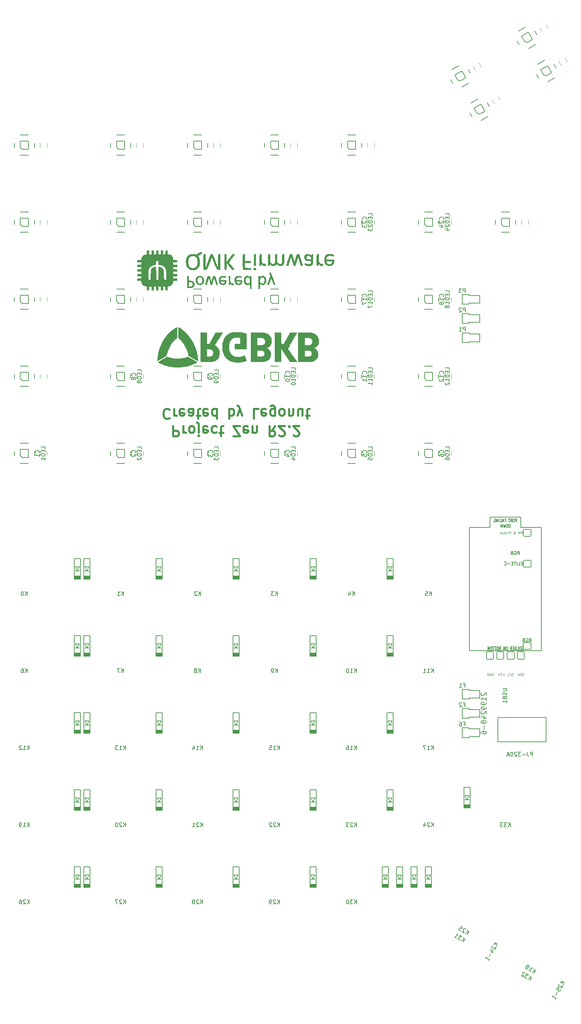
<source format=gbo>
G04 #@! TF.GenerationSoftware,KiCad,Pcbnew,(5.0.2)-1*
G04 #@! TF.CreationDate,2019-04-21T02:01:40-04:00*
G04 #@! TF.ProjectId,Zen2,5a656e32-2e6b-4696-9361-645f70636258,rev?*
G04 #@! TF.SameCoordinates,Original*
G04 #@! TF.FileFunction,Legend,Bot*
G04 #@! TF.FilePolarity,Positive*
%FSLAX46Y46*%
G04 Gerber Fmt 4.6, Leading zero omitted, Abs format (unit mm)*
G04 Created by KiCad (PCBNEW (5.0.2)-1) date 4/21/2019 2:01:40 AM*
%MOMM*%
%LPD*%
G01*
G04 APERTURE LIST*
%ADD10C,0.150000*%
%ADD11C,0.200000*%
%ADD12C,0.120000*%
%ADD13C,0.500000*%
%ADD14C,0.010000*%
G04 APERTURE END LIST*
D10*
X267119860Y-114582699D02*
X267119860Y-113782699D01*
X266891288Y-113782699D01*
X266834145Y-113820795D01*
X266805574Y-113858890D01*
X266777002Y-113935080D01*
X266777002Y-114049366D01*
X266805574Y-114125556D01*
X266834145Y-114163652D01*
X266891288Y-114201747D01*
X267119860Y-114201747D01*
X266405574Y-113782699D02*
X266291288Y-113782699D01*
X266234145Y-113820795D01*
X266177002Y-113896985D01*
X266148431Y-114049366D01*
X266148431Y-114316033D01*
X266177002Y-114468414D01*
X266234145Y-114544604D01*
X266291288Y-114582699D01*
X266405574Y-114582699D01*
X266462717Y-114544604D01*
X266519860Y-114468414D01*
X266548431Y-114316033D01*
X266548431Y-114049366D01*
X266519860Y-113896985D01*
X266462717Y-113820795D01*
X266405574Y-113782699D01*
X265548431Y-114582699D02*
X265748431Y-114201747D01*
X265891288Y-114582699D02*
X265891288Y-113782699D01*
X265662717Y-113782699D01*
X265605574Y-113820795D01*
X265577002Y-113858890D01*
X265548431Y-113935080D01*
X265548431Y-114049366D01*
X265577002Y-114125556D01*
X265605574Y-114163652D01*
X265662717Y-114201747D01*
X265891288Y-114201747D01*
X265377002Y-113782699D02*
X265034145Y-113782699D01*
X265205574Y-114582699D02*
X265205574Y-113782699D01*
X264177002Y-114163652D02*
X264377002Y-114163652D01*
X264377002Y-114582699D02*
X264377002Y-113782699D01*
X264091288Y-113782699D01*
X263891288Y-114354128D02*
X263605574Y-114354128D01*
X263948431Y-114582699D02*
X263748431Y-113782699D01*
X263548431Y-114582699D01*
X263005574Y-114506509D02*
X263034145Y-114544604D01*
X263119860Y-114582699D01*
X263177002Y-114582699D01*
X263262717Y-114544604D01*
X263319860Y-114468414D01*
X263348431Y-114392223D01*
X263377002Y-114239842D01*
X263377002Y-114125556D01*
X263348431Y-113973175D01*
X263319860Y-113896985D01*
X263262717Y-113820795D01*
X263177002Y-113782699D01*
X263119860Y-113782699D01*
X263034145Y-113820795D01*
X263005574Y-113858890D01*
X262748431Y-114582699D02*
X262748431Y-113782699D01*
X262462717Y-114582699D02*
X262462717Y-113782699D01*
X262119860Y-114582699D01*
X262119860Y-113782699D01*
X261519860Y-113820795D02*
X261577002Y-113782699D01*
X261662717Y-113782699D01*
X261748431Y-113820795D01*
X261805574Y-113896985D01*
X261834145Y-113973175D01*
X261862717Y-114125556D01*
X261862717Y-114239842D01*
X261834145Y-114392223D01*
X261805574Y-114468414D01*
X261748431Y-114544604D01*
X261662717Y-114582699D01*
X261605574Y-114582699D01*
X261519860Y-114544604D01*
X261491288Y-114506509D01*
X261491288Y-114239842D01*
X261605574Y-114239842D01*
X265448431Y-115932699D02*
X265448431Y-115132699D01*
X265305574Y-115132699D01*
X265219860Y-115170795D01*
X265162717Y-115246985D01*
X265134145Y-115323175D01*
X265105574Y-115475556D01*
X265105574Y-115589842D01*
X265134145Y-115742223D01*
X265162717Y-115818414D01*
X265219860Y-115894604D01*
X265305574Y-115932699D01*
X265448431Y-115932699D01*
X264734145Y-115132699D02*
X264619860Y-115132699D01*
X264562717Y-115170795D01*
X264505574Y-115246985D01*
X264477002Y-115399366D01*
X264477002Y-115666033D01*
X264505574Y-115818414D01*
X264562717Y-115894604D01*
X264619860Y-115932699D01*
X264734145Y-115932699D01*
X264791288Y-115894604D01*
X264848431Y-115818414D01*
X264877002Y-115666033D01*
X264877002Y-115399366D01*
X264848431Y-115246985D01*
X264791288Y-115170795D01*
X264734145Y-115132699D01*
X264277002Y-115132699D02*
X264134145Y-115932699D01*
X264019860Y-115361271D01*
X263905574Y-115932699D01*
X263762717Y-115132699D01*
X263534145Y-115932699D02*
X263534145Y-115132699D01*
X263191288Y-115932699D01*
X263191288Y-115132699D01*
D11*
X271010797Y-172498415D02*
X271010797Y-171498415D01*
X270629845Y-171498415D01*
X270534607Y-171546035D01*
X270486988Y-171593654D01*
X270439369Y-171688892D01*
X270439369Y-171831749D01*
X270486988Y-171926987D01*
X270534607Y-171974606D01*
X270629845Y-172022225D01*
X271010797Y-172022225D01*
X269725083Y-171498415D02*
X269725083Y-172212701D01*
X269772702Y-172355558D01*
X269867940Y-172450796D01*
X270010797Y-172498415D01*
X270106035Y-172498415D01*
X269248892Y-172117463D02*
X268486988Y-172117463D01*
X268106035Y-171498415D02*
X267486988Y-171498415D01*
X267820321Y-171879368D01*
X267677464Y-171879368D01*
X267582226Y-171926987D01*
X267534607Y-171974606D01*
X267486988Y-172069844D01*
X267486988Y-172307939D01*
X267534607Y-172403177D01*
X267582226Y-172450796D01*
X267677464Y-172498415D01*
X267963178Y-172498415D01*
X268058416Y-172450796D01*
X268106035Y-172403177D01*
X267106035Y-171593654D02*
X267058416Y-171546035D01*
X266963178Y-171498415D01*
X266725083Y-171498415D01*
X266629845Y-171546035D01*
X266582226Y-171593654D01*
X266534607Y-171688892D01*
X266534607Y-171784130D01*
X266582226Y-171926987D01*
X267153654Y-172498415D01*
X266534607Y-172498415D01*
X265915559Y-171498415D02*
X265820321Y-171498415D01*
X265725083Y-171546035D01*
X265677464Y-171593654D01*
X265629845Y-171688892D01*
X265582226Y-171879368D01*
X265582226Y-172117463D01*
X265629845Y-172307939D01*
X265677464Y-172403177D01*
X265725083Y-172450796D01*
X265820321Y-172498415D01*
X265915559Y-172498415D01*
X266010797Y-172450796D01*
X266058416Y-172403177D01*
X266106035Y-172307939D01*
X266153654Y-172117463D01*
X266153654Y-171879368D01*
X266106035Y-171688892D01*
X266058416Y-171593654D01*
X266010797Y-171546035D01*
X265915559Y-171498415D01*
X265201273Y-172212701D02*
X264725083Y-172212701D01*
X265296511Y-172498415D02*
X264963178Y-171498415D01*
X264629845Y-172498415D01*
X258419167Y-156839965D02*
X258362025Y-156897108D01*
X258304882Y-157011394D01*
X258304882Y-157297108D01*
X258362025Y-157411394D01*
X258419167Y-157468537D01*
X258533453Y-157525680D01*
X258647739Y-157525680D01*
X258819167Y-157468537D01*
X259504882Y-156782822D01*
X259504882Y-157525680D01*
X259504882Y-158668537D02*
X259504882Y-157982822D01*
X259504882Y-158325680D02*
X258304882Y-158325680D01*
X258476310Y-158211394D01*
X258590596Y-158097108D01*
X258647739Y-157982822D01*
X259504882Y-159239965D02*
X259504882Y-159468537D01*
X259447739Y-159582822D01*
X259390596Y-159639965D01*
X259219167Y-159754251D01*
X258990596Y-159811394D01*
X258533453Y-159811394D01*
X258419167Y-159754251D01*
X258362025Y-159697108D01*
X258304882Y-159582822D01*
X258304882Y-159354251D01*
X258362025Y-159239965D01*
X258419167Y-159182822D01*
X258533453Y-159125680D01*
X258819167Y-159125680D01*
X258933453Y-159182822D01*
X258990596Y-159239965D01*
X259047739Y-159354251D01*
X259047739Y-159582822D01*
X258990596Y-159697108D01*
X258933453Y-159754251D01*
X258819167Y-159811394D01*
X259504882Y-160382822D02*
X259504882Y-160611394D01*
X259447739Y-160725680D01*
X259390596Y-160782822D01*
X259219167Y-160897108D01*
X258990596Y-160954251D01*
X258533453Y-160954251D01*
X258419167Y-160897108D01*
X258362025Y-160839965D01*
X258304882Y-160725680D01*
X258304882Y-160497108D01*
X258362025Y-160382822D01*
X258419167Y-160325680D01*
X258533453Y-160268537D01*
X258819167Y-160268537D01*
X258933453Y-160325680D01*
X258990596Y-160382822D01*
X259047739Y-160497108D01*
X259047739Y-160725680D01*
X258990596Y-160839965D01*
X258933453Y-160897108D01*
X258819167Y-160954251D01*
X258419167Y-161411394D02*
X258362025Y-161468537D01*
X258304882Y-161582822D01*
X258304882Y-161868537D01*
X258362025Y-161982822D01*
X258419167Y-162039965D01*
X258533453Y-162097108D01*
X258647739Y-162097108D01*
X258819167Y-162039965D01*
X259504882Y-161354251D01*
X259504882Y-162097108D01*
X258704882Y-163125680D02*
X259504882Y-163125680D01*
X258247739Y-162839965D02*
X259104882Y-162554251D01*
X259104882Y-163297108D01*
X258819167Y-163925680D02*
X258762025Y-163811394D01*
X258704882Y-163754251D01*
X258590596Y-163697108D01*
X258533453Y-163697108D01*
X258419167Y-163754251D01*
X258362025Y-163811394D01*
X258304882Y-163925680D01*
X258304882Y-164154251D01*
X258362025Y-164268537D01*
X258419167Y-164325680D01*
X258533453Y-164382822D01*
X258590596Y-164382822D01*
X258704882Y-164325680D01*
X258762025Y-164268537D01*
X258819167Y-164154251D01*
X258819167Y-163925680D01*
X258876310Y-163811394D01*
X258933453Y-163754251D01*
X259047739Y-163697108D01*
X259276310Y-163697108D01*
X259390596Y-163754251D01*
X259447739Y-163811394D01*
X259504882Y-163925680D01*
X259504882Y-164154251D01*
X259447739Y-164268537D01*
X259390596Y-164325680D01*
X259276310Y-164382822D01*
X259047739Y-164382822D01*
X258933453Y-164325680D01*
X258876310Y-164268537D01*
X258819167Y-164154251D01*
X259047739Y-164897108D02*
X259047739Y-165811394D01*
X258304882Y-166897108D02*
X258304882Y-166668537D01*
X258362025Y-166554251D01*
X258419167Y-166497108D01*
X258590596Y-166382822D01*
X258819167Y-166325679D01*
X259276310Y-166325679D01*
X259390596Y-166382822D01*
X259447739Y-166439965D01*
X259504882Y-166554251D01*
X259504882Y-166782822D01*
X259447739Y-166897108D01*
X259390596Y-166954251D01*
X259276310Y-167011394D01*
X258990596Y-167011394D01*
X258876310Y-166954251D01*
X258819167Y-166897108D01*
X258762025Y-166782822D01*
X258762025Y-166554251D01*
X258819167Y-166439965D01*
X258876310Y-166382822D01*
X258990596Y-166325679D01*
D12*
X268848431Y-152542857D02*
X268762717Y-152571428D01*
X268619860Y-152571428D01*
X268562717Y-152542857D01*
X268534145Y-152514285D01*
X268505574Y-152457142D01*
X268505574Y-152400000D01*
X268534145Y-152342857D01*
X268562717Y-152314285D01*
X268619860Y-152285714D01*
X268734145Y-152257142D01*
X268791288Y-152228571D01*
X268819860Y-152200000D01*
X268848431Y-152142857D01*
X268848431Y-152085714D01*
X268819860Y-152028571D01*
X268791288Y-152000000D01*
X268734145Y-151971428D01*
X268591288Y-151971428D01*
X268505574Y-152000000D01*
X268248431Y-152571428D02*
X268248431Y-151971428D01*
X268105574Y-151971428D01*
X268019860Y-152000000D01*
X267962717Y-152057142D01*
X267934145Y-152114285D01*
X267905574Y-152228571D01*
X267905574Y-152314285D01*
X267934145Y-152428571D01*
X267962717Y-152485714D01*
X268019860Y-152542857D01*
X268105574Y-152571428D01*
X268248431Y-152571428D01*
X267677002Y-152400000D02*
X267391288Y-152400000D01*
X267734145Y-152571428D02*
X267534145Y-151971428D01*
X267334145Y-152571428D01*
X266248431Y-152542857D02*
X266162717Y-152571428D01*
X266019860Y-152571428D01*
X265962717Y-152542857D01*
X265934145Y-152514285D01*
X265905574Y-152457142D01*
X265905574Y-152400000D01*
X265934145Y-152342857D01*
X265962717Y-152314285D01*
X266019860Y-152285714D01*
X266134145Y-152257142D01*
X266191288Y-152228571D01*
X266219860Y-152200000D01*
X266248431Y-152142857D01*
X266248431Y-152085714D01*
X266219860Y-152028571D01*
X266191288Y-152000000D01*
X266134145Y-151971428D01*
X265991288Y-151971428D01*
X265905574Y-152000000D01*
X265305574Y-152514285D02*
X265334145Y-152542857D01*
X265419860Y-152571428D01*
X265477002Y-152571428D01*
X265562717Y-152542857D01*
X265619860Y-152485714D01*
X265648431Y-152428571D01*
X265677002Y-152314285D01*
X265677002Y-152228571D01*
X265648431Y-152114285D01*
X265619860Y-152057142D01*
X265562717Y-152000000D01*
X265477002Y-151971428D01*
X265419860Y-151971428D01*
X265334145Y-152000000D01*
X265305574Y-152028571D01*
X264762717Y-152571428D02*
X265048431Y-152571428D01*
X265048431Y-151971428D01*
X264105574Y-152342857D02*
X263648431Y-152342857D01*
X263877002Y-152571428D02*
X263877002Y-152114285D01*
X263077002Y-151971428D02*
X263362717Y-151971428D01*
X263391288Y-152257142D01*
X263362717Y-152228571D01*
X263305574Y-152200000D01*
X263162717Y-152200000D01*
X263105574Y-152228571D01*
X263077002Y-152257142D01*
X263048431Y-152314285D01*
X263048431Y-152457142D01*
X263077002Y-152514285D01*
X263105574Y-152542857D01*
X263162717Y-152571428D01*
X263305574Y-152571428D01*
X263362717Y-152542857D01*
X263391288Y-152514285D01*
X262877002Y-151971428D02*
X262677002Y-152571428D01*
X262477002Y-151971428D01*
X261048431Y-152000000D02*
X261105574Y-151971428D01*
X261191288Y-151971428D01*
X261277002Y-152000000D01*
X261334145Y-152057142D01*
X261362717Y-152114285D01*
X261391288Y-152228571D01*
X261391288Y-152314285D01*
X261362717Y-152428571D01*
X261334145Y-152485714D01*
X261277002Y-152542857D01*
X261191288Y-152571428D01*
X261134145Y-152571428D01*
X261048431Y-152542857D01*
X261019860Y-152514285D01*
X261019860Y-152314285D01*
X261134145Y-152314285D01*
X260762717Y-152571428D02*
X260762717Y-151971428D01*
X260419860Y-152571428D01*
X260419860Y-151971428D01*
X260134145Y-152571428D02*
X260134145Y-151971428D01*
X259991288Y-151971428D01*
X259905574Y-152000000D01*
X259848431Y-152057142D01*
X259819860Y-152114285D01*
X259791288Y-152228571D01*
X259791288Y-152314285D01*
X259819860Y-152428571D01*
X259848431Y-152485714D01*
X259905574Y-152542857D01*
X259991288Y-152571428D01*
X260134145Y-152571428D01*
D13*
X182108865Y-90886612D02*
X182108865Y-93386612D01*
X183061246Y-93386612D01*
X183299341Y-93267565D01*
X183418389Y-93148517D01*
X183537437Y-92910422D01*
X183537437Y-92553279D01*
X183418389Y-92315184D01*
X183299341Y-92196136D01*
X183061246Y-92077088D01*
X182108865Y-92077088D01*
X184608865Y-90886612D02*
X184608865Y-92553279D01*
X184608865Y-92077088D02*
X184727913Y-92315184D01*
X184846960Y-92434231D01*
X185085056Y-92553279D01*
X185323151Y-92553279D01*
X186513627Y-90886612D02*
X186275532Y-91005660D01*
X186156484Y-91124707D01*
X186037437Y-91362803D01*
X186037437Y-92077088D01*
X186156484Y-92315184D01*
X186275532Y-92434231D01*
X186513627Y-92553279D01*
X186870770Y-92553279D01*
X187108865Y-92434231D01*
X187227913Y-92315184D01*
X187346960Y-92077088D01*
X187346960Y-91362803D01*
X187227913Y-91124707D01*
X187108865Y-91005660D01*
X186870770Y-90886612D01*
X186513627Y-90886612D01*
X188418389Y-92553279D02*
X188418389Y-90410422D01*
X188299341Y-90172326D01*
X188061246Y-90053279D01*
X187942199Y-90053279D01*
X188418389Y-93386612D02*
X188299341Y-93267565D01*
X188418389Y-93148517D01*
X188537437Y-93267565D01*
X188418389Y-93386612D01*
X188418389Y-93148517D01*
X190561246Y-91005660D02*
X190323151Y-90886612D01*
X189846960Y-90886612D01*
X189608865Y-91005660D01*
X189489818Y-91243755D01*
X189489818Y-92196136D01*
X189608865Y-92434231D01*
X189846960Y-92553279D01*
X190323151Y-92553279D01*
X190561246Y-92434231D01*
X190680294Y-92196136D01*
X190680294Y-91958041D01*
X189489818Y-91719945D01*
X192823151Y-91005660D02*
X192585056Y-90886612D01*
X192108865Y-90886612D01*
X191870770Y-91005660D01*
X191751722Y-91124707D01*
X191632675Y-91362803D01*
X191632675Y-92077088D01*
X191751722Y-92315184D01*
X191870770Y-92434231D01*
X192108865Y-92553279D01*
X192585056Y-92553279D01*
X192823151Y-92434231D01*
X193537437Y-92553279D02*
X194489818Y-92553279D01*
X193894580Y-93386612D02*
X193894580Y-91243755D01*
X194013627Y-91005660D01*
X194251722Y-90886612D01*
X194489818Y-90886612D01*
X196989818Y-93386612D02*
X198656484Y-93386612D01*
X196989818Y-90886612D01*
X198656484Y-90886612D01*
X200561246Y-91005660D02*
X200323151Y-90886612D01*
X199846960Y-90886612D01*
X199608865Y-91005660D01*
X199489818Y-91243755D01*
X199489818Y-92196136D01*
X199608865Y-92434231D01*
X199846960Y-92553279D01*
X200323151Y-92553279D01*
X200561246Y-92434231D01*
X200680294Y-92196136D01*
X200680294Y-91958041D01*
X199489818Y-91719945D01*
X201751722Y-92553279D02*
X201751722Y-90886612D01*
X201751722Y-92315184D02*
X201870770Y-92434231D01*
X202108865Y-92553279D01*
X202466008Y-92553279D01*
X202704103Y-92434231D01*
X202823151Y-92196136D01*
X202823151Y-90886612D01*
X207346960Y-90886612D02*
X206513627Y-92077088D01*
X205918389Y-90886612D02*
X205918389Y-93386612D01*
X206870770Y-93386612D01*
X207108865Y-93267565D01*
X207227913Y-93148517D01*
X207346960Y-92910422D01*
X207346960Y-92553279D01*
X207227913Y-92315184D01*
X207108865Y-92196136D01*
X206870770Y-92077088D01*
X205918389Y-92077088D01*
X208299341Y-93148517D02*
X208418389Y-93267565D01*
X208656484Y-93386612D01*
X209251722Y-93386612D01*
X209489818Y-93267565D01*
X209608865Y-93148517D01*
X209727913Y-92910422D01*
X209727913Y-92672326D01*
X209608865Y-92315184D01*
X208180294Y-90886612D01*
X209727913Y-90886612D01*
X210799341Y-91124707D02*
X210918389Y-91005660D01*
X210799341Y-90886612D01*
X210680294Y-91005660D01*
X210799341Y-91124707D01*
X210799341Y-90886612D01*
X211870770Y-93148517D02*
X211989818Y-93267565D01*
X212227913Y-93386612D01*
X212823151Y-93386612D01*
X213061246Y-93267565D01*
X213180294Y-93148517D01*
X213299341Y-92910422D01*
X213299341Y-92672326D01*
X213180294Y-92315184D01*
X211751722Y-90886612D01*
X213299341Y-90886612D01*
X181216008Y-86874707D02*
X181096960Y-86755660D01*
X180739818Y-86636612D01*
X180501722Y-86636612D01*
X180144580Y-86755660D01*
X179906484Y-86993755D01*
X179787437Y-87231850D01*
X179668389Y-87708041D01*
X179668389Y-88065184D01*
X179787437Y-88541374D01*
X179906484Y-88779469D01*
X180144580Y-89017565D01*
X180501722Y-89136612D01*
X180739818Y-89136612D01*
X181096960Y-89017565D01*
X181216008Y-88898517D01*
X182287437Y-86636612D02*
X182287437Y-88303279D01*
X182287437Y-87827088D02*
X182406484Y-88065184D01*
X182525532Y-88184231D01*
X182763627Y-88303279D01*
X183001722Y-88303279D01*
X184787437Y-86755660D02*
X184549341Y-86636612D01*
X184073151Y-86636612D01*
X183835056Y-86755660D01*
X183716008Y-86993755D01*
X183716008Y-87946136D01*
X183835056Y-88184231D01*
X184073151Y-88303279D01*
X184549341Y-88303279D01*
X184787437Y-88184231D01*
X184906484Y-87946136D01*
X184906484Y-87708041D01*
X183716008Y-87469945D01*
X187049341Y-86636612D02*
X187049341Y-87946136D01*
X186930294Y-88184231D01*
X186692199Y-88303279D01*
X186216008Y-88303279D01*
X185977913Y-88184231D01*
X187049341Y-86755660D02*
X186811246Y-86636612D01*
X186216008Y-86636612D01*
X185977913Y-86755660D01*
X185858865Y-86993755D01*
X185858865Y-87231850D01*
X185977913Y-87469945D01*
X186216008Y-87588993D01*
X186811246Y-87588993D01*
X187049341Y-87708041D01*
X187882675Y-88303279D02*
X188835056Y-88303279D01*
X188239818Y-89136612D02*
X188239818Y-86993755D01*
X188358865Y-86755660D01*
X188596960Y-86636612D01*
X188835056Y-86636612D01*
X190620770Y-86755660D02*
X190382675Y-86636612D01*
X189906484Y-86636612D01*
X189668389Y-86755660D01*
X189549341Y-86993755D01*
X189549341Y-87946136D01*
X189668389Y-88184231D01*
X189906484Y-88303279D01*
X190382675Y-88303279D01*
X190620770Y-88184231D01*
X190739818Y-87946136D01*
X190739818Y-87708041D01*
X189549341Y-87469945D01*
X192882675Y-86636612D02*
X192882675Y-89136612D01*
X192882675Y-86755660D02*
X192644580Y-86636612D01*
X192168389Y-86636612D01*
X191930294Y-86755660D01*
X191811246Y-86874707D01*
X191692199Y-87112803D01*
X191692199Y-87827088D01*
X191811246Y-88065184D01*
X191930294Y-88184231D01*
X192168389Y-88303279D01*
X192644580Y-88303279D01*
X192882675Y-88184231D01*
X195977913Y-86636612D02*
X195977913Y-89136612D01*
X195977913Y-88184231D02*
X196216008Y-88303279D01*
X196692199Y-88303279D01*
X196930294Y-88184231D01*
X197049341Y-88065184D01*
X197168389Y-87827088D01*
X197168389Y-87112803D01*
X197049341Y-86874707D01*
X196930294Y-86755660D01*
X196692199Y-86636612D01*
X196216008Y-86636612D01*
X195977913Y-86755660D01*
X198001722Y-88303279D02*
X198596960Y-86636612D01*
X199192199Y-88303279D02*
X198596960Y-86636612D01*
X198358865Y-86041374D01*
X198239818Y-85922326D01*
X198001722Y-85803279D01*
X203239818Y-86636612D02*
X202049341Y-86636612D01*
X202049341Y-89136612D01*
X205025532Y-86755660D02*
X204787437Y-86636612D01*
X204311246Y-86636612D01*
X204073151Y-86755660D01*
X203954103Y-86993755D01*
X203954103Y-87946136D01*
X204073151Y-88184231D01*
X204311246Y-88303279D01*
X204787437Y-88303279D01*
X205025532Y-88184231D01*
X205144580Y-87946136D01*
X205144580Y-87708041D01*
X203954103Y-87469945D01*
X207287437Y-88303279D02*
X207287437Y-86279469D01*
X207168389Y-86041374D01*
X207049341Y-85922326D01*
X206811246Y-85803279D01*
X206454103Y-85803279D01*
X206216008Y-85922326D01*
X207287437Y-86755660D02*
X207049341Y-86636612D01*
X206573151Y-86636612D01*
X206335056Y-86755660D01*
X206216008Y-86874707D01*
X206096960Y-87112803D01*
X206096960Y-87827088D01*
X206216008Y-88065184D01*
X206335056Y-88184231D01*
X206573151Y-88303279D01*
X207049341Y-88303279D01*
X207287437Y-88184231D01*
X208835056Y-86636612D02*
X208596960Y-86755660D01*
X208477913Y-86874707D01*
X208358865Y-87112803D01*
X208358865Y-87827088D01*
X208477913Y-88065184D01*
X208596960Y-88184231D01*
X208835056Y-88303279D01*
X209192199Y-88303279D01*
X209430294Y-88184231D01*
X209549341Y-88065184D01*
X209668389Y-87827088D01*
X209668389Y-87112803D01*
X209549341Y-86874707D01*
X209430294Y-86755660D01*
X209192199Y-86636612D01*
X208835056Y-86636612D01*
X210739818Y-88303279D02*
X210739818Y-86636612D01*
X210739818Y-88065184D02*
X210858865Y-88184231D01*
X211096960Y-88303279D01*
X211454103Y-88303279D01*
X211692199Y-88184231D01*
X211811246Y-87946136D01*
X211811246Y-86636612D01*
X214073151Y-88303279D02*
X214073151Y-86636612D01*
X213001722Y-88303279D02*
X213001722Y-86993755D01*
X213120770Y-86755660D01*
X213358865Y-86636612D01*
X213716008Y-86636612D01*
X213954103Y-86755660D01*
X214073151Y-86874707D01*
X214906484Y-88303279D02*
X215858865Y-88303279D01*
X215263627Y-89136612D02*
X215263627Y-86993755D01*
X215382675Y-86755660D01*
X215620770Y-86636612D01*
X215858865Y-86636612D01*
D10*
X268734145Y-146175984D02*
X268648431Y-146214079D01*
X268505574Y-146214079D01*
X268448431Y-146175984D01*
X268419860Y-146137889D01*
X268391288Y-146061698D01*
X268391288Y-145985508D01*
X268419860Y-145909317D01*
X268448431Y-145871222D01*
X268505574Y-145833127D01*
X268619860Y-145795032D01*
X268677002Y-145756936D01*
X268705574Y-145718841D01*
X268734145Y-145642651D01*
X268734145Y-145566460D01*
X268705574Y-145490270D01*
X268677002Y-145452175D01*
X268619860Y-145414079D01*
X268477002Y-145414079D01*
X268391288Y-145452175D01*
X268019860Y-145414079D02*
X267905574Y-145414079D01*
X267848431Y-145452175D01*
X267791288Y-145528365D01*
X267762717Y-145680746D01*
X267762717Y-145947413D01*
X267791288Y-146099794D01*
X267848431Y-146175984D01*
X267905574Y-146214079D01*
X268019860Y-146214079D01*
X268077002Y-146175984D01*
X268134145Y-146099794D01*
X268162717Y-145947413D01*
X268162717Y-145680746D01*
X268134145Y-145528365D01*
X268077002Y-145452175D01*
X268019860Y-145414079D01*
X267219860Y-146214079D02*
X267505574Y-146214079D01*
X267505574Y-145414079D01*
X267019860Y-146214079D02*
X267019860Y-145414079D01*
X266877002Y-145414079D01*
X266791288Y-145452175D01*
X266734145Y-145528365D01*
X266705574Y-145604555D01*
X266677002Y-145756936D01*
X266677002Y-145871222D01*
X266705574Y-146023603D01*
X266734145Y-146099794D01*
X266791288Y-146175984D01*
X266877002Y-146214079D01*
X267019860Y-146214079D01*
X266419860Y-145795032D02*
X266219860Y-145795032D01*
X266134145Y-146214079D02*
X266419860Y-146214079D01*
X266419860Y-145414079D01*
X266134145Y-145414079D01*
X265534145Y-146214079D02*
X265734145Y-145833127D01*
X265877002Y-146214079D02*
X265877002Y-145414079D01*
X265648431Y-145414079D01*
X265591288Y-145452175D01*
X265562717Y-145490270D01*
X265534145Y-145566460D01*
X265534145Y-145680746D01*
X265562717Y-145756936D01*
X265591288Y-145795032D01*
X265648431Y-145833127D01*
X265877002Y-145833127D01*
X264705574Y-145414079D02*
X264591288Y-145414079D01*
X264534145Y-145452175D01*
X264477002Y-145528365D01*
X264448431Y-145680746D01*
X264448431Y-145947413D01*
X264477002Y-146099794D01*
X264534145Y-146175984D01*
X264591288Y-146214079D01*
X264705574Y-146214079D01*
X264762717Y-146175984D01*
X264819860Y-146099794D01*
X264848431Y-145947413D01*
X264848431Y-145680746D01*
X264819860Y-145528365D01*
X264762717Y-145452175D01*
X264705574Y-145414079D01*
X264191288Y-146214079D02*
X264191288Y-145414079D01*
X263848431Y-146214079D01*
X263848431Y-145414079D01*
X262905574Y-145795032D02*
X262819860Y-145833127D01*
X262791288Y-145871222D01*
X262762717Y-145947413D01*
X262762717Y-146061698D01*
X262791288Y-146137889D01*
X262819860Y-146175984D01*
X262877002Y-146214079D01*
X263105574Y-146214079D01*
X263105574Y-145414079D01*
X262905574Y-145414079D01*
X262848431Y-145452175D01*
X262819860Y-145490270D01*
X262791288Y-145566460D01*
X262791288Y-145642651D01*
X262819860Y-145718841D01*
X262848431Y-145756936D01*
X262905574Y-145795032D01*
X263105574Y-145795032D01*
X262391288Y-145414079D02*
X262277002Y-145414079D01*
X262219860Y-145452175D01*
X262162717Y-145528365D01*
X262134145Y-145680746D01*
X262134145Y-145947413D01*
X262162717Y-146099794D01*
X262219860Y-146175984D01*
X262277002Y-146214079D01*
X262391288Y-146214079D01*
X262448431Y-146175984D01*
X262505574Y-146099794D01*
X262534145Y-145947413D01*
X262534145Y-145680746D01*
X262505574Y-145528365D01*
X262448431Y-145452175D01*
X262391288Y-145414079D01*
X261962717Y-145414079D02*
X261619860Y-145414079D01*
X261791288Y-146214079D02*
X261791288Y-145414079D01*
X261505574Y-145414079D02*
X261162717Y-145414079D01*
X261334145Y-146214079D02*
X261334145Y-145414079D01*
X260848431Y-145414079D02*
X260734145Y-145414079D01*
X260677002Y-145452175D01*
X260619860Y-145528365D01*
X260591288Y-145680746D01*
X260591288Y-145947413D01*
X260619860Y-146099794D01*
X260677002Y-146175984D01*
X260734145Y-146214079D01*
X260848431Y-146214079D01*
X260905574Y-146175984D01*
X260962717Y-146099794D01*
X260991288Y-145947413D01*
X260991288Y-145680746D01*
X260962717Y-145528365D01*
X260905574Y-145452175D01*
X260848431Y-145414079D01*
X260334145Y-146214079D02*
X260334145Y-145414079D01*
X260134145Y-145985508D01*
X259934145Y-145414079D01*
X259934145Y-146214079D01*
X267262380Y-122641904D02*
X267529047Y-122260952D01*
X267719523Y-122641904D02*
X267719523Y-121841904D01*
X267414761Y-121841904D01*
X267338571Y-121880000D01*
X267300476Y-121918095D01*
X267262380Y-121994285D01*
X267262380Y-122108571D01*
X267300476Y-122184761D01*
X267338571Y-122222857D01*
X267414761Y-122260952D01*
X267719523Y-122260952D01*
X266500476Y-121880000D02*
X266576666Y-121841904D01*
X266690952Y-121841904D01*
X266805238Y-121880000D01*
X266881428Y-121956190D01*
X266919523Y-122032380D01*
X266957619Y-122184761D01*
X266957619Y-122299047D01*
X266919523Y-122451428D01*
X266881428Y-122527619D01*
X266805238Y-122603809D01*
X266690952Y-122641904D01*
X266614761Y-122641904D01*
X266500476Y-122603809D01*
X266462380Y-122565714D01*
X266462380Y-122299047D01*
X266614761Y-122299047D01*
X265852857Y-122222857D02*
X265738571Y-122260952D01*
X265700476Y-122299047D01*
X265662380Y-122375238D01*
X265662380Y-122489523D01*
X265700476Y-122565714D01*
X265738571Y-122603809D01*
X265814761Y-122641904D01*
X266119523Y-122641904D01*
X266119523Y-121841904D01*
X265852857Y-121841904D01*
X265776666Y-121880000D01*
X265738571Y-121918095D01*
X265700476Y-121994285D01*
X265700476Y-122070476D01*
X265738571Y-122146666D01*
X265776666Y-122184761D01*
X265852857Y-122222857D01*
X266119523Y-122222857D01*
D11*
G04 #@! TO.C,LED15*
X189119540Y-60531500D02*
X189119540Y-58531500D01*
X189119540Y-58531500D02*
X187119540Y-58531500D01*
X187119540Y-58531500D02*
X187119540Y-60031500D01*
X187119540Y-60031500D02*
X187619540Y-60531500D01*
X187619540Y-60531500D02*
X189119540Y-60531500D01*
X189119540Y-62031500D02*
X187119540Y-62031500D01*
X185619540Y-60031500D02*
X185619540Y-59031500D01*
X189119540Y-57031500D02*
X187119540Y-57031500D01*
X190619540Y-60031500D02*
X190619540Y-59031500D01*
G04 #@! TO.C,LED5*
X227219700Y-98631660D02*
X227219700Y-96631660D01*
X227219700Y-96631660D02*
X225219700Y-96631660D01*
X225219700Y-96631660D02*
X225219700Y-98131660D01*
X225219700Y-98131660D02*
X225719700Y-98631660D01*
X225719700Y-98631660D02*
X227219700Y-98631660D01*
X227219700Y-100131660D02*
X225219700Y-100131660D01*
X223719700Y-98131660D02*
X223719700Y-97131660D01*
X227219700Y-95131660D02*
X225219700Y-95131660D01*
X228719700Y-98131660D02*
X228719700Y-97131660D01*
D10*
G04 #@! TO.C,J2*
X262400000Y-162950000D02*
X274400000Y-162950000D01*
X262400000Y-168950000D02*
X262400000Y-162950000D01*
X274400000Y-168950000D02*
X262400000Y-168950000D01*
X274400000Y-162950000D02*
X274400000Y-168950000D01*
G04 #@! TO.C,U1*
X273210000Y-146419000D02*
X255430000Y-146419000D01*
X255430000Y-146419000D02*
X255430000Y-115939000D01*
X255430000Y-115939000D02*
X260510000Y-115939000D01*
X260510000Y-115939000D02*
X260510000Y-113399000D01*
X260510000Y-113399000D02*
X268130000Y-113399000D01*
X268130000Y-113399000D02*
X268130000Y-115939000D01*
X268130000Y-115939000D02*
X273210000Y-115939000D01*
X273210000Y-115939000D02*
X273210000Y-146419000D01*
G04 #@! TO.C,D1*
X158862000Y-126715000D02*
X157846000Y-126715000D01*
X158862000Y-125699000D02*
X157846000Y-125699000D01*
X157846000Y-125699000D02*
X158354000Y-126715000D01*
X158354000Y-126715000D02*
X158862000Y-125699000D01*
X159116000Y-127985000D02*
X157592000Y-127985000D01*
X159116000Y-128112000D02*
X157592000Y-128112000D01*
X159116000Y-128493000D02*
X157592000Y-128493000D01*
X157592000Y-128620000D02*
X159116000Y-128620000D01*
X157592000Y-128747000D02*
X159116000Y-128747000D01*
X157592000Y-123667000D02*
X157592000Y-128747000D01*
X159116000Y-128747000D02*
X159116000Y-123667000D01*
X159116000Y-128239000D02*
X157592000Y-128239000D01*
X157592000Y-128366000D02*
X159116000Y-128366000D01*
X159116000Y-123667000D02*
X157592000Y-123667000D01*
G04 #@! TO.C,D2*
X161243000Y-126715000D02*
X160227000Y-126715000D01*
X161243000Y-125699000D02*
X160227000Y-125699000D01*
X160227000Y-125699000D02*
X160735000Y-126715000D01*
X160735000Y-126715000D02*
X161243000Y-125699000D01*
X161497000Y-127985000D02*
X159973000Y-127985000D01*
X161497000Y-128112000D02*
X159973000Y-128112000D01*
X161497000Y-128493000D02*
X159973000Y-128493000D01*
X159973000Y-128620000D02*
X161497000Y-128620000D01*
X159973000Y-128747000D02*
X161497000Y-128747000D01*
X159973000Y-123667000D02*
X159973000Y-128747000D01*
X161497000Y-128747000D02*
X161497000Y-123667000D01*
X161497000Y-128239000D02*
X159973000Y-128239000D01*
X159973000Y-128366000D02*
X161497000Y-128366000D01*
X161497000Y-123667000D02*
X159973000Y-123667000D01*
G04 #@! TO.C,D3*
X179102000Y-126715000D02*
X178086000Y-126715000D01*
X179102000Y-125699000D02*
X178086000Y-125699000D01*
X178086000Y-125699000D02*
X178594000Y-126715000D01*
X178594000Y-126715000D02*
X179102000Y-125699000D01*
X179356000Y-127985000D02*
X177832000Y-127985000D01*
X179356000Y-128112000D02*
X177832000Y-128112000D01*
X179356000Y-128493000D02*
X177832000Y-128493000D01*
X177832000Y-128620000D02*
X179356000Y-128620000D01*
X177832000Y-128747000D02*
X179356000Y-128747000D01*
X177832000Y-123667000D02*
X177832000Y-128747000D01*
X179356000Y-128747000D02*
X179356000Y-123667000D01*
X179356000Y-128239000D02*
X177832000Y-128239000D01*
X177832000Y-128366000D02*
X179356000Y-128366000D01*
X179356000Y-123667000D02*
X177832000Y-123667000D01*
G04 #@! TO.C,D4*
X198153000Y-126715000D02*
X197137000Y-126715000D01*
X198153000Y-125699000D02*
X197137000Y-125699000D01*
X197137000Y-125699000D02*
X197645000Y-126715000D01*
X197645000Y-126715000D02*
X198153000Y-125699000D01*
X198407000Y-127985000D02*
X196883000Y-127985000D01*
X198407000Y-128112000D02*
X196883000Y-128112000D01*
X198407000Y-128493000D02*
X196883000Y-128493000D01*
X196883000Y-128620000D02*
X198407000Y-128620000D01*
X196883000Y-128747000D02*
X198407000Y-128747000D01*
X196883000Y-123667000D02*
X196883000Y-128747000D01*
X198407000Y-128747000D02*
X198407000Y-123667000D01*
X198407000Y-128239000D02*
X196883000Y-128239000D01*
X196883000Y-128366000D02*
X198407000Y-128366000D01*
X198407000Y-123667000D02*
X196883000Y-123667000D01*
G04 #@! TO.C,D5*
X217203000Y-126715000D02*
X216187000Y-126715000D01*
X217203000Y-125699000D02*
X216187000Y-125699000D01*
X216187000Y-125699000D02*
X216695000Y-126715000D01*
X216695000Y-126715000D02*
X217203000Y-125699000D01*
X217457000Y-127985000D02*
X215933000Y-127985000D01*
X217457000Y-128112000D02*
X215933000Y-128112000D01*
X217457000Y-128493000D02*
X215933000Y-128493000D01*
X215933000Y-128620000D02*
X217457000Y-128620000D01*
X215933000Y-128747000D02*
X217457000Y-128747000D01*
X215933000Y-123667000D02*
X215933000Y-128747000D01*
X217457000Y-128747000D02*
X217457000Y-123667000D01*
X217457000Y-128239000D02*
X215933000Y-128239000D01*
X215933000Y-128366000D02*
X217457000Y-128366000D01*
X217457000Y-123667000D02*
X215933000Y-123667000D01*
G04 #@! TO.C,D6*
X236253000Y-126715000D02*
X235237000Y-126715000D01*
X236253000Y-125699000D02*
X235237000Y-125699000D01*
X235237000Y-125699000D02*
X235745000Y-126715000D01*
X235745000Y-126715000D02*
X236253000Y-125699000D01*
X236507000Y-127985000D02*
X234983000Y-127985000D01*
X236507000Y-128112000D02*
X234983000Y-128112000D01*
X236507000Y-128493000D02*
X234983000Y-128493000D01*
X234983000Y-128620000D02*
X236507000Y-128620000D01*
X234983000Y-128747000D02*
X236507000Y-128747000D01*
X234983000Y-123667000D02*
X234983000Y-128747000D01*
X236507000Y-128747000D02*
X236507000Y-123667000D01*
X236507000Y-128239000D02*
X234983000Y-128239000D01*
X234983000Y-128366000D02*
X236507000Y-128366000D01*
X236507000Y-123667000D02*
X234983000Y-123667000D01*
G04 #@! TO.C,D7*
X158862000Y-145765000D02*
X157846000Y-145765000D01*
X158862000Y-144749000D02*
X157846000Y-144749000D01*
X157846000Y-144749000D02*
X158354000Y-145765000D01*
X158354000Y-145765000D02*
X158862000Y-144749000D01*
X159116000Y-147035000D02*
X157592000Y-147035000D01*
X159116000Y-147162000D02*
X157592000Y-147162000D01*
X159116000Y-147543000D02*
X157592000Y-147543000D01*
X157592000Y-147670000D02*
X159116000Y-147670000D01*
X157592000Y-147797000D02*
X159116000Y-147797000D01*
X157592000Y-142717000D02*
X157592000Y-147797000D01*
X159116000Y-147797000D02*
X159116000Y-142717000D01*
X159116000Y-147289000D02*
X157592000Y-147289000D01*
X157592000Y-147416000D02*
X159116000Y-147416000D01*
X159116000Y-142717000D02*
X157592000Y-142717000D01*
G04 #@! TO.C,D8*
X161243000Y-145765000D02*
X160227000Y-145765000D01*
X161243000Y-144749000D02*
X160227000Y-144749000D01*
X160227000Y-144749000D02*
X160735000Y-145765000D01*
X160735000Y-145765000D02*
X161243000Y-144749000D01*
X161497000Y-147035000D02*
X159973000Y-147035000D01*
X161497000Y-147162000D02*
X159973000Y-147162000D01*
X161497000Y-147543000D02*
X159973000Y-147543000D01*
X159973000Y-147670000D02*
X161497000Y-147670000D01*
X159973000Y-147797000D02*
X161497000Y-147797000D01*
X159973000Y-142717000D02*
X159973000Y-147797000D01*
X161497000Y-147797000D02*
X161497000Y-142717000D01*
X161497000Y-147289000D02*
X159973000Y-147289000D01*
X159973000Y-147416000D02*
X161497000Y-147416000D01*
X161497000Y-142717000D02*
X159973000Y-142717000D01*
G04 #@! TO.C,D9*
X179102000Y-145765000D02*
X178086000Y-145765000D01*
X179102000Y-144749000D02*
X178086000Y-144749000D01*
X178086000Y-144749000D02*
X178594000Y-145765000D01*
X178594000Y-145765000D02*
X179102000Y-144749000D01*
X179356000Y-147035000D02*
X177832000Y-147035000D01*
X179356000Y-147162000D02*
X177832000Y-147162000D01*
X179356000Y-147543000D02*
X177832000Y-147543000D01*
X177832000Y-147670000D02*
X179356000Y-147670000D01*
X177832000Y-147797000D02*
X179356000Y-147797000D01*
X177832000Y-142717000D02*
X177832000Y-147797000D01*
X179356000Y-147797000D02*
X179356000Y-142717000D01*
X179356000Y-147289000D02*
X177832000Y-147289000D01*
X177832000Y-147416000D02*
X179356000Y-147416000D01*
X179356000Y-142717000D02*
X177832000Y-142717000D01*
G04 #@! TO.C,D10*
X198153000Y-145765000D02*
X197137000Y-145765000D01*
X198153000Y-144749000D02*
X197137000Y-144749000D01*
X197137000Y-144749000D02*
X197645000Y-145765000D01*
X197645000Y-145765000D02*
X198153000Y-144749000D01*
X198407000Y-147035000D02*
X196883000Y-147035000D01*
X198407000Y-147162000D02*
X196883000Y-147162000D01*
X198407000Y-147543000D02*
X196883000Y-147543000D01*
X196883000Y-147670000D02*
X198407000Y-147670000D01*
X196883000Y-147797000D02*
X198407000Y-147797000D01*
X196883000Y-142717000D02*
X196883000Y-147797000D01*
X198407000Y-147797000D02*
X198407000Y-142717000D01*
X198407000Y-147289000D02*
X196883000Y-147289000D01*
X196883000Y-147416000D02*
X198407000Y-147416000D01*
X198407000Y-142717000D02*
X196883000Y-142717000D01*
G04 #@! TO.C,D11*
X217203000Y-145765000D02*
X216187000Y-145765000D01*
X217203000Y-144749000D02*
X216187000Y-144749000D01*
X216187000Y-144749000D02*
X216695000Y-145765000D01*
X216695000Y-145765000D02*
X217203000Y-144749000D01*
X217457000Y-147035000D02*
X215933000Y-147035000D01*
X217457000Y-147162000D02*
X215933000Y-147162000D01*
X217457000Y-147543000D02*
X215933000Y-147543000D01*
X215933000Y-147670000D02*
X217457000Y-147670000D01*
X215933000Y-147797000D02*
X217457000Y-147797000D01*
X215933000Y-142717000D02*
X215933000Y-147797000D01*
X217457000Y-147797000D02*
X217457000Y-142717000D01*
X217457000Y-147289000D02*
X215933000Y-147289000D01*
X215933000Y-147416000D02*
X217457000Y-147416000D01*
X217457000Y-142717000D02*
X215933000Y-142717000D01*
G04 #@! TO.C,D12*
X236253000Y-145765000D02*
X235237000Y-145765000D01*
X236253000Y-144749000D02*
X235237000Y-144749000D01*
X235237000Y-144749000D02*
X235745000Y-145765000D01*
X235745000Y-145765000D02*
X236253000Y-144749000D01*
X236507000Y-147035000D02*
X234983000Y-147035000D01*
X236507000Y-147162000D02*
X234983000Y-147162000D01*
X236507000Y-147543000D02*
X234983000Y-147543000D01*
X234983000Y-147670000D02*
X236507000Y-147670000D01*
X234983000Y-147797000D02*
X236507000Y-147797000D01*
X234983000Y-142717000D02*
X234983000Y-147797000D01*
X236507000Y-147797000D02*
X236507000Y-142717000D01*
X236507000Y-147289000D02*
X234983000Y-147289000D01*
X234983000Y-147416000D02*
X236507000Y-147416000D01*
X236507000Y-142717000D02*
X234983000Y-142717000D01*
G04 #@! TO.C,D13*
X158862000Y-164815000D02*
X157846000Y-164815000D01*
X158862000Y-163799000D02*
X157846000Y-163799000D01*
X157846000Y-163799000D02*
X158354000Y-164815000D01*
X158354000Y-164815000D02*
X158862000Y-163799000D01*
X159116000Y-166085000D02*
X157592000Y-166085000D01*
X159116000Y-166212000D02*
X157592000Y-166212000D01*
X159116000Y-166593000D02*
X157592000Y-166593000D01*
X157592000Y-166720000D02*
X159116000Y-166720000D01*
X157592000Y-166847000D02*
X159116000Y-166847000D01*
X157592000Y-161767000D02*
X157592000Y-166847000D01*
X159116000Y-166847000D02*
X159116000Y-161767000D01*
X159116000Y-166339000D02*
X157592000Y-166339000D01*
X157592000Y-166466000D02*
X159116000Y-166466000D01*
X159116000Y-161767000D02*
X157592000Y-161767000D01*
G04 #@! TO.C,D14*
X161243000Y-164815000D02*
X160227000Y-164815000D01*
X161243000Y-163799000D02*
X160227000Y-163799000D01*
X160227000Y-163799000D02*
X160735000Y-164815000D01*
X160735000Y-164815000D02*
X161243000Y-163799000D01*
X161497000Y-166085000D02*
X159973000Y-166085000D01*
X161497000Y-166212000D02*
X159973000Y-166212000D01*
X161497000Y-166593000D02*
X159973000Y-166593000D01*
X159973000Y-166720000D02*
X161497000Y-166720000D01*
X159973000Y-166847000D02*
X161497000Y-166847000D01*
X159973000Y-161767000D02*
X159973000Y-166847000D01*
X161497000Y-166847000D02*
X161497000Y-161767000D01*
X161497000Y-166339000D02*
X159973000Y-166339000D01*
X159973000Y-166466000D02*
X161497000Y-166466000D01*
X161497000Y-161767000D02*
X159973000Y-161767000D01*
G04 #@! TO.C,D15*
X179102000Y-164815000D02*
X178086000Y-164815000D01*
X179102000Y-163799000D02*
X178086000Y-163799000D01*
X178086000Y-163799000D02*
X178594000Y-164815000D01*
X178594000Y-164815000D02*
X179102000Y-163799000D01*
X179356000Y-166085000D02*
X177832000Y-166085000D01*
X179356000Y-166212000D02*
X177832000Y-166212000D01*
X179356000Y-166593000D02*
X177832000Y-166593000D01*
X177832000Y-166720000D02*
X179356000Y-166720000D01*
X177832000Y-166847000D02*
X179356000Y-166847000D01*
X177832000Y-161767000D02*
X177832000Y-166847000D01*
X179356000Y-166847000D02*
X179356000Y-161767000D01*
X179356000Y-166339000D02*
X177832000Y-166339000D01*
X177832000Y-166466000D02*
X179356000Y-166466000D01*
X179356000Y-161767000D02*
X177832000Y-161767000D01*
G04 #@! TO.C,D16*
X198153000Y-164815000D02*
X197137000Y-164815000D01*
X198153000Y-163799000D02*
X197137000Y-163799000D01*
X197137000Y-163799000D02*
X197645000Y-164815000D01*
X197645000Y-164815000D02*
X198153000Y-163799000D01*
X198407000Y-166085000D02*
X196883000Y-166085000D01*
X198407000Y-166212000D02*
X196883000Y-166212000D01*
X198407000Y-166593000D02*
X196883000Y-166593000D01*
X196883000Y-166720000D02*
X198407000Y-166720000D01*
X196883000Y-166847000D02*
X198407000Y-166847000D01*
X196883000Y-161767000D02*
X196883000Y-166847000D01*
X198407000Y-166847000D02*
X198407000Y-161767000D01*
X198407000Y-166339000D02*
X196883000Y-166339000D01*
X196883000Y-166466000D02*
X198407000Y-166466000D01*
X198407000Y-161767000D02*
X196883000Y-161767000D01*
G04 #@! TO.C,D17*
X217203000Y-164815000D02*
X216187000Y-164815000D01*
X217203000Y-163799000D02*
X216187000Y-163799000D01*
X216187000Y-163799000D02*
X216695000Y-164815000D01*
X216695000Y-164815000D02*
X217203000Y-163799000D01*
X217457000Y-166085000D02*
X215933000Y-166085000D01*
X217457000Y-166212000D02*
X215933000Y-166212000D01*
X217457000Y-166593000D02*
X215933000Y-166593000D01*
X215933000Y-166720000D02*
X217457000Y-166720000D01*
X215933000Y-166847000D02*
X217457000Y-166847000D01*
X215933000Y-161767000D02*
X215933000Y-166847000D01*
X217457000Y-166847000D02*
X217457000Y-161767000D01*
X217457000Y-166339000D02*
X215933000Y-166339000D01*
X215933000Y-166466000D02*
X217457000Y-166466000D01*
X217457000Y-161767000D02*
X215933000Y-161767000D01*
G04 #@! TO.C,D18*
X236253000Y-164815000D02*
X235237000Y-164815000D01*
X236253000Y-163799000D02*
X235237000Y-163799000D01*
X235237000Y-163799000D02*
X235745000Y-164815000D01*
X235745000Y-164815000D02*
X236253000Y-163799000D01*
X236507000Y-166085000D02*
X234983000Y-166085000D01*
X236507000Y-166212000D02*
X234983000Y-166212000D01*
X236507000Y-166593000D02*
X234983000Y-166593000D01*
X234983000Y-166720000D02*
X236507000Y-166720000D01*
X234983000Y-166847000D02*
X236507000Y-166847000D01*
X234983000Y-161767000D02*
X234983000Y-166847000D01*
X236507000Y-166847000D02*
X236507000Y-161767000D01*
X236507000Y-166339000D02*
X234983000Y-166339000D01*
X234983000Y-166466000D02*
X236507000Y-166466000D01*
X236507000Y-161767000D02*
X234983000Y-161767000D01*
G04 #@! TO.C,D19*
X245778000Y-202915000D02*
X244762000Y-202915000D01*
X245778000Y-201899000D02*
X244762000Y-201899000D01*
X244762000Y-201899000D02*
X245270000Y-202915000D01*
X245270000Y-202915000D02*
X245778000Y-201899000D01*
X246032000Y-204185000D02*
X244508000Y-204185000D01*
X246032000Y-204312000D02*
X244508000Y-204312000D01*
X246032000Y-204693000D02*
X244508000Y-204693000D01*
X244508000Y-204820000D02*
X246032000Y-204820000D01*
X244508000Y-204947000D02*
X246032000Y-204947000D01*
X244508000Y-199867000D02*
X244508000Y-204947000D01*
X246032000Y-204947000D02*
X246032000Y-199867000D01*
X246032000Y-204439000D02*
X244508000Y-204439000D01*
X244508000Y-204566000D02*
X246032000Y-204566000D01*
X246032000Y-199867000D02*
X244508000Y-199867000D01*
G04 #@! TO.C,D20*
X158862000Y-183865000D02*
X157846000Y-183865000D01*
X158862000Y-182849000D02*
X157846000Y-182849000D01*
X157846000Y-182849000D02*
X158354000Y-183865000D01*
X158354000Y-183865000D02*
X158862000Y-182849000D01*
X159116000Y-185135000D02*
X157592000Y-185135000D01*
X159116000Y-185262000D02*
X157592000Y-185262000D01*
X159116000Y-185643000D02*
X157592000Y-185643000D01*
X157592000Y-185770000D02*
X159116000Y-185770000D01*
X157592000Y-185897000D02*
X159116000Y-185897000D01*
X157592000Y-180817000D02*
X157592000Y-185897000D01*
X159116000Y-185897000D02*
X159116000Y-180817000D01*
X159116000Y-185389000D02*
X157592000Y-185389000D01*
X157592000Y-185516000D02*
X159116000Y-185516000D01*
X159116000Y-180817000D02*
X157592000Y-180817000D01*
G04 #@! TO.C,D21*
X161243000Y-183865000D02*
X160227000Y-183865000D01*
X161243000Y-182849000D02*
X160227000Y-182849000D01*
X160227000Y-182849000D02*
X160735000Y-183865000D01*
X160735000Y-183865000D02*
X161243000Y-182849000D01*
X161497000Y-185135000D02*
X159973000Y-185135000D01*
X161497000Y-185262000D02*
X159973000Y-185262000D01*
X161497000Y-185643000D02*
X159973000Y-185643000D01*
X159973000Y-185770000D02*
X161497000Y-185770000D01*
X159973000Y-185897000D02*
X161497000Y-185897000D01*
X159973000Y-180817000D02*
X159973000Y-185897000D01*
X161497000Y-185897000D02*
X161497000Y-180817000D01*
X161497000Y-185389000D02*
X159973000Y-185389000D01*
X159973000Y-185516000D02*
X161497000Y-185516000D01*
X161497000Y-180817000D02*
X159973000Y-180817000D01*
G04 #@! TO.C,D22*
X179102000Y-183865000D02*
X178086000Y-183865000D01*
X179102000Y-182849000D02*
X178086000Y-182849000D01*
X178086000Y-182849000D02*
X178594000Y-183865000D01*
X178594000Y-183865000D02*
X179102000Y-182849000D01*
X179356000Y-185135000D02*
X177832000Y-185135000D01*
X179356000Y-185262000D02*
X177832000Y-185262000D01*
X179356000Y-185643000D02*
X177832000Y-185643000D01*
X177832000Y-185770000D02*
X179356000Y-185770000D01*
X177832000Y-185897000D02*
X179356000Y-185897000D01*
X177832000Y-180817000D02*
X177832000Y-185897000D01*
X179356000Y-185897000D02*
X179356000Y-180817000D01*
X179356000Y-185389000D02*
X177832000Y-185389000D01*
X177832000Y-185516000D02*
X179356000Y-185516000D01*
X179356000Y-180817000D02*
X177832000Y-180817000D01*
G04 #@! TO.C,D23*
X198153000Y-183865000D02*
X197137000Y-183865000D01*
X198153000Y-182849000D02*
X197137000Y-182849000D01*
X197137000Y-182849000D02*
X197645000Y-183865000D01*
X197645000Y-183865000D02*
X198153000Y-182849000D01*
X198407000Y-185135000D02*
X196883000Y-185135000D01*
X198407000Y-185262000D02*
X196883000Y-185262000D01*
X198407000Y-185643000D02*
X196883000Y-185643000D01*
X196883000Y-185770000D02*
X198407000Y-185770000D01*
X196883000Y-185897000D02*
X198407000Y-185897000D01*
X196883000Y-180817000D02*
X196883000Y-185897000D01*
X198407000Y-185897000D02*
X198407000Y-180817000D01*
X198407000Y-185389000D02*
X196883000Y-185389000D01*
X196883000Y-185516000D02*
X198407000Y-185516000D01*
X198407000Y-180817000D02*
X196883000Y-180817000D01*
G04 #@! TO.C,D24*
X217203000Y-183865000D02*
X216187000Y-183865000D01*
X217203000Y-182849000D02*
X216187000Y-182849000D01*
X216187000Y-182849000D02*
X216695000Y-183865000D01*
X216695000Y-183865000D02*
X217203000Y-182849000D01*
X217457000Y-185135000D02*
X215933000Y-185135000D01*
X217457000Y-185262000D02*
X215933000Y-185262000D01*
X217457000Y-185643000D02*
X215933000Y-185643000D01*
X215933000Y-185770000D02*
X217457000Y-185770000D01*
X215933000Y-185897000D02*
X217457000Y-185897000D01*
X215933000Y-180817000D02*
X215933000Y-185897000D01*
X217457000Y-185897000D02*
X217457000Y-180817000D01*
X217457000Y-185389000D02*
X215933000Y-185389000D01*
X215933000Y-185516000D02*
X217457000Y-185516000D01*
X217457000Y-180817000D02*
X215933000Y-180817000D01*
G04 #@! TO.C,D25*
X236253000Y-183865000D02*
X235237000Y-183865000D01*
X236253000Y-182849000D02*
X235237000Y-182849000D01*
X235237000Y-182849000D02*
X235745000Y-183865000D01*
X235745000Y-183865000D02*
X236253000Y-182849000D01*
X236507000Y-185135000D02*
X234983000Y-185135000D01*
X236507000Y-185262000D02*
X234983000Y-185262000D01*
X236507000Y-185643000D02*
X234983000Y-185643000D01*
X234983000Y-185770000D02*
X236507000Y-185770000D01*
X234983000Y-185897000D02*
X236507000Y-185897000D01*
X234983000Y-180817000D02*
X234983000Y-185897000D01*
X236507000Y-185897000D02*
X236507000Y-180817000D01*
X236507000Y-185389000D02*
X234983000Y-185389000D01*
X234983000Y-185516000D02*
X236507000Y-185516000D01*
X236507000Y-180817000D02*
X234983000Y-180817000D01*
G04 #@! TO.C,D26*
X242206000Y-202915000D02*
X241190000Y-202915000D01*
X242206000Y-201899000D02*
X241190000Y-201899000D01*
X241190000Y-201899000D02*
X241698000Y-202915000D01*
X241698000Y-202915000D02*
X242206000Y-201899000D01*
X242460000Y-204185000D02*
X240936000Y-204185000D01*
X242460000Y-204312000D02*
X240936000Y-204312000D01*
X242460000Y-204693000D02*
X240936000Y-204693000D01*
X240936000Y-204820000D02*
X242460000Y-204820000D01*
X240936000Y-204947000D02*
X242460000Y-204947000D01*
X240936000Y-199867000D02*
X240936000Y-204947000D01*
X242460000Y-204947000D02*
X242460000Y-199867000D01*
X242460000Y-204439000D02*
X240936000Y-204439000D01*
X240936000Y-204566000D02*
X242460000Y-204566000D01*
X242460000Y-199867000D02*
X240936000Y-199867000D01*
G04 #@! TO.C,D27*
X158862000Y-202915000D02*
X157846000Y-202915000D01*
X158862000Y-201899000D02*
X157846000Y-201899000D01*
X157846000Y-201899000D02*
X158354000Y-202915000D01*
X158354000Y-202915000D02*
X158862000Y-201899000D01*
X159116000Y-204185000D02*
X157592000Y-204185000D01*
X159116000Y-204312000D02*
X157592000Y-204312000D01*
X159116000Y-204693000D02*
X157592000Y-204693000D01*
X157592000Y-204820000D02*
X159116000Y-204820000D01*
X157592000Y-204947000D02*
X159116000Y-204947000D01*
X157592000Y-199867000D02*
X157592000Y-204947000D01*
X159116000Y-204947000D02*
X159116000Y-199867000D01*
X159116000Y-204439000D02*
X157592000Y-204439000D01*
X157592000Y-204566000D02*
X159116000Y-204566000D01*
X159116000Y-199867000D02*
X157592000Y-199867000D01*
G04 #@! TO.C,D28*
X161243000Y-202915000D02*
X160227000Y-202915000D01*
X161243000Y-201899000D02*
X160227000Y-201899000D01*
X160227000Y-201899000D02*
X160735000Y-202915000D01*
X160735000Y-202915000D02*
X161243000Y-201899000D01*
X161497000Y-204185000D02*
X159973000Y-204185000D01*
X161497000Y-204312000D02*
X159973000Y-204312000D01*
X161497000Y-204693000D02*
X159973000Y-204693000D01*
X159973000Y-204820000D02*
X161497000Y-204820000D01*
X159973000Y-204947000D02*
X161497000Y-204947000D01*
X159973000Y-199867000D02*
X159973000Y-204947000D01*
X161497000Y-204947000D02*
X161497000Y-199867000D01*
X161497000Y-204439000D02*
X159973000Y-204439000D01*
X159973000Y-204566000D02*
X161497000Y-204566000D01*
X161497000Y-199867000D02*
X159973000Y-199867000D01*
G04 #@! TO.C,D29*
X179102000Y-202915000D02*
X178086000Y-202915000D01*
X179102000Y-201899000D02*
X178086000Y-201899000D01*
X178086000Y-201899000D02*
X178594000Y-202915000D01*
X178594000Y-202915000D02*
X179102000Y-201899000D01*
X179356000Y-204185000D02*
X177832000Y-204185000D01*
X179356000Y-204312000D02*
X177832000Y-204312000D01*
X179356000Y-204693000D02*
X177832000Y-204693000D01*
X177832000Y-204820000D02*
X179356000Y-204820000D01*
X177832000Y-204947000D02*
X179356000Y-204947000D01*
X177832000Y-199867000D02*
X177832000Y-204947000D01*
X179356000Y-204947000D02*
X179356000Y-199867000D01*
X179356000Y-204439000D02*
X177832000Y-204439000D01*
X177832000Y-204566000D02*
X179356000Y-204566000D01*
X179356000Y-199867000D02*
X177832000Y-199867000D01*
G04 #@! TO.C,D30*
X198153000Y-202915000D02*
X197137000Y-202915000D01*
X198153000Y-201899000D02*
X197137000Y-201899000D01*
X197137000Y-201899000D02*
X197645000Y-202915000D01*
X197645000Y-202915000D02*
X198153000Y-201899000D01*
X198407000Y-204185000D02*
X196883000Y-204185000D01*
X198407000Y-204312000D02*
X196883000Y-204312000D01*
X198407000Y-204693000D02*
X196883000Y-204693000D01*
X196883000Y-204820000D02*
X198407000Y-204820000D01*
X196883000Y-204947000D02*
X198407000Y-204947000D01*
X196883000Y-199867000D02*
X196883000Y-204947000D01*
X198407000Y-204947000D02*
X198407000Y-199867000D01*
X198407000Y-204439000D02*
X196883000Y-204439000D01*
X196883000Y-204566000D02*
X198407000Y-204566000D01*
X198407000Y-199867000D02*
X196883000Y-199867000D01*
G04 #@! TO.C,D31*
X217203000Y-202915000D02*
X216187000Y-202915000D01*
X217203000Y-201899000D02*
X216187000Y-201899000D01*
X216187000Y-201899000D02*
X216695000Y-202915000D01*
X216695000Y-202915000D02*
X217203000Y-201899000D01*
X217457000Y-204185000D02*
X215933000Y-204185000D01*
X217457000Y-204312000D02*
X215933000Y-204312000D01*
X217457000Y-204693000D02*
X215933000Y-204693000D01*
X215933000Y-204820000D02*
X217457000Y-204820000D01*
X215933000Y-204947000D02*
X217457000Y-204947000D01*
X215933000Y-199867000D02*
X215933000Y-204947000D01*
X217457000Y-204947000D02*
X217457000Y-199867000D01*
X217457000Y-204439000D02*
X215933000Y-204439000D01*
X215933000Y-204566000D02*
X217457000Y-204566000D01*
X217457000Y-199867000D02*
X215933000Y-199867000D01*
G04 #@! TO.C,D32*
X235062000Y-202915000D02*
X234046000Y-202915000D01*
X235062000Y-201899000D02*
X234046000Y-201899000D01*
X234046000Y-201899000D02*
X234554000Y-202915000D01*
X234554000Y-202915000D02*
X235062000Y-201899000D01*
X235316000Y-204185000D02*
X233792000Y-204185000D01*
X235316000Y-204312000D02*
X233792000Y-204312000D01*
X235316000Y-204693000D02*
X233792000Y-204693000D01*
X233792000Y-204820000D02*
X235316000Y-204820000D01*
X233792000Y-204947000D02*
X235316000Y-204947000D01*
X233792000Y-199867000D02*
X233792000Y-204947000D01*
X235316000Y-204947000D02*
X235316000Y-199867000D01*
X235316000Y-204439000D02*
X233792000Y-204439000D01*
X233792000Y-204566000D02*
X235316000Y-204566000D01*
X235316000Y-199867000D02*
X233792000Y-199867000D01*
G04 #@! TO.C,D33*
X238634000Y-202915000D02*
X237618000Y-202915000D01*
X238634000Y-201899000D02*
X237618000Y-201899000D01*
X237618000Y-201899000D02*
X238126000Y-202915000D01*
X238126000Y-202915000D02*
X238634000Y-201899000D01*
X238888000Y-204185000D02*
X237364000Y-204185000D01*
X238888000Y-204312000D02*
X237364000Y-204312000D01*
X238888000Y-204693000D02*
X237364000Y-204693000D01*
X237364000Y-204820000D02*
X238888000Y-204820000D01*
X237364000Y-204947000D02*
X238888000Y-204947000D01*
X237364000Y-199867000D02*
X237364000Y-204947000D01*
X238888000Y-204947000D02*
X238888000Y-199867000D01*
X238888000Y-204439000D02*
X237364000Y-204439000D01*
X237364000Y-204566000D02*
X238888000Y-204566000D01*
X238888000Y-199867000D02*
X237364000Y-199867000D01*
G04 #@! TO.C,F1*
X255304000Y-158113000D02*
X257904000Y-158113000D01*
X257904000Y-158113000D02*
X257904000Y-156213000D01*
X257904000Y-156213000D02*
X255304000Y-156213000D01*
X255304000Y-158363000D02*
X255304000Y-158113000D01*
X255304000Y-155963000D02*
X255304000Y-156213000D01*
X253604000Y-155963000D02*
X255304000Y-155963000D01*
X253604000Y-155963000D02*
X253604000Y-158363000D01*
X253604000Y-158363000D02*
X255304000Y-158363000D01*
G04 #@! TO.C,F2*
X255304000Y-162876000D02*
X257904000Y-162876000D01*
X257904000Y-162876000D02*
X257904000Y-160976000D01*
X257904000Y-160976000D02*
X255304000Y-160976000D01*
X255304000Y-163126000D02*
X255304000Y-162876000D01*
X255304000Y-160726000D02*
X255304000Y-160976000D01*
X253604000Y-160726000D02*
X255304000Y-160726000D01*
X253604000Y-160726000D02*
X253604000Y-163126000D01*
X253604000Y-163126000D02*
X255304000Y-163126000D01*
G04 #@! TO.C,F6*
X255304000Y-167638000D02*
X257904000Y-167638000D01*
X257904000Y-167638000D02*
X257904000Y-165738000D01*
X257904000Y-165738000D02*
X255304000Y-165738000D01*
X255304000Y-167888000D02*
X255304000Y-167638000D01*
X255304000Y-165488000D02*
X255304000Y-165738000D01*
X253604000Y-165488000D02*
X255304000Y-165488000D01*
X253604000Y-165488000D02*
X253604000Y-167888000D01*
X253604000Y-167888000D02*
X255304000Y-167888000D01*
D11*
G04 #@! TO.C,ELITE-C*
X268750000Y-124300000D02*
X268750000Y-125450000D01*
X270400000Y-124050000D02*
X269000000Y-124050000D01*
X270650000Y-125500000D02*
X270650000Y-124300000D01*
X270350000Y-125750000D02*
X269050000Y-125750000D01*
X270650000Y-125500000D02*
G75*
G02X270400000Y-125750000I-250000J0D01*
G01*
X270400000Y-124050000D02*
G75*
G02X270650000Y-124300000I0J-250000D01*
G01*
X268750000Y-124300000D02*
G75*
G02X269000000Y-124050000I250000J0D01*
G01*
X269000000Y-125750000D02*
G75*
G02X268750000Y-125500000I0J250000D01*
G01*
G04 #@! TO.C,SJ3*
X259900000Y-148550000D02*
X261050000Y-148550000D01*
X259650000Y-146900000D02*
X259650000Y-148300000D01*
X261100000Y-146650000D02*
X259900000Y-146650000D01*
X261350000Y-146950000D02*
X261350000Y-148250000D01*
X261100000Y-146650000D02*
G75*
G02X261350000Y-146900000I0J-250000D01*
G01*
X259650000Y-146900000D02*
G75*
G02X259900000Y-146650000I250000J0D01*
G01*
X259900000Y-148550000D02*
G75*
G02X259650000Y-148300000I0J250000D01*
G01*
X261350000Y-148300000D02*
G75*
G02X261100000Y-148550000I-250000J0D01*
G01*
G04 #@! TO.C,SJ5*
X262400000Y-148550000D02*
X263550000Y-148550000D01*
X262150000Y-146900000D02*
X262150000Y-148300000D01*
X263600000Y-146650000D02*
X262400000Y-146650000D01*
X263850000Y-146950000D02*
X263850000Y-148250000D01*
X263600000Y-146650000D02*
G75*
G02X263850000Y-146900000I0J-250000D01*
G01*
X262150000Y-146900000D02*
G75*
G02X262400000Y-146650000I250000J0D01*
G01*
X262400000Y-148550000D02*
G75*
G02X262150000Y-148300000I0J250000D01*
G01*
X263850000Y-148300000D02*
G75*
G02X263600000Y-148550000I-250000J0D01*
G01*
G04 #@! TO.C,SJ7*
X265000000Y-148550000D02*
X266150000Y-148550000D01*
X264750000Y-146900000D02*
X264750000Y-148300000D01*
X266200000Y-146650000D02*
X265000000Y-146650000D01*
X266450000Y-146950000D02*
X266450000Y-148250000D01*
X266200000Y-146650000D02*
G75*
G02X266450000Y-146900000I0J-250000D01*
G01*
X264750000Y-146900000D02*
G75*
G02X265000000Y-146650000I250000J0D01*
G01*
X265000000Y-148550000D02*
G75*
G02X264750000Y-148300000I0J250000D01*
G01*
X266450000Y-148300000D02*
G75*
G02X266200000Y-148550000I-250000J0D01*
G01*
G04 #@! TO.C,SJ9*
X267500000Y-148550000D02*
X268650000Y-148550000D01*
X267250000Y-146900000D02*
X267250000Y-148300000D01*
X268700000Y-146650000D02*
X267500000Y-146650000D01*
X268950000Y-146950000D02*
X268950000Y-148250000D01*
X268700000Y-146650000D02*
G75*
G02X268950000Y-146900000I0J-250000D01*
G01*
X267250000Y-146900000D02*
G75*
G02X267500000Y-146650000I250000J0D01*
G01*
X267500000Y-148550000D02*
G75*
G02X267250000Y-148300000I0J250000D01*
G01*
X268950000Y-148300000D02*
G75*
G02X268700000Y-148550000I-250000J0D01*
G01*
D12*
G04 #@! TO.C,C1*
X149169380Y-98131660D02*
X149169380Y-97131660D01*
X150869380Y-97131660D02*
X150869380Y-98131660D01*
G04 #@! TO.C,C2*
X172981980Y-98131660D02*
X172981980Y-97131660D01*
X174681980Y-97131660D02*
X174681980Y-98131660D01*
G04 #@! TO.C,C3*
X192032060Y-98131660D02*
X192032060Y-97131660D01*
X193732060Y-97131660D02*
X193732060Y-98131660D01*
G04 #@! TO.C,C4*
X211082140Y-98131660D02*
X211082140Y-97131660D01*
X212782140Y-97131660D02*
X212782140Y-98131660D01*
G04 #@! TO.C,C5*
X230132220Y-98131660D02*
X230132220Y-97131660D01*
X231832220Y-97131660D02*
X231832220Y-98131660D01*
G04 #@! TO.C,C6*
X249182300Y-98131660D02*
X249182300Y-97131660D01*
X250882300Y-97131660D02*
X250882300Y-98131660D01*
G04 #@! TO.C,C7*
X149169380Y-79081580D02*
X149169380Y-78081580D01*
X150869380Y-78081580D02*
X150869380Y-79081580D01*
G04 #@! TO.C,C8*
X172981980Y-79081580D02*
X172981980Y-78081580D01*
X174681980Y-78081580D02*
X174681980Y-79081580D01*
G04 #@! TO.C,C9*
X192032060Y-79081580D02*
X192032060Y-78081580D01*
X193732060Y-78081580D02*
X193732060Y-79081580D01*
G04 #@! TO.C,C10*
X211082140Y-79081580D02*
X211082140Y-78081580D01*
X212782140Y-78081580D02*
X212782140Y-79081580D01*
G04 #@! TO.C,C11*
X230132220Y-79081580D02*
X230132220Y-78081580D01*
X231832220Y-78081580D02*
X231832220Y-79081580D01*
G04 #@! TO.C,C12*
X249182300Y-79081580D02*
X249182300Y-78081580D01*
X250882300Y-78081580D02*
X250882300Y-79081580D01*
G04 #@! TO.C,C13*
X149169380Y-60031500D02*
X149169380Y-59031500D01*
X150869380Y-59031500D02*
X150869380Y-60031500D01*
G04 #@! TO.C,C14*
X172981980Y-60031500D02*
X172981980Y-59031500D01*
X174681980Y-59031500D02*
X174681980Y-60031500D01*
G04 #@! TO.C,C15*
X192032060Y-60031500D02*
X192032060Y-59031500D01*
X193732060Y-59031500D02*
X193732060Y-60031500D01*
G04 #@! TO.C,C16*
X211082140Y-60031500D02*
X211082140Y-59031500D01*
X212782140Y-59031500D02*
X212782140Y-60031500D01*
D11*
G04 #@! TO.C,LED1*
X146256860Y-98631660D02*
X146256860Y-96631660D01*
X146256860Y-96631660D02*
X144256860Y-96631660D01*
X144256860Y-96631660D02*
X144256860Y-98131660D01*
X144256860Y-98131660D02*
X144756860Y-98631660D01*
X144756860Y-98631660D02*
X146256860Y-98631660D01*
X146256860Y-100131660D02*
X144256860Y-100131660D01*
X142756860Y-98131660D02*
X142756860Y-97131660D01*
X146256860Y-95131660D02*
X144256860Y-95131660D01*
X147756860Y-98131660D02*
X147756860Y-97131660D01*
G04 #@! TO.C,LED2*
X170069460Y-98631660D02*
X170069460Y-96631660D01*
X170069460Y-96631660D02*
X168069460Y-96631660D01*
X168069460Y-96631660D02*
X168069460Y-98131660D01*
X168069460Y-98131660D02*
X168569460Y-98631660D01*
X168569460Y-98631660D02*
X170069460Y-98631660D01*
X170069460Y-100131660D02*
X168069460Y-100131660D01*
X166569460Y-98131660D02*
X166569460Y-97131660D01*
X170069460Y-95131660D02*
X168069460Y-95131660D01*
X171569460Y-98131660D02*
X171569460Y-97131660D01*
G04 #@! TO.C,LED3*
X189119540Y-98631660D02*
X189119540Y-96631660D01*
X189119540Y-96631660D02*
X187119540Y-96631660D01*
X187119540Y-96631660D02*
X187119540Y-98131660D01*
X187119540Y-98131660D02*
X187619540Y-98631660D01*
X187619540Y-98631660D02*
X189119540Y-98631660D01*
X189119540Y-100131660D02*
X187119540Y-100131660D01*
X185619540Y-98131660D02*
X185619540Y-97131660D01*
X189119540Y-95131660D02*
X187119540Y-95131660D01*
X190619540Y-98131660D02*
X190619540Y-97131660D01*
G04 #@! TO.C,LED4*
X208169620Y-98631660D02*
X208169620Y-96631660D01*
X208169620Y-96631660D02*
X206169620Y-96631660D01*
X206169620Y-96631660D02*
X206169620Y-98131660D01*
X206169620Y-98131660D02*
X206669620Y-98631660D01*
X206669620Y-98631660D02*
X208169620Y-98631660D01*
X208169620Y-100131660D02*
X206169620Y-100131660D01*
X204669620Y-98131660D02*
X204669620Y-97131660D01*
X208169620Y-95131660D02*
X206169620Y-95131660D01*
X209669620Y-98131660D02*
X209669620Y-97131660D01*
G04 #@! TO.C,LED6*
X246269780Y-98631660D02*
X246269780Y-96631660D01*
X246269780Y-96631660D02*
X244269780Y-96631660D01*
X244269780Y-96631660D02*
X244269780Y-98131660D01*
X244269780Y-98131660D02*
X244769780Y-98631660D01*
X244769780Y-98631660D02*
X246269780Y-98631660D01*
X246269780Y-100131660D02*
X244269780Y-100131660D01*
X242769780Y-98131660D02*
X242769780Y-97131660D01*
X246269780Y-95131660D02*
X244269780Y-95131660D01*
X247769780Y-98131660D02*
X247769780Y-97131660D01*
G04 #@! TO.C,LED7*
X146256860Y-79581580D02*
X146256860Y-77581580D01*
X146256860Y-77581580D02*
X144256860Y-77581580D01*
X144256860Y-77581580D02*
X144256860Y-79081580D01*
X144256860Y-79081580D02*
X144756860Y-79581580D01*
X144756860Y-79581580D02*
X146256860Y-79581580D01*
X146256860Y-81081580D02*
X144256860Y-81081580D01*
X142756860Y-79081580D02*
X142756860Y-78081580D01*
X146256860Y-76081580D02*
X144256860Y-76081580D01*
X147756860Y-79081580D02*
X147756860Y-78081580D01*
G04 #@! TO.C,LED8*
X170069460Y-79581580D02*
X170069460Y-77581580D01*
X170069460Y-77581580D02*
X168069460Y-77581580D01*
X168069460Y-77581580D02*
X168069460Y-79081580D01*
X168069460Y-79081580D02*
X168569460Y-79581580D01*
X168569460Y-79581580D02*
X170069460Y-79581580D01*
X170069460Y-81081580D02*
X168069460Y-81081580D01*
X166569460Y-79081580D02*
X166569460Y-78081580D01*
X170069460Y-76081580D02*
X168069460Y-76081580D01*
X171569460Y-79081580D02*
X171569460Y-78081580D01*
G04 #@! TO.C,LED9*
X189119540Y-79581580D02*
X189119540Y-77581580D01*
X189119540Y-77581580D02*
X187119540Y-77581580D01*
X187119540Y-77581580D02*
X187119540Y-79081580D01*
X187119540Y-79081580D02*
X187619540Y-79581580D01*
X187619540Y-79581580D02*
X189119540Y-79581580D01*
X189119540Y-81081580D02*
X187119540Y-81081580D01*
X185619540Y-79081580D02*
X185619540Y-78081580D01*
X189119540Y-76081580D02*
X187119540Y-76081580D01*
X190619540Y-79081580D02*
X190619540Y-78081580D01*
G04 #@! TO.C,LED10*
X208169620Y-79581580D02*
X208169620Y-77581580D01*
X208169620Y-77581580D02*
X206169620Y-77581580D01*
X206169620Y-77581580D02*
X206169620Y-79081580D01*
X206169620Y-79081580D02*
X206669620Y-79581580D01*
X206669620Y-79581580D02*
X208169620Y-79581580D01*
X208169620Y-81081580D02*
X206169620Y-81081580D01*
X204669620Y-79081580D02*
X204669620Y-78081580D01*
X208169620Y-76081580D02*
X206169620Y-76081580D01*
X209669620Y-79081580D02*
X209669620Y-78081580D01*
G04 #@! TO.C,LED11*
X227219700Y-79581580D02*
X227219700Y-77581580D01*
X227219700Y-77581580D02*
X225219700Y-77581580D01*
X225219700Y-77581580D02*
X225219700Y-79081580D01*
X225219700Y-79081580D02*
X225719700Y-79581580D01*
X225719700Y-79581580D02*
X227219700Y-79581580D01*
X227219700Y-81081580D02*
X225219700Y-81081580D01*
X223719700Y-79081580D02*
X223719700Y-78081580D01*
X227219700Y-76081580D02*
X225219700Y-76081580D01*
X228719700Y-79081580D02*
X228719700Y-78081580D01*
G04 #@! TO.C,LED12*
X246269780Y-79581580D02*
X246269780Y-77581580D01*
X246269780Y-77581580D02*
X244269780Y-77581580D01*
X244269780Y-77581580D02*
X244269780Y-79081580D01*
X244269780Y-79081580D02*
X244769780Y-79581580D01*
X244769780Y-79581580D02*
X246269780Y-79581580D01*
X246269780Y-81081580D02*
X244269780Y-81081580D01*
X242769780Y-79081580D02*
X242769780Y-78081580D01*
X246269780Y-76081580D02*
X244269780Y-76081580D01*
X247769780Y-79081580D02*
X247769780Y-78081580D01*
G04 #@! TO.C,LED13*
X146256860Y-60531500D02*
X146256860Y-58531500D01*
X146256860Y-58531500D02*
X144256860Y-58531500D01*
X144256860Y-58531500D02*
X144256860Y-60031500D01*
X144256860Y-60031500D02*
X144756860Y-60531500D01*
X144756860Y-60531500D02*
X146256860Y-60531500D01*
X146256860Y-62031500D02*
X144256860Y-62031500D01*
X142756860Y-60031500D02*
X142756860Y-59031500D01*
X146256860Y-57031500D02*
X144256860Y-57031500D01*
X147756860Y-60031500D02*
X147756860Y-59031500D01*
G04 #@! TO.C,LED14*
X170069460Y-60531500D02*
X170069460Y-58531500D01*
X170069460Y-58531500D02*
X168069460Y-58531500D01*
X168069460Y-58531500D02*
X168069460Y-60031500D01*
X168069460Y-60031500D02*
X168569460Y-60531500D01*
X168569460Y-60531500D02*
X170069460Y-60531500D01*
X170069460Y-62031500D02*
X168069460Y-62031500D01*
X166569460Y-60031500D02*
X166569460Y-59031500D01*
X170069460Y-57031500D02*
X168069460Y-57031500D01*
X171569460Y-60031500D02*
X171569460Y-59031500D01*
G04 #@! TO.C,LED16*
X208169620Y-60531500D02*
X208169620Y-58531500D01*
X208169620Y-58531500D02*
X206169620Y-58531500D01*
X206169620Y-58531500D02*
X206169620Y-60031500D01*
X206169620Y-60031500D02*
X206669620Y-60531500D01*
X206669620Y-60531500D02*
X208169620Y-60531500D01*
X208169620Y-62031500D02*
X206169620Y-62031500D01*
X204669620Y-60031500D02*
X204669620Y-59031500D01*
X208169620Y-57031500D02*
X206169620Y-57031500D01*
X209669620Y-60031500D02*
X209669620Y-59031500D01*
G04 #@! TO.C,LED17*
X227219700Y-60531500D02*
X227219700Y-58531500D01*
X227219700Y-58531500D02*
X225219700Y-58531500D01*
X225219700Y-58531500D02*
X225219700Y-60031500D01*
X225219700Y-60031500D02*
X225719700Y-60531500D01*
X225719700Y-60531500D02*
X227219700Y-60531500D01*
X227219700Y-62031500D02*
X225219700Y-62031500D01*
X223719700Y-60031500D02*
X223719700Y-59031500D01*
X227219700Y-57031500D02*
X225219700Y-57031500D01*
X228719700Y-60031500D02*
X228719700Y-59031500D01*
G04 #@! TO.C,LED18*
X246269780Y-60531500D02*
X246269780Y-58531500D01*
X246269780Y-58531500D02*
X244269780Y-58531500D01*
X244269780Y-58531500D02*
X244269780Y-60031500D01*
X244269780Y-60031500D02*
X244769780Y-60531500D01*
X244769780Y-60531500D02*
X246269780Y-60531500D01*
X246269780Y-62031500D02*
X244269780Y-62031500D01*
X242769780Y-60031500D02*
X242769780Y-59031500D01*
X246269780Y-57031500D02*
X244269780Y-57031500D01*
X247769780Y-60031500D02*
X247769780Y-59031500D01*
G04 #@! TO.C,LED19*
X146256860Y-41481420D02*
X146256860Y-39481420D01*
X146256860Y-39481420D02*
X144256860Y-39481420D01*
X144256860Y-39481420D02*
X144256860Y-40981420D01*
X144256860Y-40981420D02*
X144756860Y-41481420D01*
X144756860Y-41481420D02*
X146256860Y-41481420D01*
X146256860Y-42981420D02*
X144256860Y-42981420D01*
X142756860Y-40981420D02*
X142756860Y-39981420D01*
X146256860Y-37981420D02*
X144256860Y-37981420D01*
X147756860Y-40981420D02*
X147756860Y-39981420D01*
G04 #@! TO.C,LED20*
X170069460Y-41481420D02*
X170069460Y-39481420D01*
X170069460Y-39481420D02*
X168069460Y-39481420D01*
X168069460Y-39481420D02*
X168069460Y-40981420D01*
X168069460Y-40981420D02*
X168569460Y-41481420D01*
X168569460Y-41481420D02*
X170069460Y-41481420D01*
X170069460Y-42981420D02*
X168069460Y-42981420D01*
X166569460Y-40981420D02*
X166569460Y-39981420D01*
X170069460Y-37981420D02*
X168069460Y-37981420D01*
X171569460Y-40981420D02*
X171569460Y-39981420D01*
G04 #@! TO.C,LED21*
X189119540Y-41481420D02*
X189119540Y-39481420D01*
X189119540Y-39481420D02*
X187119540Y-39481420D01*
X187119540Y-39481420D02*
X187119540Y-40981420D01*
X187119540Y-40981420D02*
X187619540Y-41481420D01*
X187619540Y-41481420D02*
X189119540Y-41481420D01*
X189119540Y-42981420D02*
X187119540Y-42981420D01*
X185619540Y-40981420D02*
X185619540Y-39981420D01*
X189119540Y-37981420D02*
X187119540Y-37981420D01*
X190619540Y-40981420D02*
X190619540Y-39981420D01*
G04 #@! TO.C,LED22*
X208169620Y-41481420D02*
X208169620Y-39481420D01*
X208169620Y-39481420D02*
X206169620Y-39481420D01*
X206169620Y-39481420D02*
X206169620Y-40981420D01*
X206169620Y-40981420D02*
X206669620Y-41481420D01*
X206669620Y-41481420D02*
X208169620Y-41481420D01*
X208169620Y-42981420D02*
X206169620Y-42981420D01*
X204669620Y-40981420D02*
X204669620Y-39981420D01*
X208169620Y-37981420D02*
X206169620Y-37981420D01*
X209669620Y-40981420D02*
X209669620Y-39981420D01*
G04 #@! TO.C,LED23*
X227219700Y-41481420D02*
X227219700Y-39481420D01*
X227219700Y-39481420D02*
X225219700Y-39481420D01*
X225219700Y-39481420D02*
X225219700Y-40981420D01*
X225219700Y-40981420D02*
X225719700Y-41481420D01*
X225719700Y-41481420D02*
X227219700Y-41481420D01*
X227219700Y-42981420D02*
X225219700Y-42981420D01*
X223719700Y-40981420D02*
X223719700Y-39981420D01*
X227219700Y-37981420D02*
X225219700Y-37981420D01*
X228719700Y-40981420D02*
X228719700Y-39981420D01*
G04 #@! TO.C,LED24*
X246269780Y-41481420D02*
X246269780Y-39481420D01*
X246269780Y-39481420D02*
X244269780Y-39481420D01*
X244269780Y-39481420D02*
X244269780Y-40981420D01*
X244269780Y-40981420D02*
X244769780Y-41481420D01*
X244769780Y-41481420D02*
X246269780Y-41481420D01*
X246269780Y-42981420D02*
X244269780Y-42981420D01*
X242769780Y-40981420D02*
X242769780Y-39981420D01*
X246269780Y-37981420D02*
X244269780Y-37981420D01*
X247769780Y-40981420D02*
X247769780Y-39981420D01*
G04 #@! TO.C,LED25*
X146256860Y-22431340D02*
X146256860Y-20431340D01*
X146256860Y-20431340D02*
X144256860Y-20431340D01*
X144256860Y-20431340D02*
X144256860Y-21931340D01*
X144256860Y-21931340D02*
X144756860Y-22431340D01*
X144756860Y-22431340D02*
X146256860Y-22431340D01*
X146256860Y-23931340D02*
X144256860Y-23931340D01*
X142756860Y-21931340D02*
X142756860Y-20931340D01*
X146256860Y-18931340D02*
X144256860Y-18931340D01*
X147756860Y-21931340D02*
X147756860Y-20931340D01*
G04 #@! TO.C,LED26*
X170069460Y-22431340D02*
X170069460Y-20431340D01*
X170069460Y-20431340D02*
X168069460Y-20431340D01*
X168069460Y-20431340D02*
X168069460Y-21931340D01*
X168069460Y-21931340D02*
X168569460Y-22431340D01*
X168569460Y-22431340D02*
X170069460Y-22431340D01*
X170069460Y-23931340D02*
X168069460Y-23931340D01*
X166569460Y-21931340D02*
X166569460Y-20931340D01*
X170069460Y-18931340D02*
X168069460Y-18931340D01*
X171569460Y-21931340D02*
X171569460Y-20931340D01*
G04 #@! TO.C,LED27*
X189119540Y-22431340D02*
X189119540Y-20431340D01*
X189119540Y-20431340D02*
X187119540Y-20431340D01*
X187119540Y-20431340D02*
X187119540Y-21931340D01*
X187119540Y-21931340D02*
X187619540Y-22431340D01*
X187619540Y-22431340D02*
X189119540Y-22431340D01*
X189119540Y-23931340D02*
X187119540Y-23931340D01*
X185619540Y-21931340D02*
X185619540Y-20931340D01*
X189119540Y-18931340D02*
X187119540Y-18931340D01*
X190619540Y-21931340D02*
X190619540Y-20931340D01*
G04 #@! TO.C,LED28*
X208169620Y-22431340D02*
X208169620Y-20431340D01*
X208169620Y-20431340D02*
X206169620Y-20431340D01*
X206169620Y-20431340D02*
X206169620Y-21931340D01*
X206169620Y-21931340D02*
X206669620Y-22431340D01*
X206669620Y-22431340D02*
X208169620Y-22431340D01*
X208169620Y-23931340D02*
X206169620Y-23931340D01*
X204669620Y-21931340D02*
X204669620Y-20931340D01*
X208169620Y-18931340D02*
X206169620Y-18931340D01*
X209669620Y-21931340D02*
X209669620Y-20931340D01*
G04 #@! TO.C,LED29*
X227219700Y-22431340D02*
X227219700Y-20431340D01*
X227219700Y-20431340D02*
X225219700Y-20431340D01*
X225219700Y-20431340D02*
X225219700Y-21931340D01*
X225219700Y-21931340D02*
X225719700Y-22431340D01*
X225719700Y-22431340D02*
X227219700Y-22431340D01*
X227219700Y-23931340D02*
X225219700Y-23931340D01*
X223719700Y-21931340D02*
X223719700Y-20931340D01*
X227219700Y-18931340D02*
X225219700Y-18931340D01*
X228719700Y-21931340D02*
X228719700Y-20931340D01*
G04 #@! TO.C,LED30*
X259236025Y-13026025D02*
X258236025Y-11293975D01*
X258236025Y-11293975D02*
X256503975Y-12293975D01*
X256503975Y-12293975D02*
X257253975Y-13593013D01*
X257253975Y-13593013D02*
X257936987Y-13776025D01*
X257936987Y-13776025D02*
X259236025Y-13026025D01*
X259986025Y-14325064D02*
X258253975Y-15325064D01*
X255954936Y-14343013D02*
X255454936Y-13476987D01*
X257486025Y-9994936D02*
X255753975Y-10994936D01*
X260285064Y-11843013D02*
X259785064Y-10976987D01*
G04 #@! TO.C,LED31*
X275756025Y-3496025D02*
X274756025Y-1763975D01*
X274756025Y-1763975D02*
X273023975Y-2763975D01*
X273023975Y-2763975D02*
X273773975Y-4063013D01*
X273773975Y-4063013D02*
X274456987Y-4246025D01*
X274456987Y-4246025D02*
X275756025Y-3496025D01*
X276506025Y-4795064D02*
X274773975Y-5795064D01*
X272474936Y-4813013D02*
X271974936Y-3946987D01*
X274006025Y-464936D02*
X272273975Y-1464936D01*
X276805064Y-2313013D02*
X276305064Y-1446987D01*
G04 #@! TO.C,LED32*
X254496025Y-4796025D02*
X253496025Y-3063975D01*
X253496025Y-3063975D02*
X251763975Y-4063975D01*
X251763975Y-4063975D02*
X252513975Y-5363013D01*
X252513975Y-5363013D02*
X253196987Y-5546025D01*
X253196987Y-5546025D02*
X254496025Y-4796025D01*
X255246025Y-6095064D02*
X253513975Y-7095064D01*
X251214936Y-6113013D02*
X250714936Y-5246987D01*
X252746025Y-1764936D02*
X251013975Y-2764936D01*
X255545064Y-3613013D02*
X255045064Y-2746987D01*
G04 #@! TO.C,LED33*
X270986025Y4733975D02*
X269986025Y6466025D01*
X269986025Y6466025D02*
X268253975Y5466025D01*
X268253975Y5466025D02*
X269003975Y4166987D01*
X269003975Y4166987D02*
X269686987Y3983975D01*
X269686987Y3983975D02*
X270986025Y4733975D01*
X271736025Y3434936D02*
X270003975Y2434936D01*
X267704936Y3416987D02*
X267204936Y4283013D01*
X269236025Y7765064D02*
X267503975Y6765064D01*
X272035064Y5916987D02*
X271535064Y6783013D01*
D10*
G04 #@! TO.C,P1*
X255304190Y-70006540D02*
X257904190Y-70006540D01*
X257904190Y-70006540D02*
X257904190Y-68106540D01*
X257904190Y-68106540D02*
X255304190Y-68106540D01*
X255304190Y-70256540D02*
X255304190Y-70006540D01*
X255304190Y-67856540D02*
X255304190Y-68106540D01*
X253604190Y-67856540D02*
X255304190Y-67856540D01*
X253604190Y-67856540D02*
X253604190Y-70256540D01*
X253604190Y-70256540D02*
X255304190Y-70256540D01*
G04 #@! TO.C,P2*
X255304190Y-65244020D02*
X257904190Y-65244020D01*
X257904190Y-65244020D02*
X257904190Y-63344020D01*
X257904190Y-63344020D02*
X255304190Y-63344020D01*
X255304190Y-65494020D02*
X255304190Y-65244020D01*
X255304190Y-63094020D02*
X255304190Y-63344020D01*
X253604190Y-63094020D02*
X255304190Y-63094020D01*
X253604190Y-63094020D02*
X253604190Y-65494020D01*
X253604190Y-65494020D02*
X255304190Y-65494020D01*
G04 #@! TO.C,P3*
X255304190Y-60481500D02*
X257904190Y-60481500D01*
X257904190Y-60481500D02*
X257904190Y-58581500D01*
X257904190Y-58581500D02*
X255304190Y-58581500D01*
X255304190Y-60731500D02*
X255304190Y-60481500D01*
X255304190Y-58331500D02*
X255304190Y-58581500D01*
X253604190Y-58331500D02*
X255304190Y-58331500D01*
X253604190Y-58331500D02*
X253604190Y-60731500D01*
X253604190Y-60731500D02*
X255304190Y-60731500D01*
D12*
G04 #@! TO.C,C17*
X230132220Y-60031500D02*
X230132220Y-59031500D01*
X231832220Y-59031500D02*
X231832220Y-60031500D01*
G04 #@! TO.C,C18*
X249182300Y-60031500D02*
X249182300Y-59031500D01*
X250882300Y-59031500D02*
X250882300Y-60031500D01*
G04 #@! TO.C,C19*
X149169380Y-40981420D02*
X149169380Y-39981420D01*
X150869380Y-39981420D02*
X150869380Y-40981420D01*
G04 #@! TO.C,C20*
X172981980Y-40981420D02*
X172981980Y-39981420D01*
X174681980Y-39981420D02*
X174681980Y-40981420D01*
G04 #@! TO.C,C21*
X192032060Y-40981420D02*
X192032060Y-39981420D01*
X193732060Y-39981420D02*
X193732060Y-40981420D01*
G04 #@! TO.C,C22*
X211082140Y-40981420D02*
X211082140Y-39981420D01*
X212782140Y-39981420D02*
X212782140Y-40981420D01*
G04 #@! TO.C,C23*
X230132220Y-40981420D02*
X230132220Y-39981420D01*
X231832220Y-39981420D02*
X231832220Y-40981420D01*
G04 #@! TO.C,C24*
X249182300Y-40981420D02*
X249182300Y-39981420D01*
X250882300Y-39981420D02*
X250882300Y-40981420D01*
G04 #@! TO.C,C25*
X149169380Y-21931340D02*
X149169380Y-20931340D01*
X150869380Y-20931340D02*
X150869380Y-21931340D01*
G04 #@! TO.C,C26*
X172981980Y-21931340D02*
X172981980Y-20931340D01*
X174681980Y-20931340D02*
X174681980Y-21931340D01*
G04 #@! TO.C,C27*
X192032060Y-21931340D02*
X192032060Y-20931340D01*
X193732060Y-20931340D02*
X193732060Y-21931340D01*
G04 #@! TO.C,C28*
X211082140Y-21931340D02*
X211082140Y-20931340D01*
X212782140Y-20931340D02*
X212782140Y-21931340D01*
G04 #@! TO.C,C29*
X230132220Y-21931340D02*
X230132220Y-20931340D01*
X231832220Y-20931340D02*
X231832220Y-21931340D01*
G04 #@! TO.C,C30*
X261503878Y-11138013D02*
X261003878Y-10271987D01*
X262476122Y-9421987D02*
X262976122Y-10288013D01*
G04 #@! TO.C,C31*
X256793878Y-2878013D02*
X256293878Y-2011987D01*
X257766122Y-1161987D02*
X258266122Y-2028013D01*
G04 #@! TO.C,C32*
X278023878Y-1598013D02*
X277523878Y-731987D01*
X278996122Y118013D02*
X279496122Y-748013D01*
G04 #@! TO.C,C33*
X273273878Y6631987D02*
X272773878Y7498013D01*
X274246122Y8348013D02*
X274746122Y7481987D01*
G04 #@! TO.C,C34*
X268232380Y-40981420D02*
X268232380Y-39981420D01*
X269932380Y-39981420D02*
X269932380Y-40981420D01*
D10*
G04 #@! TO.C,D34*
X255302820Y-183269705D02*
X254286820Y-183269705D01*
X255302820Y-182253705D02*
X254286820Y-182253705D01*
X254286820Y-182253705D02*
X254794820Y-183269705D01*
X254794820Y-183269705D02*
X255302820Y-182253705D01*
X255556820Y-184539705D02*
X254032820Y-184539705D01*
X255556820Y-184666705D02*
X254032820Y-184666705D01*
X255556820Y-185047705D02*
X254032820Y-185047705D01*
X254032820Y-185174705D02*
X255556820Y-185174705D01*
X254032820Y-185301705D02*
X255556820Y-185301705D01*
X254032820Y-180221705D02*
X254032820Y-185301705D01*
X255556820Y-185301705D02*
X255556820Y-180221705D01*
X255556820Y-184793705D02*
X254032820Y-184793705D01*
X254032820Y-184920705D02*
X255556820Y-184920705D01*
X255556820Y-180221705D02*
X254032820Y-180221705D01*
D11*
G04 #@! TO.C,LED67*
X265319860Y-41481420D02*
X265319860Y-39481420D01*
X265319860Y-39481420D02*
X263319860Y-39481420D01*
X263319860Y-39481420D02*
X263319860Y-40981420D01*
X263319860Y-40981420D02*
X263819860Y-41481420D01*
X263819860Y-41481420D02*
X265319860Y-41481420D01*
X265319860Y-42981420D02*
X263319860Y-42981420D01*
X261819860Y-40981420D02*
X261819860Y-39981420D01*
X265319860Y-37981420D02*
X263319860Y-37981420D01*
X266819860Y-40981420D02*
X266819860Y-39981420D01*
G04 #@! TO.C,RGB*
X268727695Y-144656860D02*
X268727695Y-145806860D01*
X270377695Y-144406860D02*
X268977695Y-144406860D01*
X270627695Y-145856860D02*
X270627695Y-144656860D01*
X270327695Y-146106860D02*
X269027695Y-146106860D01*
X270627695Y-145856860D02*
G75*
G02X270377695Y-146106860I-250000J0D01*
G01*
X270377695Y-144406860D02*
G75*
G02X270627695Y-144656860I0J-250000D01*
G01*
X268727695Y-144656860D02*
G75*
G02X268977695Y-144406860I250000J0D01*
G01*
X268977695Y-146106860D02*
G75*
G02X268727695Y-145856860I0J250000D01*
G01*
G04 #@! TO.C,PM & Proton*
X268727695Y-116677055D02*
X268727695Y-117827055D01*
X270377695Y-116427055D02*
X268977695Y-116427055D01*
X270627695Y-117877055D02*
X270627695Y-116677055D01*
X270327695Y-118127055D02*
X269027695Y-118127055D01*
X270627695Y-117877055D02*
G75*
G02X270377695Y-118127055I-250000J0D01*
G01*
X270377695Y-116427055D02*
G75*
G02X270627695Y-116677055I0J-250000D01*
G01*
X268727695Y-116677055D02*
G75*
G02X268977695Y-116427055I250000J0D01*
G01*
X268977695Y-118127055D02*
G75*
G02X268727695Y-117877055I0J250000D01*
G01*
D14*
G04 #@! TO.C,G\002A\002A\002A*
G36*
X183700652Y-76312054D02*
X184331089Y-76257106D01*
X184957221Y-76161993D01*
X185577168Y-76026780D01*
X186189054Y-75851532D01*
X186790999Y-75636316D01*
X187381124Y-75381197D01*
X187594810Y-75277348D01*
X187711176Y-75218628D01*
X187794696Y-75174825D01*
X187850593Y-75142341D01*
X187884091Y-75117577D01*
X187900412Y-75096936D01*
X187904781Y-75076820D01*
X187903950Y-75064407D01*
X187899226Y-75050883D01*
X187886277Y-75034229D01*
X187862401Y-75012757D01*
X187824894Y-74984782D01*
X187771056Y-74948617D01*
X187698182Y-74902575D01*
X187603571Y-74844970D01*
X187484519Y-74774116D01*
X187338325Y-74688327D01*
X187162286Y-74585915D01*
X186953699Y-74465195D01*
X186819770Y-74387872D01*
X186624095Y-74275178D01*
X186439135Y-74169059D01*
X186268173Y-74071370D01*
X186114493Y-73983968D01*
X185981376Y-73908711D01*
X185872106Y-73847454D01*
X185789966Y-73802055D01*
X185738239Y-73774371D01*
X185720430Y-73766134D01*
X185693188Y-73771976D01*
X185633487Y-73788007D01*
X185549332Y-73811981D01*
X185448731Y-73841653D01*
X185415752Y-73851568D01*
X184857334Y-73998390D01*
X184293946Y-74103376D01*
X183727093Y-74166526D01*
X183158279Y-74187842D01*
X182589009Y-74167322D01*
X182020788Y-74104967D01*
X181455118Y-74000777D01*
X180893506Y-73854752D01*
X180882286Y-73851393D01*
X180777891Y-73820549D01*
X180687368Y-73794725D01*
X180618747Y-73776143D01*
X180580059Y-73767026D01*
X180575369Y-73766469D01*
X180553311Y-73776839D01*
X180497970Y-73806563D01*
X180412680Y-73853757D01*
X180300778Y-73916535D01*
X180165598Y-73993011D01*
X180010476Y-74081301D01*
X179838748Y-74179519D01*
X179653749Y-74285779D01*
X179504746Y-74371668D01*
X179310964Y-74483799D01*
X179127440Y-74590499D01*
X178957591Y-74689746D01*
X178804834Y-74779521D01*
X178672588Y-74857801D01*
X178564270Y-74922567D01*
X178483298Y-74971797D01*
X178433089Y-75003471D01*
X178417739Y-75014428D01*
X178393738Y-75043516D01*
X178387470Y-75071519D01*
X178402384Y-75101393D01*
X178441932Y-75136092D01*
X178509565Y-75178573D01*
X178608734Y-75231792D01*
X178742892Y-75298703D01*
X178758709Y-75306429D01*
X178889893Y-75369485D01*
X179025864Y-75433227D01*
X179155032Y-75492330D01*
X179265810Y-75541472D01*
X179324830Y-75566526D01*
X179932809Y-75794578D01*
X180549632Y-75982005D01*
X181173419Y-76128871D01*
X181802294Y-76235244D01*
X182434376Y-76301188D01*
X183067789Y-76326769D01*
X183700652Y-76312054D01*
X183700652Y-76312054D01*
G37*
X183700652Y-76312054D02*
X184331089Y-76257106D01*
X184957221Y-76161993D01*
X185577168Y-76026780D01*
X186189054Y-75851532D01*
X186790999Y-75636316D01*
X187381124Y-75381197D01*
X187594810Y-75277348D01*
X187711176Y-75218628D01*
X187794696Y-75174825D01*
X187850593Y-75142341D01*
X187884091Y-75117577D01*
X187900412Y-75096936D01*
X187904781Y-75076820D01*
X187903950Y-75064407D01*
X187899226Y-75050883D01*
X187886277Y-75034229D01*
X187862401Y-75012757D01*
X187824894Y-74984782D01*
X187771056Y-74948617D01*
X187698182Y-74902575D01*
X187603571Y-74844970D01*
X187484519Y-74774116D01*
X187338325Y-74688327D01*
X187162286Y-74585915D01*
X186953699Y-74465195D01*
X186819770Y-74387872D01*
X186624095Y-74275178D01*
X186439135Y-74169059D01*
X186268173Y-74071370D01*
X186114493Y-73983968D01*
X185981376Y-73908711D01*
X185872106Y-73847454D01*
X185789966Y-73802055D01*
X185738239Y-73774371D01*
X185720430Y-73766134D01*
X185693188Y-73771976D01*
X185633487Y-73788007D01*
X185549332Y-73811981D01*
X185448731Y-73841653D01*
X185415752Y-73851568D01*
X184857334Y-73998390D01*
X184293946Y-74103376D01*
X183727093Y-74166526D01*
X183158279Y-74187842D01*
X182589009Y-74167322D01*
X182020788Y-74104967D01*
X181455118Y-74000777D01*
X180893506Y-73854752D01*
X180882286Y-73851393D01*
X180777891Y-73820549D01*
X180687368Y-73794725D01*
X180618747Y-73776143D01*
X180580059Y-73767026D01*
X180575369Y-73766469D01*
X180553311Y-73776839D01*
X180497970Y-73806563D01*
X180412680Y-73853757D01*
X180300778Y-73916535D01*
X180165598Y-73993011D01*
X180010476Y-74081301D01*
X179838748Y-74179519D01*
X179653749Y-74285779D01*
X179504746Y-74371668D01*
X179310964Y-74483799D01*
X179127440Y-74590499D01*
X178957591Y-74689746D01*
X178804834Y-74779521D01*
X178672588Y-74857801D01*
X178564270Y-74922567D01*
X178483298Y-74971797D01*
X178433089Y-75003471D01*
X178417739Y-75014428D01*
X178393738Y-75043516D01*
X178387470Y-75071519D01*
X178402384Y-75101393D01*
X178441932Y-75136092D01*
X178509565Y-75178573D01*
X178608734Y-75231792D01*
X178742892Y-75298703D01*
X178758709Y-75306429D01*
X178889893Y-75369485D01*
X179025864Y-75433227D01*
X179155032Y-75492330D01*
X179265810Y-75541472D01*
X179324830Y-75566526D01*
X179932809Y-75794578D01*
X180549632Y-75982005D01*
X181173419Y-76128871D01*
X181802294Y-76235244D01*
X182434376Y-76301188D01*
X183067789Y-76326769D01*
X183700652Y-76312054D01*
G36*
X214551740Y-74993439D02*
X214792547Y-74992394D01*
X215018798Y-74990723D01*
X215226369Y-74988486D01*
X215411134Y-74985742D01*
X215568970Y-74982549D01*
X215695749Y-74978967D01*
X215787348Y-74975053D01*
X215829795Y-74972004D01*
X216111750Y-74938504D01*
X216359086Y-74896808D01*
X216579031Y-74845132D01*
X216778812Y-74781691D01*
X216965655Y-74704703D01*
X217022663Y-74677519D01*
X217244811Y-74550448D01*
X217431883Y-74404088D01*
X217585338Y-74236130D01*
X217706632Y-74044265D01*
X217797225Y-73826182D01*
X217858575Y-73579573D01*
X217892141Y-73302128D01*
X217892255Y-73300467D01*
X217893471Y-73029011D01*
X217860939Y-72765690D01*
X217796303Y-72516014D01*
X217701211Y-72285489D01*
X217577308Y-72079624D01*
X217497175Y-71978559D01*
X217372345Y-71860651D01*
X217218860Y-71754300D01*
X217050231Y-71667311D01*
X216879970Y-71607491D01*
X216837455Y-71597425D01*
X216795329Y-71583309D01*
X216779246Y-71568345D01*
X216798124Y-71555266D01*
X216848476Y-71534896D01*
X216920877Y-71510877D01*
X216951822Y-71501663D01*
X217200295Y-71413483D01*
X217414596Y-71301718D01*
X217596744Y-71164742D01*
X217748757Y-71000932D01*
X217872657Y-70808661D01*
X217912363Y-70728717D01*
X217960190Y-70619536D01*
X217996654Y-70520176D01*
X218023222Y-70422013D01*
X218041358Y-70316427D01*
X218052528Y-70194793D01*
X218058196Y-70048491D01*
X218059827Y-69868899D01*
X218059830Y-69860884D01*
X218059312Y-69709326D01*
X218057329Y-69591909D01*
X218053236Y-69500448D01*
X218046390Y-69426758D01*
X218036146Y-69362654D01*
X218021860Y-69299951D01*
X218013071Y-69266831D01*
X217917430Y-68991065D01*
X217788885Y-68741908D01*
X217627497Y-68519410D01*
X217433329Y-68323623D01*
X217206443Y-68154597D01*
X216946901Y-68012382D01*
X216654765Y-67897031D01*
X216330097Y-67808592D01*
X216197794Y-67781977D01*
X216155179Y-67775059D01*
X216105881Y-67769020D01*
X216046698Y-67763781D01*
X215974428Y-67759261D01*
X215885869Y-67755379D01*
X215777820Y-67752053D01*
X215647078Y-67749203D01*
X215490443Y-67746748D01*
X215304711Y-67744607D01*
X215086681Y-67742699D01*
X214833153Y-67740943D01*
X214540922Y-67739258D01*
X214498538Y-67739033D01*
X212990413Y-67731083D01*
X212990413Y-69021447D01*
X214556746Y-69021447D01*
X215175871Y-69029570D01*
X215357324Y-69032171D01*
X215502063Y-69034949D01*
X215615705Y-69038301D01*
X215703869Y-69042624D01*
X215772173Y-69048317D01*
X215826236Y-69055777D01*
X215871676Y-69065403D01*
X215914110Y-69077591D01*
X215930728Y-69083015D01*
X216107833Y-69161025D01*
X216252602Y-69266216D01*
X216365592Y-69399116D01*
X216447357Y-69560255D01*
X216455460Y-69582553D01*
X216472479Y-69656928D01*
X216484846Y-69761787D01*
X216492383Y-69885519D01*
X216494909Y-70016510D01*
X216492246Y-70143150D01*
X216484214Y-70253827D01*
X216470632Y-70336927D01*
X216467310Y-70348970D01*
X216401298Y-70494225D01*
X216298558Y-70621601D01*
X216161817Y-70728557D01*
X215993803Y-70812550D01*
X215953746Y-70827404D01*
X215911822Y-70841298D01*
X215870630Y-70852343D01*
X215824619Y-70860942D01*
X215768241Y-70867499D01*
X215695944Y-70872418D01*
X215602179Y-70876100D01*
X215481396Y-70878951D01*
X215328044Y-70881374D01*
X215186455Y-70883174D01*
X214556746Y-70890779D01*
X214556746Y-69021447D01*
X212990413Y-69021447D01*
X212990413Y-72136300D01*
X214556746Y-72136300D01*
X215080621Y-72136668D01*
X215284553Y-72137931D01*
X215449814Y-72141515D01*
X215580010Y-72147584D01*
X215678750Y-72156300D01*
X215744854Y-72166786D01*
X215924666Y-72220012D01*
X216070742Y-72297184D01*
X216184269Y-72399860D01*
X216266434Y-72529598D01*
X216318427Y-72687956D01*
X216341434Y-72876493D01*
X216342854Y-72951217D01*
X216330248Y-73136045D01*
X216292155Y-73289421D01*
X216225597Y-73415290D01*
X216127594Y-73517598D01*
X215995168Y-73600288D01*
X215825339Y-73667305D01*
X215794996Y-73676687D01*
X215745744Y-73687619D01*
X215675121Y-73696620D01*
X215578815Y-73703956D01*
X215452515Y-73709893D01*
X215291909Y-73714698D01*
X215122955Y-73718128D01*
X214556746Y-73727861D01*
X214556746Y-72136300D01*
X212990413Y-72136300D01*
X212990413Y-74993800D01*
X214300503Y-74993801D01*
X214551740Y-74993439D01*
X214551740Y-74993439D01*
G37*
X214551740Y-74993439D02*
X214792547Y-74992394D01*
X215018798Y-74990723D01*
X215226369Y-74988486D01*
X215411134Y-74985742D01*
X215568970Y-74982549D01*
X215695749Y-74978967D01*
X215787348Y-74975053D01*
X215829795Y-74972004D01*
X216111750Y-74938504D01*
X216359086Y-74896808D01*
X216579031Y-74845132D01*
X216778812Y-74781691D01*
X216965655Y-74704703D01*
X217022663Y-74677519D01*
X217244811Y-74550448D01*
X217431883Y-74404088D01*
X217585338Y-74236130D01*
X217706632Y-74044265D01*
X217797225Y-73826182D01*
X217858575Y-73579573D01*
X217892141Y-73302128D01*
X217892255Y-73300467D01*
X217893471Y-73029011D01*
X217860939Y-72765690D01*
X217796303Y-72516014D01*
X217701211Y-72285489D01*
X217577308Y-72079624D01*
X217497175Y-71978559D01*
X217372345Y-71860651D01*
X217218860Y-71754300D01*
X217050231Y-71667311D01*
X216879970Y-71607491D01*
X216837455Y-71597425D01*
X216795329Y-71583309D01*
X216779246Y-71568345D01*
X216798124Y-71555266D01*
X216848476Y-71534896D01*
X216920877Y-71510877D01*
X216951822Y-71501663D01*
X217200295Y-71413483D01*
X217414596Y-71301718D01*
X217596744Y-71164742D01*
X217748757Y-71000932D01*
X217872657Y-70808661D01*
X217912363Y-70728717D01*
X217960190Y-70619536D01*
X217996654Y-70520176D01*
X218023222Y-70422013D01*
X218041358Y-70316427D01*
X218052528Y-70194793D01*
X218058196Y-70048491D01*
X218059827Y-69868899D01*
X218059830Y-69860884D01*
X218059312Y-69709326D01*
X218057329Y-69591909D01*
X218053236Y-69500448D01*
X218046390Y-69426758D01*
X218036146Y-69362654D01*
X218021860Y-69299951D01*
X218013071Y-69266831D01*
X217917430Y-68991065D01*
X217788885Y-68741908D01*
X217627497Y-68519410D01*
X217433329Y-68323623D01*
X217206443Y-68154597D01*
X216946901Y-68012382D01*
X216654765Y-67897031D01*
X216330097Y-67808592D01*
X216197794Y-67781977D01*
X216155179Y-67775059D01*
X216105881Y-67769020D01*
X216046698Y-67763781D01*
X215974428Y-67759261D01*
X215885869Y-67755379D01*
X215777820Y-67752053D01*
X215647078Y-67749203D01*
X215490443Y-67746748D01*
X215304711Y-67744607D01*
X215086681Y-67742699D01*
X214833153Y-67740943D01*
X214540922Y-67739258D01*
X214498538Y-67739033D01*
X212990413Y-67731083D01*
X212990413Y-69021447D01*
X214556746Y-69021447D01*
X215175871Y-69029570D01*
X215357324Y-69032171D01*
X215502063Y-69034949D01*
X215615705Y-69038301D01*
X215703869Y-69042624D01*
X215772173Y-69048317D01*
X215826236Y-69055777D01*
X215871676Y-69065403D01*
X215914110Y-69077591D01*
X215930728Y-69083015D01*
X216107833Y-69161025D01*
X216252602Y-69266216D01*
X216365592Y-69399116D01*
X216447357Y-69560255D01*
X216455460Y-69582553D01*
X216472479Y-69656928D01*
X216484846Y-69761787D01*
X216492383Y-69885519D01*
X216494909Y-70016510D01*
X216492246Y-70143150D01*
X216484214Y-70253827D01*
X216470632Y-70336927D01*
X216467310Y-70348970D01*
X216401298Y-70494225D01*
X216298558Y-70621601D01*
X216161817Y-70728557D01*
X215993803Y-70812550D01*
X215953746Y-70827404D01*
X215911822Y-70841298D01*
X215870630Y-70852343D01*
X215824619Y-70860942D01*
X215768241Y-70867499D01*
X215695944Y-70872418D01*
X215602179Y-70876100D01*
X215481396Y-70878951D01*
X215328044Y-70881374D01*
X215186455Y-70883174D01*
X214556746Y-70890779D01*
X214556746Y-69021447D01*
X212990413Y-69021447D01*
X212990413Y-72136300D01*
X214556746Y-72136300D01*
X215080621Y-72136668D01*
X215284553Y-72137931D01*
X215449814Y-72141515D01*
X215580010Y-72147584D01*
X215678750Y-72156300D01*
X215744854Y-72166786D01*
X215924666Y-72220012D01*
X216070742Y-72297184D01*
X216184269Y-72399860D01*
X216266434Y-72529598D01*
X216318427Y-72687956D01*
X216341434Y-72876493D01*
X216342854Y-72951217D01*
X216330248Y-73136045D01*
X216292155Y-73289421D01*
X216225597Y-73415290D01*
X216127594Y-73517598D01*
X215995168Y-73600288D01*
X215825339Y-73667305D01*
X215794996Y-73676687D01*
X215745744Y-73687619D01*
X215675121Y-73696620D01*
X215578815Y-73703956D01*
X215452515Y-73709893D01*
X215291909Y-73714698D01*
X215122955Y-73718128D01*
X214556746Y-73727861D01*
X214556746Y-72136300D01*
X212990413Y-72136300D01*
X212990413Y-74993800D01*
X214300503Y-74993801D01*
X214551740Y-74993439D01*
G36*
X211567737Y-73379842D02*
X211402250Y-73146302D01*
X211243776Y-72922231D01*
X211094030Y-72710077D01*
X210954728Y-72512292D01*
X210827587Y-72331326D01*
X210714321Y-72169628D01*
X210616647Y-72029650D01*
X210536279Y-71913840D01*
X210474934Y-71824650D01*
X210434328Y-71764530D01*
X210416176Y-71735929D01*
X210415371Y-71734134D01*
X210424862Y-71711971D01*
X210454500Y-71655746D01*
X210502913Y-71567851D01*
X210568726Y-71450678D01*
X210650565Y-71306620D01*
X210747056Y-71138069D01*
X210856826Y-70947418D01*
X210978499Y-70737057D01*
X211110703Y-70509380D01*
X211252063Y-70266779D01*
X211401205Y-70011646D01*
X211556755Y-69746374D01*
X211570307Y-69723300D01*
X212732871Y-67744217D01*
X211872121Y-67738684D01*
X211684876Y-67737679D01*
X211510623Y-67737128D01*
X211353955Y-67737016D01*
X211219465Y-67737329D01*
X211111743Y-67738054D01*
X211035382Y-67739176D01*
X210994975Y-67740681D01*
X210989958Y-67741367D01*
X210976635Y-67760752D01*
X210944490Y-67814450D01*
X210895094Y-67899672D01*
X210830017Y-68013631D01*
X210750830Y-68153542D01*
X210659101Y-68316617D01*
X210556402Y-68500069D01*
X210444303Y-68701112D01*
X210324373Y-68916957D01*
X210198183Y-69144819D01*
X210143271Y-69244202D01*
X210014221Y-69477300D01*
X209890922Y-69698808D01*
X209774925Y-69906010D01*
X209667781Y-70096192D01*
X209571040Y-70266638D01*
X209486254Y-70414633D01*
X209414972Y-70537462D01*
X209358746Y-70632410D01*
X209319127Y-70696761D01*
X209297666Y-70727801D01*
X209294491Y-70730274D01*
X209270109Y-70715276D01*
X209218222Y-70679488D01*
X209145239Y-70627455D01*
X209057572Y-70563722D01*
X209003809Y-70524140D01*
X208736633Y-70326550D01*
X208735913Y-67733634D01*
X207190746Y-67733634D01*
X207190746Y-74993800D01*
X208735665Y-74993800D01*
X208741081Y-73263425D01*
X208746496Y-71533050D01*
X209019902Y-71998717D01*
X209079006Y-72096762D01*
X209159072Y-72225560D01*
X209257317Y-72380817D01*
X209370960Y-72558237D01*
X209497218Y-72753527D01*
X209633311Y-72962392D01*
X209776455Y-73180536D01*
X209923870Y-73403665D01*
X210072773Y-73627484D01*
X210140736Y-73729092D01*
X210988163Y-74993800D01*
X211850319Y-74993801D01*
X212712475Y-74993801D01*
X211567737Y-73379842D01*
X211567737Y-73379842D01*
G37*
X211567737Y-73379842D02*
X211402250Y-73146302D01*
X211243776Y-72922231D01*
X211094030Y-72710077D01*
X210954728Y-72512292D01*
X210827587Y-72331326D01*
X210714321Y-72169628D01*
X210616647Y-72029650D01*
X210536279Y-71913840D01*
X210474934Y-71824650D01*
X210434328Y-71764530D01*
X210416176Y-71735929D01*
X210415371Y-71734134D01*
X210424862Y-71711971D01*
X210454500Y-71655746D01*
X210502913Y-71567851D01*
X210568726Y-71450678D01*
X210650565Y-71306620D01*
X210747056Y-71138069D01*
X210856826Y-70947418D01*
X210978499Y-70737057D01*
X211110703Y-70509380D01*
X211252063Y-70266779D01*
X211401205Y-70011646D01*
X211556755Y-69746374D01*
X211570307Y-69723300D01*
X212732871Y-67744217D01*
X211872121Y-67738684D01*
X211684876Y-67737679D01*
X211510623Y-67737128D01*
X211353955Y-67737016D01*
X211219465Y-67737329D01*
X211111743Y-67738054D01*
X211035382Y-67739176D01*
X210994975Y-67740681D01*
X210989958Y-67741367D01*
X210976635Y-67760752D01*
X210944490Y-67814450D01*
X210895094Y-67899672D01*
X210830017Y-68013631D01*
X210750830Y-68153542D01*
X210659101Y-68316617D01*
X210556402Y-68500069D01*
X210444303Y-68701112D01*
X210324373Y-68916957D01*
X210198183Y-69144819D01*
X210143271Y-69244202D01*
X210014221Y-69477300D01*
X209890922Y-69698808D01*
X209774925Y-69906010D01*
X209667781Y-70096192D01*
X209571040Y-70266638D01*
X209486254Y-70414633D01*
X209414972Y-70537462D01*
X209358746Y-70632410D01*
X209319127Y-70696761D01*
X209297666Y-70727801D01*
X209294491Y-70730274D01*
X209270109Y-70715276D01*
X209218222Y-70679488D01*
X209145239Y-70627455D01*
X209057572Y-70563722D01*
X209003809Y-70524140D01*
X208736633Y-70326550D01*
X208735913Y-67733634D01*
X207190746Y-67733634D01*
X207190746Y-74993800D01*
X208735665Y-74993800D01*
X208741081Y-73263425D01*
X208746496Y-71533050D01*
X209019902Y-71998717D01*
X209079006Y-72096762D01*
X209159072Y-72225560D01*
X209257317Y-72380817D01*
X209370960Y-72558237D01*
X209497218Y-72753527D01*
X209633311Y-72962392D01*
X209776455Y-73180536D01*
X209923870Y-73403665D01*
X210072773Y-73627484D01*
X210140736Y-73729092D01*
X210988163Y-74993800D01*
X211850319Y-74993801D01*
X212712475Y-74993801D01*
X211567737Y-73379842D01*
G36*
X202751038Y-74988305D02*
X203051466Y-74986528D01*
X203313273Y-74984657D01*
X203540167Y-74982457D01*
X203735861Y-74979693D01*
X203904066Y-74976128D01*
X204048491Y-74971528D01*
X204172848Y-74965656D01*
X204280848Y-74958278D01*
X204376201Y-74949158D01*
X204462618Y-74938060D01*
X204543810Y-74924749D01*
X204623488Y-74908990D01*
X204705363Y-74890546D01*
X204793146Y-74869183D01*
X204849021Y-74855161D01*
X205135551Y-74766162D01*
X205387781Y-74652388D01*
X205605798Y-74513757D01*
X205789684Y-74350192D01*
X205939526Y-74161613D01*
X206055406Y-73947940D01*
X206137411Y-73709093D01*
X206157267Y-73623701D01*
X206179879Y-73472254D01*
X206191743Y-73297566D01*
X206193156Y-73112216D01*
X206184414Y-72928785D01*
X206165813Y-72759850D01*
X206137648Y-72617992D01*
X206133234Y-72601967D01*
X206066121Y-72404280D01*
X205984354Y-72236122D01*
X205881030Y-72085407D01*
X205763135Y-71953912D01*
X205622143Y-71825386D01*
X205482993Y-71729116D01*
X205333287Y-71657492D01*
X205215848Y-71618023D01*
X205151702Y-71596846D01*
X205107960Y-71577566D01*
X205095246Y-71566561D01*
X205114101Y-71553561D01*
X205164211Y-71533505D01*
X205235898Y-71510128D01*
X205259288Y-71503275D01*
X205509890Y-71413341D01*
X205728604Y-71295650D01*
X205915951Y-71149677D01*
X206072451Y-70974901D01*
X206198626Y-70770796D01*
X206294998Y-70536841D01*
X206325960Y-70432384D01*
X206346980Y-70324122D01*
X206362441Y-70184885D01*
X206372198Y-70025683D01*
X206376101Y-69857526D01*
X206374004Y-69691425D01*
X206365759Y-69538391D01*
X206351219Y-69409434D01*
X206340432Y-69352534D01*
X206255565Y-69072153D01*
X206136680Y-68816721D01*
X205984261Y-68586653D01*
X205798793Y-68382370D01*
X205580759Y-68204288D01*
X205330644Y-68052825D01*
X205048932Y-67928398D01*
X204736107Y-67831427D01*
X204523746Y-67784710D01*
X204480949Y-67777301D01*
X204434377Y-67770857D01*
X204380747Y-67765289D01*
X204316779Y-67760508D01*
X204239190Y-67756428D01*
X204144699Y-67752959D01*
X204030024Y-67750014D01*
X203891884Y-67747505D01*
X203726998Y-67745343D01*
X203532083Y-67743440D01*
X203303858Y-67741709D01*
X203039042Y-67740060D01*
X202814538Y-67738826D01*
X201306413Y-67730858D01*
X201306413Y-69024800D01*
X202851580Y-69024800D01*
X203417788Y-69025168D01*
X203620559Y-69026157D01*
X203785401Y-69028960D01*
X203916683Y-69033766D01*
X204018779Y-69040765D01*
X204096060Y-69050146D01*
X204127290Y-69055900D01*
X204317434Y-69114535D01*
X204477925Y-69203072D01*
X204608179Y-69320641D01*
X204707612Y-69466368D01*
X204775641Y-69639381D01*
X204811682Y-69838811D01*
X204815152Y-70063783D01*
X204814070Y-70081861D01*
X204785981Y-70278335D01*
X204728680Y-70444775D01*
X204641365Y-70582528D01*
X204523238Y-70692944D01*
X204411507Y-70759826D01*
X204334262Y-70795188D01*
X204258054Y-70823474D01*
X204176975Y-70845440D01*
X204085116Y-70861843D01*
X203976570Y-70873440D01*
X203845428Y-70880987D01*
X203685781Y-70885241D01*
X203491722Y-70886959D01*
X203417788Y-70887100D01*
X202851580Y-70887467D01*
X202851580Y-69024800D01*
X201306413Y-69024800D01*
X201306413Y-72136300D01*
X202851580Y-72136300D01*
X203375455Y-72136668D01*
X203571281Y-72137763D01*
X203729701Y-72140897D01*
X203855603Y-72146303D01*
X203953874Y-72154209D01*
X204029403Y-72164846D01*
X204047127Y-72168342D01*
X204232674Y-72223308D01*
X204383339Y-72302228D01*
X204499169Y-72405135D01*
X204580210Y-72532065D01*
X204598880Y-72577977D01*
X204615430Y-72642902D01*
X204630416Y-72734831D01*
X204641570Y-72838437D01*
X204644968Y-72889212D01*
X204643399Y-73078968D01*
X204616190Y-73237525D01*
X204561547Y-73368663D01*
X204477676Y-73476162D01*
X204362783Y-73563804D01*
X204311141Y-73592419D01*
X204227933Y-73630566D01*
X204140344Y-73660865D01*
X204042438Y-73684120D01*
X203928279Y-73701132D01*
X203791930Y-73712703D01*
X203627454Y-73719634D01*
X203428916Y-73722727D01*
X203343705Y-73723062D01*
X202851580Y-73723800D01*
X202851580Y-72136300D01*
X201306413Y-72136300D01*
X201306413Y-74996446D01*
X202751038Y-74988305D01*
X202751038Y-74988305D01*
G37*
X202751038Y-74988305D02*
X203051466Y-74986528D01*
X203313273Y-74984657D01*
X203540167Y-74982457D01*
X203735861Y-74979693D01*
X203904066Y-74976128D01*
X204048491Y-74971528D01*
X204172848Y-74965656D01*
X204280848Y-74958278D01*
X204376201Y-74949158D01*
X204462618Y-74938060D01*
X204543810Y-74924749D01*
X204623488Y-74908990D01*
X204705363Y-74890546D01*
X204793146Y-74869183D01*
X204849021Y-74855161D01*
X205135551Y-74766162D01*
X205387781Y-74652388D01*
X205605798Y-74513757D01*
X205789684Y-74350192D01*
X205939526Y-74161613D01*
X206055406Y-73947940D01*
X206137411Y-73709093D01*
X206157267Y-73623701D01*
X206179879Y-73472254D01*
X206191743Y-73297566D01*
X206193156Y-73112216D01*
X206184414Y-72928785D01*
X206165813Y-72759850D01*
X206137648Y-72617992D01*
X206133234Y-72601967D01*
X206066121Y-72404280D01*
X205984354Y-72236122D01*
X205881030Y-72085407D01*
X205763135Y-71953912D01*
X205622143Y-71825386D01*
X205482993Y-71729116D01*
X205333287Y-71657492D01*
X205215848Y-71618023D01*
X205151702Y-71596846D01*
X205107960Y-71577566D01*
X205095246Y-71566561D01*
X205114101Y-71553561D01*
X205164211Y-71533505D01*
X205235898Y-71510128D01*
X205259288Y-71503275D01*
X205509890Y-71413341D01*
X205728604Y-71295650D01*
X205915951Y-71149677D01*
X206072451Y-70974901D01*
X206198626Y-70770796D01*
X206294998Y-70536841D01*
X206325960Y-70432384D01*
X206346980Y-70324122D01*
X206362441Y-70184885D01*
X206372198Y-70025683D01*
X206376101Y-69857526D01*
X206374004Y-69691425D01*
X206365759Y-69538391D01*
X206351219Y-69409434D01*
X206340432Y-69352534D01*
X206255565Y-69072153D01*
X206136680Y-68816721D01*
X205984261Y-68586653D01*
X205798793Y-68382370D01*
X205580759Y-68204288D01*
X205330644Y-68052825D01*
X205048932Y-67928398D01*
X204736107Y-67831427D01*
X204523746Y-67784710D01*
X204480949Y-67777301D01*
X204434377Y-67770857D01*
X204380747Y-67765289D01*
X204316779Y-67760508D01*
X204239190Y-67756428D01*
X204144699Y-67752959D01*
X204030024Y-67750014D01*
X203891884Y-67747505D01*
X203726998Y-67745343D01*
X203532083Y-67743440D01*
X203303858Y-67741709D01*
X203039042Y-67740060D01*
X202814538Y-67738826D01*
X201306413Y-67730858D01*
X201306413Y-69024800D01*
X202851580Y-69024800D01*
X203417788Y-69025168D01*
X203620559Y-69026157D01*
X203785401Y-69028960D01*
X203916683Y-69033766D01*
X204018779Y-69040765D01*
X204096060Y-69050146D01*
X204127290Y-69055900D01*
X204317434Y-69114535D01*
X204477925Y-69203072D01*
X204608179Y-69320641D01*
X204707612Y-69466368D01*
X204775641Y-69639381D01*
X204811682Y-69838811D01*
X204815152Y-70063783D01*
X204814070Y-70081861D01*
X204785981Y-70278335D01*
X204728680Y-70444775D01*
X204641365Y-70582528D01*
X204523238Y-70692944D01*
X204411507Y-70759826D01*
X204334262Y-70795188D01*
X204258054Y-70823474D01*
X204176975Y-70845440D01*
X204085116Y-70861843D01*
X203976570Y-70873440D01*
X203845428Y-70880987D01*
X203685781Y-70885241D01*
X203491722Y-70886959D01*
X203417788Y-70887100D01*
X202851580Y-70887467D01*
X202851580Y-69024800D01*
X201306413Y-69024800D01*
X201306413Y-72136300D01*
X202851580Y-72136300D01*
X203375455Y-72136668D01*
X203571281Y-72137763D01*
X203729701Y-72140897D01*
X203855603Y-72146303D01*
X203953874Y-72154209D01*
X204029403Y-72164846D01*
X204047127Y-72168342D01*
X204232674Y-72223308D01*
X204383339Y-72302228D01*
X204499169Y-72405135D01*
X204580210Y-72532065D01*
X204598880Y-72577977D01*
X204615430Y-72642902D01*
X204630416Y-72734831D01*
X204641570Y-72838437D01*
X204644968Y-72889212D01*
X204643399Y-73078968D01*
X204616190Y-73237525D01*
X204561547Y-73368663D01*
X204477676Y-73476162D01*
X204362783Y-73563804D01*
X204311141Y-73592419D01*
X204227933Y-73630566D01*
X204140344Y-73660865D01*
X204042438Y-73684120D01*
X203928279Y-73701132D01*
X203791930Y-73712703D01*
X203627454Y-73719634D01*
X203428916Y-73722727D01*
X203343705Y-73723062D01*
X202851580Y-73723800D01*
X202851580Y-72136300D01*
X201306413Y-72136300D01*
X201306413Y-74996446D01*
X202751038Y-74988305D01*
G36*
X190323000Y-74993536D02*
X190577236Y-74992578D01*
X190797282Y-74990684D01*
X190987210Y-74987608D01*
X191151089Y-74983108D01*
X191292991Y-74976939D01*
X191416986Y-74968856D01*
X191527145Y-74958616D01*
X191627538Y-74945975D01*
X191722237Y-74930688D01*
X191815311Y-74912512D01*
X191910832Y-74891202D01*
X191967608Y-74877639D01*
X192234007Y-74801087D01*
X192467273Y-74707672D01*
X192674539Y-74593602D01*
X192862937Y-74455085D01*
X193000800Y-74328209D01*
X193089076Y-74237079D01*
X193154892Y-74161217D01*
X193207527Y-74087876D01*
X193256256Y-74004306D01*
X193302704Y-73913337D01*
X193352390Y-73805154D01*
X193398974Y-73690704D01*
X193436074Y-73586315D01*
X193452368Y-73530452D01*
X193501733Y-73278357D01*
X193528348Y-73013613D01*
X193531995Y-72748449D01*
X193512458Y-72495091D01*
X193474418Y-72285389D01*
X193433957Y-72150825D01*
X193375862Y-71999340D01*
X193306976Y-71846374D01*
X193234141Y-71707365D01*
X193178645Y-71618055D01*
X193039352Y-71442218D01*
X192868980Y-71270512D01*
X192678393Y-71112815D01*
X192478454Y-70979009D01*
X192471665Y-70975023D01*
X192337871Y-70896838D01*
X193107495Y-69669778D01*
X193243849Y-69452401D01*
X193378767Y-69237351D01*
X193509720Y-69028658D01*
X193634179Y-68830351D01*
X193749612Y-68646461D01*
X193853490Y-68481019D01*
X193943283Y-68338055D01*
X194016461Y-68221599D01*
X194070493Y-68135681D01*
X194083391Y-68115193D01*
X194149630Y-68009167D01*
X194207805Y-67914434D01*
X194254183Y-67837207D01*
X194285029Y-67783695D01*
X194296507Y-67760651D01*
X194290623Y-67753704D01*
X194266943Y-67748001D01*
X194222203Y-67743441D01*
X194153139Y-67739922D01*
X194056487Y-67737343D01*
X193928983Y-67735601D01*
X193767362Y-67734595D01*
X193568362Y-67734222D01*
X193449840Y-67734245D01*
X192596330Y-67734855D01*
X191811516Y-69125953D01*
X191026702Y-70517050D01*
X190694974Y-70522880D01*
X190363246Y-70528709D01*
X190363246Y-67733634D01*
X188818080Y-67733634D01*
X188818080Y-71769916D01*
X190363246Y-71769916D01*
X190738955Y-71782765D01*
X190911808Y-71790412D01*
X191050366Y-71800726D01*
X191162622Y-71814528D01*
X191256574Y-71832643D01*
X191280282Y-71838495D01*
X191468159Y-71901017D01*
X191619059Y-71981996D01*
X191731996Y-72079462D01*
X191825763Y-72211161D01*
X191895409Y-72366906D01*
X191940847Y-72538978D01*
X191961986Y-72719659D01*
X191958736Y-72901232D01*
X191931009Y-73075978D01*
X191878715Y-73236180D01*
X191801765Y-73374120D01*
X191747744Y-73438895D01*
X191658487Y-73518636D01*
X191558459Y-73582597D01*
X191442268Y-73632319D01*
X191304526Y-73669343D01*
X191139840Y-73695210D01*
X190942821Y-73711462D01*
X190770705Y-73718266D01*
X190363246Y-73728818D01*
X190363246Y-71769916D01*
X188818080Y-71769916D01*
X188818080Y-74993800D01*
X190030503Y-74993801D01*
X190323000Y-74993536D01*
X190323000Y-74993536D01*
G37*
X190323000Y-74993536D02*
X190577236Y-74992578D01*
X190797282Y-74990684D01*
X190987210Y-74987608D01*
X191151089Y-74983108D01*
X191292991Y-74976939D01*
X191416986Y-74968856D01*
X191527145Y-74958616D01*
X191627538Y-74945975D01*
X191722237Y-74930688D01*
X191815311Y-74912512D01*
X191910832Y-74891202D01*
X191967608Y-74877639D01*
X192234007Y-74801087D01*
X192467273Y-74707672D01*
X192674539Y-74593602D01*
X192862937Y-74455085D01*
X193000800Y-74328209D01*
X193089076Y-74237079D01*
X193154892Y-74161217D01*
X193207527Y-74087876D01*
X193256256Y-74004306D01*
X193302704Y-73913337D01*
X193352390Y-73805154D01*
X193398974Y-73690704D01*
X193436074Y-73586315D01*
X193452368Y-73530452D01*
X193501733Y-73278357D01*
X193528348Y-73013613D01*
X193531995Y-72748449D01*
X193512458Y-72495091D01*
X193474418Y-72285389D01*
X193433957Y-72150825D01*
X193375862Y-71999340D01*
X193306976Y-71846374D01*
X193234141Y-71707365D01*
X193178645Y-71618055D01*
X193039352Y-71442218D01*
X192868980Y-71270512D01*
X192678393Y-71112815D01*
X192478454Y-70979009D01*
X192471665Y-70975023D01*
X192337871Y-70896838D01*
X193107495Y-69669778D01*
X193243849Y-69452401D01*
X193378767Y-69237351D01*
X193509720Y-69028658D01*
X193634179Y-68830351D01*
X193749612Y-68646461D01*
X193853490Y-68481019D01*
X193943283Y-68338055D01*
X194016461Y-68221599D01*
X194070493Y-68135681D01*
X194083391Y-68115193D01*
X194149630Y-68009167D01*
X194207805Y-67914434D01*
X194254183Y-67837207D01*
X194285029Y-67783695D01*
X194296507Y-67760651D01*
X194290623Y-67753704D01*
X194266943Y-67748001D01*
X194222203Y-67743441D01*
X194153139Y-67739922D01*
X194056487Y-67737343D01*
X193928983Y-67735601D01*
X193767362Y-67734595D01*
X193568362Y-67734222D01*
X193449840Y-67734245D01*
X192596330Y-67734855D01*
X191811516Y-69125953D01*
X191026702Y-70517050D01*
X190694974Y-70522880D01*
X190363246Y-70528709D01*
X190363246Y-67733634D01*
X188818080Y-67733634D01*
X188818080Y-71769916D01*
X190363246Y-71769916D01*
X190738955Y-71782765D01*
X190911808Y-71790412D01*
X191050366Y-71800726D01*
X191162622Y-71814528D01*
X191256574Y-71832643D01*
X191280282Y-71838495D01*
X191468159Y-71901017D01*
X191619059Y-71981996D01*
X191731996Y-72079462D01*
X191825763Y-72211161D01*
X191895409Y-72366906D01*
X191940847Y-72538978D01*
X191961986Y-72719659D01*
X191958736Y-72901232D01*
X191931009Y-73075978D01*
X191878715Y-73236180D01*
X191801765Y-73374120D01*
X191747744Y-73438895D01*
X191658487Y-73518636D01*
X191558459Y-73582597D01*
X191442268Y-73632319D01*
X191304526Y-73669343D01*
X191139840Y-73695210D01*
X190942821Y-73711462D01*
X190770705Y-73718266D01*
X190363246Y-73728818D01*
X190363246Y-71769916D01*
X188818080Y-71769916D01*
X188818080Y-74993800D01*
X190030503Y-74993801D01*
X190323000Y-74993536D01*
G36*
X198095805Y-75097063D02*
X198314814Y-75091096D01*
X198526133Y-75079629D01*
X198718857Y-75062982D01*
X198882079Y-75041474D01*
X198903996Y-75037732D01*
X199054573Y-75008375D01*
X199217478Y-74971965D01*
X199386246Y-74930382D01*
X199554412Y-74885508D01*
X199715511Y-74839220D01*
X199863076Y-74793400D01*
X199990643Y-74749927D01*
X200091747Y-74710680D01*
X200159921Y-74677540D01*
X200173671Y-74668573D01*
X200182478Y-74658312D01*
X200185688Y-74641024D01*
X200181882Y-74612532D01*
X200169642Y-74568657D01*
X200147548Y-74505219D01*
X200114182Y-74418040D01*
X200068125Y-74302941D01*
X200007960Y-74155744D01*
X199960400Y-74040354D01*
X199898566Y-73890834D01*
X199841931Y-73754315D01*
X199792504Y-73635606D01*
X199752296Y-73539517D01*
X199723314Y-73470858D01*
X199707568Y-73434436D01*
X199705358Y-73429872D01*
X199684494Y-73434061D01*
X199632992Y-73451768D01*
X199559186Y-73479977D01*
X199492012Y-73507115D01*
X199208465Y-73615017D01*
X198942718Y-73695859D01*
X198682534Y-73752417D01*
X198415682Y-73787468D01*
X198193635Y-73801717D01*
X197977324Y-73805588D01*
X197790802Y-73798127D01*
X197622745Y-73778104D01*
X197461831Y-73744291D01*
X197338164Y-73708872D01*
X197067179Y-73602423D01*
X196821000Y-73462667D01*
X196600535Y-73291242D01*
X196406690Y-73089782D01*
X196240372Y-72859922D01*
X196102487Y-72603300D01*
X195993943Y-72321549D01*
X195915646Y-72016307D01*
X195868503Y-71689208D01*
X195853421Y-71341888D01*
X195864968Y-71051653D01*
X195900676Y-70713227D01*
X195954779Y-70410682D01*
X196028059Y-70141400D01*
X196121302Y-69902766D01*
X196235291Y-69692163D01*
X196301590Y-69594811D01*
X196454635Y-69419297D01*
X196639057Y-69263019D01*
X196845977Y-69132113D01*
X197066514Y-69032718D01*
X197158325Y-69002640D01*
X197292549Y-68973689D01*
X197459458Y-68953832D01*
X197650398Y-68943042D01*
X197856717Y-68941291D01*
X198069761Y-68948553D01*
X198280875Y-68964799D01*
X198481407Y-68990003D01*
X198581205Y-69007130D01*
X198702913Y-69030308D01*
X198702913Y-70527634D01*
X197327080Y-70527634D01*
X197327080Y-71818800D01*
X200226913Y-71818800D01*
X200226913Y-68052976D01*
X200052288Y-67997485D01*
X199624450Y-67877322D01*
X199173844Y-67780180D01*
X198710875Y-67707380D01*
X198245949Y-67660244D01*
X197789473Y-67640092D01*
X197351853Y-67648245D01*
X197316496Y-67650248D01*
X196952441Y-67686503D01*
X196614817Y-67751008D01*
X196297161Y-67845365D01*
X195993007Y-67971180D01*
X195960974Y-67986581D01*
X195666312Y-68151114D01*
X195400463Y-68343829D01*
X195162963Y-68565454D01*
X194953350Y-68816720D01*
X194771164Y-69098355D01*
X194615941Y-69411089D01*
X194487219Y-69755650D01*
X194384538Y-70132769D01*
X194307434Y-70543174D01*
X194297394Y-70612300D01*
X194286779Y-70716525D01*
X194278617Y-70853808D01*
X194272908Y-71015452D01*
X194269651Y-71192757D01*
X194268848Y-71377025D01*
X194270496Y-71559559D01*
X194274597Y-71731658D01*
X194281150Y-71884625D01*
X194290154Y-72009760D01*
X194297429Y-72072800D01*
X194373742Y-72476930D01*
X194482543Y-72854424D01*
X194623729Y-73205059D01*
X194797195Y-73528613D01*
X195002836Y-73824861D01*
X195240548Y-74093580D01*
X195242014Y-74095052D01*
X195508682Y-74332697D01*
X195803638Y-74539304D01*
X196125955Y-74714467D01*
X196474705Y-74857782D01*
X196848961Y-74968847D01*
X197247795Y-75047258D01*
X197501696Y-75078776D01*
X197678340Y-75091223D01*
X197880012Y-75097212D01*
X198095805Y-75097063D01*
X198095805Y-75097063D01*
G37*
X198095805Y-75097063D02*
X198314814Y-75091096D01*
X198526133Y-75079629D01*
X198718857Y-75062982D01*
X198882079Y-75041474D01*
X198903996Y-75037732D01*
X199054573Y-75008375D01*
X199217478Y-74971965D01*
X199386246Y-74930382D01*
X199554412Y-74885508D01*
X199715511Y-74839220D01*
X199863076Y-74793400D01*
X199990643Y-74749927D01*
X200091747Y-74710680D01*
X200159921Y-74677540D01*
X200173671Y-74668573D01*
X200182478Y-74658312D01*
X200185688Y-74641024D01*
X200181882Y-74612532D01*
X200169642Y-74568657D01*
X200147548Y-74505219D01*
X200114182Y-74418040D01*
X200068125Y-74302941D01*
X200007960Y-74155744D01*
X199960400Y-74040354D01*
X199898566Y-73890834D01*
X199841931Y-73754315D01*
X199792504Y-73635606D01*
X199752296Y-73539517D01*
X199723314Y-73470858D01*
X199707568Y-73434436D01*
X199705358Y-73429872D01*
X199684494Y-73434061D01*
X199632992Y-73451768D01*
X199559186Y-73479977D01*
X199492012Y-73507115D01*
X199208465Y-73615017D01*
X198942718Y-73695859D01*
X198682534Y-73752417D01*
X198415682Y-73787468D01*
X198193635Y-73801717D01*
X197977324Y-73805588D01*
X197790802Y-73798127D01*
X197622745Y-73778104D01*
X197461831Y-73744291D01*
X197338164Y-73708872D01*
X197067179Y-73602423D01*
X196821000Y-73462667D01*
X196600535Y-73291242D01*
X196406690Y-73089782D01*
X196240372Y-72859922D01*
X196102487Y-72603300D01*
X195993943Y-72321549D01*
X195915646Y-72016307D01*
X195868503Y-71689208D01*
X195853421Y-71341888D01*
X195864968Y-71051653D01*
X195900676Y-70713227D01*
X195954779Y-70410682D01*
X196028059Y-70141400D01*
X196121302Y-69902766D01*
X196235291Y-69692163D01*
X196301590Y-69594811D01*
X196454635Y-69419297D01*
X196639057Y-69263019D01*
X196845977Y-69132113D01*
X197066514Y-69032718D01*
X197158325Y-69002640D01*
X197292549Y-68973689D01*
X197459458Y-68953832D01*
X197650398Y-68943042D01*
X197856717Y-68941291D01*
X198069761Y-68948553D01*
X198280875Y-68964799D01*
X198481407Y-68990003D01*
X198581205Y-69007130D01*
X198702913Y-69030308D01*
X198702913Y-70527634D01*
X197327080Y-70527634D01*
X197327080Y-71818800D01*
X200226913Y-71818800D01*
X200226913Y-68052976D01*
X200052288Y-67997485D01*
X199624450Y-67877322D01*
X199173844Y-67780180D01*
X198710875Y-67707380D01*
X198245949Y-67660244D01*
X197789473Y-67640092D01*
X197351853Y-67648245D01*
X197316496Y-67650248D01*
X196952441Y-67686503D01*
X196614817Y-67751008D01*
X196297161Y-67845365D01*
X195993007Y-67971180D01*
X195960974Y-67986581D01*
X195666312Y-68151114D01*
X195400463Y-68343829D01*
X195162963Y-68565454D01*
X194953350Y-68816720D01*
X194771164Y-69098355D01*
X194615941Y-69411089D01*
X194487219Y-69755650D01*
X194384538Y-70132769D01*
X194307434Y-70543174D01*
X194297394Y-70612300D01*
X194286779Y-70716525D01*
X194278617Y-70853808D01*
X194272908Y-71015452D01*
X194269651Y-71192757D01*
X194268848Y-71377025D01*
X194270496Y-71559559D01*
X194274597Y-71731658D01*
X194281150Y-71884625D01*
X194290154Y-72009760D01*
X194297429Y-72072800D01*
X194373742Y-72476930D01*
X194482543Y-72854424D01*
X194623729Y-73205059D01*
X194797195Y-73528613D01*
X195002836Y-73824861D01*
X195240548Y-74093580D01*
X195242014Y-74095052D01*
X195508682Y-74332697D01*
X195803638Y-74539304D01*
X196125955Y-74714467D01*
X196474705Y-74857782D01*
X196848961Y-74968847D01*
X197247795Y-75047258D01*
X197501696Y-75078776D01*
X197678340Y-75091223D01*
X197880012Y-75097212D01*
X198095805Y-75097063D01*
G36*
X188107941Y-74714901D02*
X188130435Y-74700045D01*
X188144673Y-74668585D01*
X188151553Y-74615036D01*
X188151971Y-74533916D01*
X188146825Y-74419740D01*
X188140857Y-74324210D01*
X188077156Y-73672732D01*
X187973326Y-73032658D01*
X187830209Y-72405455D01*
X187648649Y-71792589D01*
X187429490Y-71195527D01*
X187173575Y-70615735D01*
X186881747Y-70054679D01*
X186554850Y-69513825D01*
X186193728Y-68994641D01*
X185799223Y-68498591D01*
X185372180Y-68027143D01*
X184913442Y-67581762D01*
X184423852Y-67163915D01*
X183904254Y-66775069D01*
X183729597Y-66655540D01*
X183601107Y-66571990D01*
X183501677Y-66513362D01*
X183427458Y-66477947D01*
X183374601Y-66464038D01*
X183339256Y-66469928D01*
X183328857Y-66477745D01*
X183326313Y-66500893D01*
X183323917Y-66562642D01*
X183321709Y-66659259D01*
X183319732Y-66787011D01*
X183318026Y-66942165D01*
X183316633Y-67120990D01*
X183315594Y-67319752D01*
X183314952Y-67534720D01*
X183314746Y-67748793D01*
X183314746Y-69005730D01*
X183691664Y-69380390D01*
X184091517Y-69805366D01*
X184452982Y-70247593D01*
X184776776Y-70708342D01*
X185063614Y-71188885D01*
X185314212Y-71690493D01*
X185529286Y-72214438D01*
X185709552Y-72761993D01*
X185812366Y-73147435D01*
X185839704Y-73258371D01*
X185864014Y-73353994D01*
X185883403Y-73427100D01*
X185895981Y-73470482D01*
X185899442Y-73479218D01*
X185923318Y-73495374D01*
X185979724Y-73529757D01*
X186064694Y-73580111D01*
X186174264Y-73644176D01*
X186304467Y-73719696D01*
X186451339Y-73804413D01*
X186610914Y-73896069D01*
X186779226Y-73992406D01*
X186952310Y-74091166D01*
X187126201Y-74190092D01*
X187296934Y-74286926D01*
X187460542Y-74379410D01*
X187613061Y-74465287D01*
X187750525Y-74542298D01*
X187868969Y-74608187D01*
X187964427Y-74660694D01*
X188032934Y-74697563D01*
X188070525Y-74716536D01*
X188076292Y-74718634D01*
X188107941Y-74714901D01*
X188107941Y-74714901D01*
G37*
X188107941Y-74714901D02*
X188130435Y-74700045D01*
X188144673Y-74668585D01*
X188151553Y-74615036D01*
X188151971Y-74533916D01*
X188146825Y-74419740D01*
X188140857Y-74324210D01*
X188077156Y-73672732D01*
X187973326Y-73032658D01*
X187830209Y-72405455D01*
X187648649Y-71792589D01*
X187429490Y-71195527D01*
X187173575Y-70615735D01*
X186881747Y-70054679D01*
X186554850Y-69513825D01*
X186193728Y-68994641D01*
X185799223Y-68498591D01*
X185372180Y-68027143D01*
X184913442Y-67581762D01*
X184423852Y-67163915D01*
X183904254Y-66775069D01*
X183729597Y-66655540D01*
X183601107Y-66571990D01*
X183501677Y-66513362D01*
X183427458Y-66477947D01*
X183374601Y-66464038D01*
X183339256Y-66469928D01*
X183328857Y-66477745D01*
X183326313Y-66500893D01*
X183323917Y-66562642D01*
X183321709Y-66659259D01*
X183319732Y-66787011D01*
X183318026Y-66942165D01*
X183316633Y-67120990D01*
X183315594Y-67319752D01*
X183314952Y-67534720D01*
X183314746Y-67748793D01*
X183314746Y-69005730D01*
X183691664Y-69380390D01*
X184091517Y-69805366D01*
X184452982Y-70247593D01*
X184776776Y-70708342D01*
X185063614Y-71188885D01*
X185314212Y-71690493D01*
X185529286Y-72214438D01*
X185709552Y-72761993D01*
X185812366Y-73147435D01*
X185839704Y-73258371D01*
X185864014Y-73353994D01*
X185883403Y-73427100D01*
X185895981Y-73470482D01*
X185899442Y-73479218D01*
X185923318Y-73495374D01*
X185979724Y-73529757D01*
X186064694Y-73580111D01*
X186174264Y-73644176D01*
X186304467Y-73719696D01*
X186451339Y-73804413D01*
X186610914Y-73896069D01*
X186779226Y-73992406D01*
X186952310Y-74091166D01*
X187126201Y-74190092D01*
X187296934Y-74286926D01*
X187460542Y-74379410D01*
X187613061Y-74465287D01*
X187750525Y-74542298D01*
X187868969Y-74608187D01*
X187964427Y-74660694D01*
X188032934Y-74697563D01*
X188070525Y-74716536D01*
X188076292Y-74718634D01*
X188107941Y-74714901D01*
G36*
X178218189Y-74717695D02*
X178244917Y-74707159D01*
X178304806Y-74677156D01*
X178394459Y-74629568D01*
X178510482Y-74566276D01*
X178649478Y-74489162D01*
X178808053Y-74400108D01*
X178982811Y-74300995D01*
X179170355Y-74193706D01*
X179335413Y-74098570D01*
X180404330Y-73480384D01*
X180490977Y-73131134D01*
X180559027Y-72867978D01*
X180625833Y-72634267D01*
X180695319Y-72417429D01*
X180771410Y-72204892D01*
X180817415Y-72085484D01*
X181040809Y-71570479D01*
X181295790Y-71080612D01*
X181584245Y-70613042D01*
X181908056Y-70164928D01*
X182269108Y-69733429D01*
X182626830Y-69357559D01*
X182986663Y-69000585D01*
X182992454Y-67787719D01*
X182993417Y-67505956D01*
X182993479Y-67256312D01*
X182992657Y-67040292D01*
X182990970Y-66859403D01*
X182988437Y-66715150D01*
X182985075Y-66609039D01*
X182980902Y-66542576D01*
X182977103Y-66519243D01*
X182944183Y-66473657D01*
X182906951Y-66463634D01*
X182873860Y-66475090D01*
X182812820Y-66506840D01*
X182730601Y-66554956D01*
X182633974Y-66615510D01*
X182551235Y-66670009D01*
X182029994Y-67043436D01*
X181543185Y-67439595D01*
X181087962Y-67861159D01*
X180661479Y-68310801D01*
X180260887Y-68791194D01*
X180178593Y-68897800D01*
X179804768Y-69423224D01*
X179466578Y-69970346D01*
X179164814Y-70537033D01*
X178900268Y-71121148D01*
X178673732Y-71720554D01*
X178485998Y-72333117D01*
X178337859Y-72956700D01*
X178230105Y-73589168D01*
X178163529Y-74228384D01*
X178155386Y-74354090D01*
X178148781Y-74488018D01*
X178147572Y-74585321D01*
X178152703Y-74651470D01*
X178165121Y-74691938D01*
X178185770Y-74712198D01*
X178215595Y-74717721D01*
X178218189Y-74717695D01*
X178218189Y-74717695D01*
G37*
X178218189Y-74717695D02*
X178244917Y-74707159D01*
X178304806Y-74677156D01*
X178394459Y-74629568D01*
X178510482Y-74566276D01*
X178649478Y-74489162D01*
X178808053Y-74400108D01*
X178982811Y-74300995D01*
X179170355Y-74193706D01*
X179335413Y-74098570D01*
X180404330Y-73480384D01*
X180490977Y-73131134D01*
X180559027Y-72867978D01*
X180625833Y-72634267D01*
X180695319Y-72417429D01*
X180771410Y-72204892D01*
X180817415Y-72085484D01*
X181040809Y-71570479D01*
X181295790Y-71080612D01*
X181584245Y-70613042D01*
X181908056Y-70164928D01*
X182269108Y-69733429D01*
X182626830Y-69357559D01*
X182986663Y-69000585D01*
X182992454Y-67787719D01*
X182993417Y-67505956D01*
X182993479Y-67256312D01*
X182992657Y-67040292D01*
X182990970Y-66859403D01*
X182988437Y-66715150D01*
X182985075Y-66609039D01*
X182980902Y-66542576D01*
X182977103Y-66519243D01*
X182944183Y-66473657D01*
X182906951Y-66463634D01*
X182873860Y-66475090D01*
X182812820Y-66506840D01*
X182730601Y-66554956D01*
X182633974Y-66615510D01*
X182551235Y-66670009D01*
X182029994Y-67043436D01*
X181543185Y-67439595D01*
X181087962Y-67861159D01*
X180661479Y-68310801D01*
X180260887Y-68791194D01*
X180178593Y-68897800D01*
X179804768Y-69423224D01*
X179466578Y-69970346D01*
X179164814Y-70537033D01*
X178900268Y-71121148D01*
X178673732Y-71720554D01*
X178485998Y-72333117D01*
X178337859Y-72956700D01*
X178230105Y-73589168D01*
X178163529Y-74228384D01*
X178155386Y-74354090D01*
X178148781Y-74488018D01*
X178147572Y-74585321D01*
X178152703Y-74651470D01*
X178165121Y-74691938D01*
X178185770Y-74712198D01*
X178215595Y-74717721D01*
X178218189Y-74717695D01*
G36*
X196857702Y-55943884D02*
X196957588Y-55877452D01*
X197007096Y-55766262D01*
X197009580Y-55729368D01*
X196995179Y-55623367D01*
X196941511Y-55582048D01*
X196832880Y-55595274D01*
X196811153Y-55601256D01*
X196640980Y-55608362D01*
X196475267Y-55531766D01*
X196315891Y-55372395D01*
X196297390Y-55347901D01*
X196162913Y-55165040D01*
X196162913Y-53784720D01*
X195822792Y-53784720D01*
X195834103Y-54853636D01*
X195845413Y-55922553D01*
X195982996Y-55935819D01*
X196070557Y-55939350D01*
X196109850Y-55912292D01*
X196120208Y-55832338D01*
X196120580Y-55777069D01*
X196127523Y-55670016D01*
X196144897Y-55609845D01*
X196152330Y-55605054D01*
X196195729Y-55635290D01*
X196267762Y-55711446D01*
X196300775Y-55751308D01*
X196428974Y-55869270D01*
X196576075Y-55940329D01*
X196724758Y-55965021D01*
X196857702Y-55943884D01*
X196857702Y-55943884D01*
G37*
X196857702Y-55943884D02*
X196957588Y-55877452D01*
X197007096Y-55766262D01*
X197009580Y-55729368D01*
X196995179Y-55623367D01*
X196941511Y-55582048D01*
X196832880Y-55595274D01*
X196811153Y-55601256D01*
X196640980Y-55608362D01*
X196475267Y-55531766D01*
X196315891Y-55372395D01*
X196297390Y-55347901D01*
X196162913Y-55165040D01*
X196162913Y-53784720D01*
X195822792Y-53784720D01*
X195834103Y-54853636D01*
X195845413Y-55922553D01*
X195982996Y-55935819D01*
X196070557Y-55939350D01*
X196109850Y-55912292D01*
X196120208Y-55832338D01*
X196120580Y-55777069D01*
X196127523Y-55670016D01*
X196144897Y-55609845D01*
X196152330Y-55605054D01*
X196195729Y-55635290D01*
X196267762Y-55711446D01*
X196300775Y-55751308D01*
X196428974Y-55869270D01*
X196576075Y-55940329D01*
X196724758Y-55965021D01*
X196857702Y-55943884D01*
G36*
X190279335Y-55922130D02*
X190350327Y-55878691D01*
X190356196Y-55869636D01*
X190379750Y-55806717D01*
X190422064Y-55676653D01*
X190478713Y-55493730D01*
X190545270Y-55272234D01*
X190615251Y-55033553D01*
X190686427Y-54791763D01*
X190751455Y-54578054D01*
X190806104Y-54405766D01*
X190846143Y-54288237D01*
X190867339Y-54238809D01*
X190867355Y-54238792D01*
X190887264Y-54267183D01*
X190924071Y-54365718D01*
X190973983Y-54522444D01*
X191033207Y-54725405D01*
X191097949Y-54962648D01*
X191102431Y-54979626D01*
X191182999Y-55286022D01*
X191245486Y-55520245D01*
X191294188Y-55691779D01*
X191333405Y-55810106D01*
X191367434Y-55884709D01*
X191400573Y-55925071D01*
X191437120Y-55940675D01*
X191481372Y-55941004D01*
X191535754Y-55935696D01*
X191692410Y-55922553D01*
X191935401Y-55082008D01*
X192009329Y-54828700D01*
X192076264Y-54603920D01*
X192132403Y-54420072D01*
X192173944Y-54289558D01*
X192197083Y-54224783D01*
X192199647Y-54220208D01*
X192207589Y-54216930D01*
X192217791Y-54228446D01*
X192233015Y-54263579D01*
X192256025Y-54331153D01*
X192289584Y-54439991D01*
X192336456Y-54598915D01*
X192399404Y-54816750D01*
X192481191Y-55102319D01*
X192535626Y-55292922D01*
X192715364Y-55922553D01*
X192857021Y-55936220D01*
X192964272Y-55935502D01*
X193033030Y-55915252D01*
X193035520Y-55913046D01*
X193033747Y-55863601D01*
X193008494Y-55743686D01*
X192962433Y-55563358D01*
X192898234Y-55332673D01*
X192818570Y-55061688D01*
X192747927Y-54830462D01*
X192423492Y-53784720D01*
X191977036Y-53784720D01*
X191871115Y-54133970D01*
X191809515Y-54340479D01*
X191737999Y-54585342D01*
X191669165Y-54825294D01*
X191649030Y-54896580D01*
X191598239Y-55065096D01*
X191552763Y-55193910D01*
X191518503Y-55267516D01*
X191504054Y-55277580D01*
X191483473Y-55226998D01*
X191446452Y-55109915D01*
X191397594Y-54941842D01*
X191341500Y-54738288D01*
X191318634Y-54652553D01*
X191243038Y-54364761D01*
X191185369Y-54148294D01*
X191140233Y-53993084D01*
X191102234Y-53889065D01*
X191065980Y-53826169D01*
X191026076Y-53794330D01*
X190977128Y-53783481D01*
X190913742Y-53783553D01*
X190853636Y-53784720D01*
X190630925Y-53784720D01*
X190308865Y-54829618D01*
X190222762Y-55112843D01*
X190146988Y-55369583D01*
X190084634Y-55588739D01*
X190038793Y-55759210D01*
X190012556Y-55869895D01*
X190008191Y-55909118D01*
X190070843Y-55941590D01*
X190173699Y-55944512D01*
X190279335Y-55922130D01*
X190279335Y-55922130D01*
G37*
X190279335Y-55922130D02*
X190350327Y-55878691D01*
X190356196Y-55869636D01*
X190379750Y-55806717D01*
X190422064Y-55676653D01*
X190478713Y-55493730D01*
X190545270Y-55272234D01*
X190615251Y-55033553D01*
X190686427Y-54791763D01*
X190751455Y-54578054D01*
X190806104Y-54405766D01*
X190846143Y-54288237D01*
X190867339Y-54238809D01*
X190867355Y-54238792D01*
X190887264Y-54267183D01*
X190924071Y-54365718D01*
X190973983Y-54522444D01*
X191033207Y-54725405D01*
X191097949Y-54962648D01*
X191102431Y-54979626D01*
X191182999Y-55286022D01*
X191245486Y-55520245D01*
X191294188Y-55691779D01*
X191333405Y-55810106D01*
X191367434Y-55884709D01*
X191400573Y-55925071D01*
X191437120Y-55940675D01*
X191481372Y-55941004D01*
X191535754Y-55935696D01*
X191692410Y-55922553D01*
X191935401Y-55082008D01*
X192009329Y-54828700D01*
X192076264Y-54603920D01*
X192132403Y-54420072D01*
X192173944Y-54289558D01*
X192197083Y-54224783D01*
X192199647Y-54220208D01*
X192207589Y-54216930D01*
X192217791Y-54228446D01*
X192233015Y-54263579D01*
X192256025Y-54331153D01*
X192289584Y-54439991D01*
X192336456Y-54598915D01*
X192399404Y-54816750D01*
X192481191Y-55102319D01*
X192535626Y-55292922D01*
X192715364Y-55922553D01*
X192857021Y-55936220D01*
X192964272Y-55935502D01*
X193033030Y-55915252D01*
X193035520Y-55913046D01*
X193033747Y-55863601D01*
X193008494Y-55743686D01*
X192962433Y-55563358D01*
X192898234Y-55332673D01*
X192818570Y-55061688D01*
X192747927Y-54830462D01*
X192423492Y-53784720D01*
X191977036Y-53784720D01*
X191871115Y-54133970D01*
X191809515Y-54340479D01*
X191737999Y-54585342D01*
X191669165Y-54825294D01*
X191649030Y-54896580D01*
X191598239Y-55065096D01*
X191552763Y-55193910D01*
X191518503Y-55267516D01*
X191504054Y-55277580D01*
X191483473Y-55226998D01*
X191446452Y-55109915D01*
X191397594Y-54941842D01*
X191341500Y-54738288D01*
X191318634Y-54652553D01*
X191243038Y-54364761D01*
X191185369Y-54148294D01*
X191140233Y-53993084D01*
X191102234Y-53889065D01*
X191065980Y-53826169D01*
X191026076Y-53794330D01*
X190977128Y-53783481D01*
X190913742Y-53783553D01*
X190853636Y-53784720D01*
X190630925Y-53784720D01*
X190308865Y-54829618D01*
X190222762Y-55112843D01*
X190146988Y-55369583D01*
X190084634Y-55588739D01*
X190038793Y-55759210D01*
X190012556Y-55869895D01*
X190008191Y-55909118D01*
X190070843Y-55941590D01*
X190173699Y-55944512D01*
X190279335Y-55922130D01*
G36*
X186061774Y-56702524D02*
X186204325Y-56698883D01*
X186431468Y-56687265D01*
X186597726Y-56668525D01*
X186726832Y-56638496D01*
X186842516Y-56593014D01*
X186862956Y-56583249D01*
X187072600Y-56438134D01*
X187217182Y-56244009D01*
X187293176Y-56010016D01*
X187297057Y-55745295D01*
X187258334Y-55557949D01*
X187161221Y-55328919D01*
X187014681Y-55152985D01*
X186811701Y-55025629D01*
X186545267Y-54942334D01*
X186238137Y-54900739D01*
X185875913Y-54872896D01*
X185875913Y-53784720D01*
X185537246Y-53784720D01*
X185537246Y-55629032D01*
X185882403Y-55629032D01*
X185883396Y-55445775D01*
X185887811Y-55308496D01*
X185895310Y-55235337D01*
X185896495Y-55231479D01*
X185949320Y-55200680D01*
X186060460Y-55189213D01*
X186206364Y-55194806D01*
X186363482Y-55215185D01*
X186508266Y-55248077D01*
X186617165Y-55291209D01*
X186635297Y-55302797D01*
X186793705Y-55450473D01*
X186878686Y-55620158D01*
X186901682Y-55812167D01*
X186876715Y-56030743D01*
X186798076Y-56192438D01*
X186660164Y-56301975D01*
X186457374Y-56364076D01*
X186224122Y-56383187D01*
X185897080Y-56388220D01*
X185885169Y-55840125D01*
X185882403Y-55629032D01*
X185537246Y-55629032D01*
X185537246Y-56661773D01*
X185643408Y-56688418D01*
X185729052Y-56698028D01*
X185876193Y-56702874D01*
X186061774Y-56702524D01*
X186061774Y-56702524D01*
G37*
X186061774Y-56702524D02*
X186204325Y-56698883D01*
X186431468Y-56687265D01*
X186597726Y-56668525D01*
X186726832Y-56638496D01*
X186842516Y-56593014D01*
X186862956Y-56583249D01*
X187072600Y-56438134D01*
X187217182Y-56244009D01*
X187293176Y-56010016D01*
X187297057Y-55745295D01*
X187258334Y-55557949D01*
X187161221Y-55328919D01*
X187014681Y-55152985D01*
X186811701Y-55025629D01*
X186545267Y-54942334D01*
X186238137Y-54900739D01*
X185875913Y-54872896D01*
X185875913Y-53784720D01*
X185537246Y-53784720D01*
X185537246Y-55629032D01*
X185882403Y-55629032D01*
X185883396Y-55445775D01*
X185887811Y-55308496D01*
X185895310Y-55235337D01*
X185896495Y-55231479D01*
X185949320Y-55200680D01*
X186060460Y-55189213D01*
X186206364Y-55194806D01*
X186363482Y-55215185D01*
X186508266Y-55248077D01*
X186617165Y-55291209D01*
X186635297Y-55302797D01*
X186793705Y-55450473D01*
X186878686Y-55620158D01*
X186901682Y-55812167D01*
X186876715Y-56030743D01*
X186798076Y-56192438D01*
X186660164Y-56301975D01*
X186457374Y-56364076D01*
X186224122Y-56383187D01*
X185897080Y-56388220D01*
X185885169Y-55840125D01*
X185882403Y-55629032D01*
X185537246Y-55629032D01*
X185537246Y-56661773D01*
X185643408Y-56688418D01*
X185729052Y-56698028D01*
X185876193Y-56702874D01*
X186061774Y-56702524D01*
G36*
X203528913Y-56282386D02*
X203530399Y-56061403D01*
X203534492Y-55873867D01*
X203540649Y-55734411D01*
X203548325Y-55657668D01*
X203552562Y-55647386D01*
X203596694Y-55671642D01*
X203681827Y-55733193D01*
X203732479Y-55772895D01*
X203953749Y-55902599D01*
X204186112Y-55955391D01*
X204415351Y-55935154D01*
X204627244Y-55845770D01*
X204807574Y-55691122D01*
X204942122Y-55475091D01*
X204957139Y-55438506D01*
X204999131Y-55271895D01*
X205024190Y-55052966D01*
X205031831Y-54812161D01*
X205021569Y-54579921D01*
X204992920Y-54386690D01*
X204974904Y-54323394D01*
X204859665Y-54105874D01*
X204691438Y-53931550D01*
X204486891Y-53808888D01*
X204262692Y-53746356D01*
X204035509Y-53752420D01*
X203918484Y-53786783D01*
X203820966Y-53838220D01*
X203704315Y-53915403D01*
X203681655Y-53932267D01*
X203573507Y-54009597D01*
X203514838Y-54030292D01*
X203490823Y-53992790D01*
X203486580Y-53911720D01*
X203478320Y-53826393D01*
X203436425Y-53791396D01*
X203338413Y-53784720D01*
X203190246Y-53784720D01*
X203190246Y-55249204D01*
X203528913Y-55249204D01*
X203528913Y-54858876D01*
X203530873Y-54670400D01*
X203539914Y-54544248D01*
X203560777Y-54458108D01*
X203598202Y-54389672D01*
X203639870Y-54336684D01*
X203815601Y-54174051D01*
X204003182Y-54081526D01*
X204190348Y-54061338D01*
X204364831Y-54115718D01*
X204460784Y-54187402D01*
X204581889Y-54359647D01*
X204651954Y-54596404D01*
X204671913Y-54864220D01*
X204647883Y-55145727D01*
X204578165Y-55370216D01*
X204466320Y-55532031D01*
X204315906Y-55625516D01*
X204179048Y-55647386D01*
X204036136Y-55632239D01*
X203906999Y-55578461D01*
X203766706Y-55473549D01*
X203687663Y-55400957D01*
X203528913Y-55249204D01*
X203190246Y-55249204D01*
X203190246Y-56917386D01*
X203528913Y-56917386D01*
X203528913Y-56282386D01*
X203528913Y-56282386D01*
G37*
X203528913Y-56282386D02*
X203530399Y-56061403D01*
X203534492Y-55873867D01*
X203540649Y-55734411D01*
X203548325Y-55657668D01*
X203552562Y-55647386D01*
X203596694Y-55671642D01*
X203681827Y-55733193D01*
X203732479Y-55772895D01*
X203953749Y-55902599D01*
X204186112Y-55955391D01*
X204415351Y-55935154D01*
X204627244Y-55845770D01*
X204807574Y-55691122D01*
X204942122Y-55475091D01*
X204957139Y-55438506D01*
X204999131Y-55271895D01*
X205024190Y-55052966D01*
X205031831Y-54812161D01*
X205021569Y-54579921D01*
X204992920Y-54386690D01*
X204974904Y-54323394D01*
X204859665Y-54105874D01*
X204691438Y-53931550D01*
X204486891Y-53808888D01*
X204262692Y-53746356D01*
X204035509Y-53752420D01*
X203918484Y-53786783D01*
X203820966Y-53838220D01*
X203704315Y-53915403D01*
X203681655Y-53932267D01*
X203573507Y-54009597D01*
X203514838Y-54030292D01*
X203490823Y-53992790D01*
X203486580Y-53911720D01*
X203478320Y-53826393D01*
X203436425Y-53791396D01*
X203338413Y-53784720D01*
X203190246Y-53784720D01*
X203190246Y-55249204D01*
X203528913Y-55249204D01*
X203528913Y-54858876D01*
X203530873Y-54670400D01*
X203539914Y-54544248D01*
X203560777Y-54458108D01*
X203598202Y-54389672D01*
X203639870Y-54336684D01*
X203815601Y-54174051D01*
X204003182Y-54081526D01*
X204190348Y-54061338D01*
X204364831Y-54115718D01*
X204460784Y-54187402D01*
X204581889Y-54359647D01*
X204651954Y-54596404D01*
X204671913Y-54864220D01*
X204647883Y-55145727D01*
X204578165Y-55370216D01*
X204466320Y-55532031D01*
X204315906Y-55625516D01*
X204179048Y-55647386D01*
X204036136Y-55632239D01*
X203906999Y-55578461D01*
X203766706Y-55473549D01*
X203687663Y-55400957D01*
X203528913Y-55249204D01*
X203190246Y-55249204D01*
X203190246Y-56917386D01*
X203528913Y-56917386D01*
X203528913Y-56282386D01*
G36*
X201412246Y-53784720D02*
X201264080Y-53784720D01*
X201164774Y-53791273D01*
X201124047Y-53828246D01*
X201115931Y-53921609D01*
X201115913Y-53932886D01*
X201104825Y-54043819D01*
X201067763Y-54074754D01*
X200999026Y-54027848D01*
X200963724Y-53990408D01*
X200824969Y-53881198D01*
X200639205Y-53795131D01*
X200443762Y-53747872D01*
X200375080Y-53743350D01*
X200228711Y-53762705D01*
X200069278Y-53812136D01*
X200024691Y-53832074D01*
X199840015Y-53969247D01*
X199703169Y-54174778D01*
X199613497Y-54449759D01*
X199595576Y-54546720D01*
X199576192Y-54796849D01*
X199579512Y-54869340D01*
X199940641Y-54869340D01*
X199953124Y-54660323D01*
X200013948Y-54404271D01*
X200115396Y-54213849D01*
X200252748Y-54093038D01*
X200421284Y-54045820D01*
X200616284Y-54076175D01*
X200636907Y-54083574D01*
X200737983Y-54139932D01*
X200858848Y-54231888D01*
X200914830Y-54282665D01*
X201073580Y-54436903D01*
X201073580Y-54864891D01*
X201072426Y-55060234D01*
X201066142Y-55190380D01*
X201050495Y-55274792D01*
X201021251Y-55332937D01*
X200974177Y-55384277D01*
X200957163Y-55400141D01*
X200792332Y-55537051D01*
X200652084Y-55615108D01*
X200513784Y-55645736D01*
X200467260Y-55647386D01*
X200298075Y-55608188D01*
X200154510Y-55498669D01*
X200042876Y-55330945D01*
X199969483Y-55117130D01*
X199940641Y-54869340D01*
X199579512Y-54869340D01*
X199588405Y-55063478D01*
X199629179Y-55309489D01*
X199668522Y-55438106D01*
X199757827Y-55595037D01*
X199891142Y-55750127D01*
X200036848Y-55867922D01*
X200067323Y-55885259D01*
X200249018Y-55942424D01*
X200456765Y-55951610D01*
X200663173Y-55916854D01*
X200840852Y-55842191D01*
X200944263Y-55756011D01*
X201005393Y-55701303D01*
X201035267Y-55689720D01*
X201048870Y-55729550D01*
X201061812Y-55839032D01*
X201072903Y-56003152D01*
X201080957Y-56206896D01*
X201083001Y-56292970D01*
X201094746Y-56896220D01*
X201253496Y-56909359D01*
X201412246Y-56922497D01*
X201412246Y-53784720D01*
X201412246Y-53784720D01*
G37*
X201412246Y-53784720D02*
X201264080Y-53784720D01*
X201164774Y-53791273D01*
X201124047Y-53828246D01*
X201115931Y-53921609D01*
X201115913Y-53932886D01*
X201104825Y-54043819D01*
X201067763Y-54074754D01*
X200999026Y-54027848D01*
X200963724Y-53990408D01*
X200824969Y-53881198D01*
X200639205Y-53795131D01*
X200443762Y-53747872D01*
X200375080Y-53743350D01*
X200228711Y-53762705D01*
X200069278Y-53812136D01*
X200024691Y-53832074D01*
X199840015Y-53969247D01*
X199703169Y-54174778D01*
X199613497Y-54449759D01*
X199595576Y-54546720D01*
X199576192Y-54796849D01*
X199579512Y-54869340D01*
X199940641Y-54869340D01*
X199953124Y-54660323D01*
X200013948Y-54404271D01*
X200115396Y-54213849D01*
X200252748Y-54093038D01*
X200421284Y-54045820D01*
X200616284Y-54076175D01*
X200636907Y-54083574D01*
X200737983Y-54139932D01*
X200858848Y-54231888D01*
X200914830Y-54282665D01*
X201073580Y-54436903D01*
X201073580Y-54864891D01*
X201072426Y-55060234D01*
X201066142Y-55190380D01*
X201050495Y-55274792D01*
X201021251Y-55332937D01*
X200974177Y-55384277D01*
X200957163Y-55400141D01*
X200792332Y-55537051D01*
X200652084Y-55615108D01*
X200513784Y-55645736D01*
X200467260Y-55647386D01*
X200298075Y-55608188D01*
X200154510Y-55498669D01*
X200042876Y-55330945D01*
X199969483Y-55117130D01*
X199940641Y-54869340D01*
X199579512Y-54869340D01*
X199588405Y-55063478D01*
X199629179Y-55309489D01*
X199668522Y-55438106D01*
X199757827Y-55595037D01*
X199891142Y-55750127D01*
X200036848Y-55867922D01*
X200067323Y-55885259D01*
X200249018Y-55942424D01*
X200456765Y-55951610D01*
X200663173Y-55916854D01*
X200840852Y-55842191D01*
X200944263Y-55756011D01*
X201005393Y-55701303D01*
X201035267Y-55689720D01*
X201048870Y-55729550D01*
X201061812Y-55839032D01*
X201072903Y-56003152D01*
X201080957Y-56206896D01*
X201083001Y-56292970D01*
X201094746Y-56896220D01*
X201253496Y-56909359D01*
X201412246Y-56922497D01*
X201412246Y-53784720D01*
G36*
X198397188Y-55943012D02*
X198545567Y-55916021D01*
X198671740Y-55859857D01*
X198777041Y-55788451D01*
X198918603Y-55649274D01*
X199016095Y-55469103D01*
X199079409Y-55228870D01*
X199085298Y-55194377D01*
X199105651Y-55059946D01*
X199109828Y-54960444D01*
X199087560Y-54890376D01*
X199028578Y-54844249D01*
X198922616Y-54816569D01*
X198759405Y-54801844D01*
X198528678Y-54794578D01*
X198331664Y-54791156D01*
X197623636Y-54779553D01*
X197638217Y-54610755D01*
X197692365Y-54382262D01*
X197807446Y-54209305D01*
X197978629Y-54094089D01*
X198201086Y-54038822D01*
X198469987Y-54045712D01*
X198743537Y-54105634D01*
X198884161Y-54141652D01*
X198964494Y-54145552D01*
X199000032Y-54122115D01*
X199017793Y-54023307D01*
X198963450Y-53924584D01*
X198847612Y-53844113D01*
X198834319Y-53838297D01*
X198673700Y-53793352D01*
X198465452Y-53765299D01*
X198240485Y-53755276D01*
X198029713Y-53764417D01*
X197864045Y-53793857D01*
X197840361Y-53801786D01*
X197609666Y-53927687D01*
X197438742Y-54111367D01*
X197327010Y-54353967D01*
X197273891Y-54656627D01*
X197272073Y-54921811D01*
X197290316Y-55054720D01*
X197611162Y-55054720D01*
X198178204Y-55054720D01*
X198406733Y-55055370D01*
X198563907Y-55058667D01*
X198663035Y-55066630D01*
X198717427Y-55081277D01*
X198740393Y-55104629D01*
X198745241Y-55138705D01*
X198745246Y-55140746D01*
X198717276Y-55283474D01*
X198646872Y-55439664D01*
X198554299Y-55565875D01*
X198541140Y-55578310D01*
X198442953Y-55633071D01*
X198307569Y-55672208D01*
X198267146Y-55678274D01*
X198048159Y-55666433D01*
X197867333Y-55581007D01*
X197731126Y-55426919D01*
X197645995Y-55209092D01*
X197644795Y-55203842D01*
X197611162Y-55054720D01*
X197290316Y-55054720D01*
X197317766Y-55254696D01*
X197417623Y-55523709D01*
X197570832Y-55727946D01*
X197776581Y-55866505D01*
X198034058Y-55938482D01*
X198195810Y-55949355D01*
X198397188Y-55943012D01*
X198397188Y-55943012D01*
G37*
X198397188Y-55943012D02*
X198545567Y-55916021D01*
X198671740Y-55859857D01*
X198777041Y-55788451D01*
X198918603Y-55649274D01*
X199016095Y-55469103D01*
X199079409Y-55228870D01*
X199085298Y-55194377D01*
X199105651Y-55059946D01*
X199109828Y-54960444D01*
X199087560Y-54890376D01*
X199028578Y-54844249D01*
X198922616Y-54816569D01*
X198759405Y-54801844D01*
X198528678Y-54794578D01*
X198331664Y-54791156D01*
X197623636Y-54779553D01*
X197638217Y-54610755D01*
X197692365Y-54382262D01*
X197807446Y-54209305D01*
X197978629Y-54094089D01*
X198201086Y-54038822D01*
X198469987Y-54045712D01*
X198743537Y-54105634D01*
X198884161Y-54141652D01*
X198964494Y-54145552D01*
X199000032Y-54122115D01*
X199017793Y-54023307D01*
X198963450Y-53924584D01*
X198847612Y-53844113D01*
X198834319Y-53838297D01*
X198673700Y-53793352D01*
X198465452Y-53765299D01*
X198240485Y-53755276D01*
X198029713Y-53764417D01*
X197864045Y-53793857D01*
X197840361Y-53801786D01*
X197609666Y-53927687D01*
X197438742Y-54111367D01*
X197327010Y-54353967D01*
X197273891Y-54656627D01*
X197272073Y-54921811D01*
X197290316Y-55054720D01*
X197611162Y-55054720D01*
X198178204Y-55054720D01*
X198406733Y-55055370D01*
X198563907Y-55058667D01*
X198663035Y-55066630D01*
X198717427Y-55081277D01*
X198740393Y-55104629D01*
X198745241Y-55138705D01*
X198745246Y-55140746D01*
X198717276Y-55283474D01*
X198646872Y-55439664D01*
X198554299Y-55565875D01*
X198541140Y-55578310D01*
X198442953Y-55633071D01*
X198307569Y-55672208D01*
X198267146Y-55678274D01*
X198048159Y-55666433D01*
X197867333Y-55581007D01*
X197731126Y-55426919D01*
X197645995Y-55209092D01*
X197644795Y-55203842D01*
X197611162Y-55054720D01*
X197290316Y-55054720D01*
X197317766Y-55254696D01*
X197417623Y-55523709D01*
X197570832Y-55727946D01*
X197776581Y-55866505D01*
X198034058Y-55938482D01*
X198195810Y-55949355D01*
X198397188Y-55943012D01*
G36*
X194541463Y-55937967D02*
X194795933Y-55854065D01*
X194991496Y-55710111D01*
X195125823Y-55509038D01*
X195196585Y-55253780D01*
X195207508Y-55098794D01*
X195210413Y-54821886D01*
X194480163Y-54810304D01*
X193749913Y-54798721D01*
X193750843Y-54662137D01*
X193783425Y-54466562D01*
X193868484Y-54287210D01*
X193990961Y-54151180D01*
X194057857Y-54109592D01*
X194237941Y-54057469D01*
X194460058Y-54041277D01*
X194689427Y-54061341D01*
X194850580Y-54102220D01*
X195003706Y-54151200D01*
X195093710Y-54162090D01*
X195134786Y-54131306D01*
X195141129Y-54055264D01*
X195139012Y-54029389D01*
X195123998Y-53949463D01*
X195084453Y-53897499D01*
X194999484Y-53855746D01*
X194892913Y-53820308D01*
X194644300Y-53766708D01*
X194379231Y-53749406D01*
X194131726Y-53768955D01*
X193985194Y-53805553D01*
X193772873Y-53905583D01*
X193617082Y-54043534D01*
X193496175Y-54232600D01*
X193444390Y-54344977D01*
X193412677Y-54453417D01*
X193396476Y-54584384D01*
X193391223Y-54764345D01*
X193391122Y-54842060D01*
X193394841Y-55045935D01*
X193403729Y-55145316D01*
X193749493Y-55145316D01*
X193768978Y-55098390D01*
X193834870Y-55071334D01*
X193957615Y-55058677D01*
X194147659Y-55054948D01*
X194315729Y-55054720D01*
X194881544Y-55054720D01*
X194852307Y-55213470D01*
X194781357Y-55434980D01*
X194662913Y-55586418D01*
X194496816Y-55667912D01*
X194282906Y-55679588D01*
X194269428Y-55678171D01*
X194065047Y-55615709D01*
X193904065Y-55481937D01*
X193807957Y-55320663D01*
X193765968Y-55217583D01*
X193749493Y-55145316D01*
X193403729Y-55145316D01*
X193407917Y-55192144D01*
X193435108Y-55307563D01*
X193481171Y-55419070D01*
X193499946Y-55456886D01*
X193656924Y-55677336D01*
X193866441Y-55837772D01*
X194116039Y-55932441D01*
X194393264Y-55955589D01*
X194541463Y-55937967D01*
X194541463Y-55937967D01*
G37*
X194541463Y-55937967D02*
X194795933Y-55854065D01*
X194991496Y-55710111D01*
X195125823Y-55509038D01*
X195196585Y-55253780D01*
X195207508Y-55098794D01*
X195210413Y-54821886D01*
X194480163Y-54810304D01*
X193749913Y-54798721D01*
X193750843Y-54662137D01*
X193783425Y-54466562D01*
X193868484Y-54287210D01*
X193990961Y-54151180D01*
X194057857Y-54109592D01*
X194237941Y-54057469D01*
X194460058Y-54041277D01*
X194689427Y-54061341D01*
X194850580Y-54102220D01*
X195003706Y-54151200D01*
X195093710Y-54162090D01*
X195134786Y-54131306D01*
X195141129Y-54055264D01*
X195139012Y-54029389D01*
X195123998Y-53949463D01*
X195084453Y-53897499D01*
X194999484Y-53855746D01*
X194892913Y-53820308D01*
X194644300Y-53766708D01*
X194379231Y-53749406D01*
X194131726Y-53768955D01*
X193985194Y-53805553D01*
X193772873Y-53905583D01*
X193617082Y-54043534D01*
X193496175Y-54232600D01*
X193444390Y-54344977D01*
X193412677Y-54453417D01*
X193396476Y-54584384D01*
X193391223Y-54764345D01*
X193391122Y-54842060D01*
X193394841Y-55045935D01*
X193403729Y-55145316D01*
X193749493Y-55145316D01*
X193768978Y-55098390D01*
X193834870Y-55071334D01*
X193957615Y-55058677D01*
X194147659Y-55054948D01*
X194315729Y-55054720D01*
X194881544Y-55054720D01*
X194852307Y-55213470D01*
X194781357Y-55434980D01*
X194662913Y-55586418D01*
X194496816Y-55667912D01*
X194282906Y-55679588D01*
X194269428Y-55678171D01*
X194065047Y-55615709D01*
X193904065Y-55481937D01*
X193807957Y-55320663D01*
X193765968Y-55217583D01*
X193749493Y-55145316D01*
X193403729Y-55145316D01*
X193407917Y-55192144D01*
X193435108Y-55307563D01*
X193481171Y-55419070D01*
X193499946Y-55456886D01*
X193656924Y-55677336D01*
X193866441Y-55837772D01*
X194116039Y-55932441D01*
X194393264Y-55955589D01*
X194541463Y-55937967D01*
G36*
X188974244Y-55919817D02*
X189225613Y-55825898D01*
X189419691Y-55669732D01*
X189556199Y-55451619D01*
X189634860Y-55171858D01*
X189656030Y-54884971D01*
X189624489Y-54555553D01*
X189532113Y-54274797D01*
X189382274Y-54048364D01*
X189178342Y-53881916D01*
X189014115Y-53807109D01*
X188768216Y-53755090D01*
X188503350Y-53750820D01*
X188261013Y-53794458D01*
X188231982Y-53804136D01*
X188006738Y-53926461D01*
X187836559Y-54112341D01*
X187722480Y-54360144D01*
X187665534Y-54668243D01*
X187663104Y-54701047D01*
X187665568Y-54840271D01*
X188034979Y-54840271D01*
X188052851Y-54579135D01*
X188110747Y-54379985D01*
X188215267Y-54227015D01*
X188331246Y-54131043D01*
X188503016Y-54058818D01*
X188698495Y-54042817D01*
X188887006Y-54081372D01*
X189034094Y-54169230D01*
X189153010Y-54302031D01*
X189227971Y-54447631D01*
X189267140Y-54629316D01*
X189278672Y-54866979D01*
X189254418Y-55159441D01*
X189179777Y-55384100D01*
X189054345Y-55541491D01*
X188877718Y-55632150D01*
X188681785Y-55657156D01*
X188447690Y-55626674D01*
X188267464Y-55533976D01*
X188139617Y-55377177D01*
X188062658Y-55154395D01*
X188035096Y-54863748D01*
X188034979Y-54840271D01*
X187665568Y-54840271D01*
X187669360Y-55054493D01*
X187736376Y-55353163D01*
X187862071Y-55594463D01*
X188044365Y-55775797D01*
X188281177Y-55894573D01*
X188570424Y-55948196D01*
X188665862Y-55951190D01*
X188974244Y-55919817D01*
X188974244Y-55919817D01*
G37*
X188974244Y-55919817D02*
X189225613Y-55825898D01*
X189419691Y-55669732D01*
X189556199Y-55451619D01*
X189634860Y-55171858D01*
X189656030Y-54884971D01*
X189624489Y-54555553D01*
X189532113Y-54274797D01*
X189382274Y-54048364D01*
X189178342Y-53881916D01*
X189014115Y-53807109D01*
X188768216Y-53755090D01*
X188503350Y-53750820D01*
X188261013Y-53794458D01*
X188231982Y-53804136D01*
X188006738Y-53926461D01*
X187836559Y-54112341D01*
X187722480Y-54360144D01*
X187665534Y-54668243D01*
X187663104Y-54701047D01*
X187665568Y-54840271D01*
X188034979Y-54840271D01*
X188052851Y-54579135D01*
X188110747Y-54379985D01*
X188215267Y-54227015D01*
X188331246Y-54131043D01*
X188503016Y-54058818D01*
X188698495Y-54042817D01*
X188887006Y-54081372D01*
X189034094Y-54169230D01*
X189153010Y-54302031D01*
X189227971Y-54447631D01*
X189267140Y-54629316D01*
X189278672Y-54866979D01*
X189254418Y-55159441D01*
X189179777Y-55384100D01*
X189054345Y-55541491D01*
X188877718Y-55632150D01*
X188681785Y-55657156D01*
X188447690Y-55626674D01*
X188267464Y-55533976D01*
X188139617Y-55377177D01*
X188062658Y-55154395D01*
X188035096Y-54863748D01*
X188034979Y-54840271D01*
X187665568Y-54840271D01*
X187669360Y-55054493D01*
X187736376Y-55353163D01*
X187862071Y-55594463D01*
X188044365Y-55775797D01*
X188281177Y-55894573D01*
X188570424Y-55948196D01*
X188665862Y-55951190D01*
X188974244Y-55919817D01*
G36*
X207189414Y-55924147D02*
X207238664Y-55880932D01*
X207229349Y-55831326D01*
X207195035Y-55713292D01*
X207139602Y-55537991D01*
X207066933Y-55316582D01*
X206980909Y-55060226D01*
X206885412Y-54780084D01*
X206784323Y-54487315D01*
X206681523Y-54193081D01*
X206580895Y-53908541D01*
X206486320Y-53644857D01*
X206401679Y-53413188D01*
X206330854Y-53224694D01*
X206277727Y-53090537D01*
X206246179Y-53021876D01*
X206242453Y-53016596D01*
X206170662Y-52981602D01*
X206059660Y-52960784D01*
X205954021Y-52959949D01*
X205908924Y-52973142D01*
X205889458Y-53008396D01*
X205896937Y-53081693D01*
X205934280Y-53206206D01*
X205999703Y-53382968D01*
X206074586Y-53592124D01*
X206110761Y-53733842D01*
X206109902Y-53815097D01*
X206105733Y-53824204D01*
X206069496Y-53901129D01*
X206013134Y-54039187D01*
X205941326Y-54225242D01*
X205858754Y-54446158D01*
X205770095Y-54688799D01*
X205680030Y-54940028D01*
X205593239Y-55186709D01*
X205514401Y-55415707D01*
X205448196Y-55613884D01*
X205399304Y-55768104D01*
X205372404Y-55865232D01*
X205369085Y-55892024D01*
X205428715Y-55931701D01*
X205549989Y-55935712D01*
X205709080Y-55922553D01*
X206005413Y-55086698D01*
X206094908Y-54837877D01*
X206176255Y-54618526D01*
X206244905Y-54440362D01*
X206296311Y-54315102D01*
X206325923Y-54254461D01*
X206329980Y-54250615D01*
X206351627Y-54288713D01*
X206394606Y-54394717D01*
X206454228Y-54555965D01*
X206525803Y-54759796D01*
X206600365Y-54980636D01*
X206701256Y-55283252D01*
X206780779Y-55514831D01*
X206843728Y-55684857D01*
X206894901Y-55802815D01*
X206939092Y-55878191D01*
X206981098Y-55920469D01*
X207025714Y-55939134D01*
X207077738Y-55943671D01*
X207087329Y-55943720D01*
X207189414Y-55924147D01*
X207189414Y-55924147D01*
G37*
X207189414Y-55924147D02*
X207238664Y-55880932D01*
X207229349Y-55831326D01*
X207195035Y-55713292D01*
X207139602Y-55537991D01*
X207066933Y-55316582D01*
X206980909Y-55060226D01*
X206885412Y-54780084D01*
X206784323Y-54487315D01*
X206681523Y-54193081D01*
X206580895Y-53908541D01*
X206486320Y-53644857D01*
X206401679Y-53413188D01*
X206330854Y-53224694D01*
X206277727Y-53090537D01*
X206246179Y-53021876D01*
X206242453Y-53016596D01*
X206170662Y-52981602D01*
X206059660Y-52960784D01*
X205954021Y-52959949D01*
X205908924Y-52973142D01*
X205889458Y-53008396D01*
X205896937Y-53081693D01*
X205934280Y-53206206D01*
X205999703Y-53382968D01*
X206074586Y-53592124D01*
X206110761Y-53733842D01*
X206109902Y-53815097D01*
X206105733Y-53824204D01*
X206069496Y-53901129D01*
X206013134Y-54039187D01*
X205941326Y-54225242D01*
X205858754Y-54446158D01*
X205770095Y-54688799D01*
X205680030Y-54940028D01*
X205593239Y-55186709D01*
X205514401Y-55415707D01*
X205448196Y-55613884D01*
X205399304Y-55768104D01*
X205372404Y-55865232D01*
X205369085Y-55892024D01*
X205428715Y-55931701D01*
X205549989Y-55935712D01*
X205709080Y-55922553D01*
X206005413Y-55086698D01*
X206094908Y-54837877D01*
X206176255Y-54618526D01*
X206244905Y-54440362D01*
X206296311Y-54315102D01*
X206325923Y-54254461D01*
X206329980Y-54250615D01*
X206351627Y-54288713D01*
X206394606Y-54394717D01*
X206454228Y-54555965D01*
X206525803Y-54759796D01*
X206600365Y-54980636D01*
X206701256Y-55283252D01*
X206780779Y-55514831D01*
X206843728Y-55684857D01*
X206894901Y-55802815D01*
X206939092Y-55878191D01*
X206981098Y-55920469D01*
X207025714Y-55939134D01*
X207077738Y-55943671D01*
X207087329Y-55943720D01*
X207189414Y-55924147D01*
G36*
X202420176Y-52290517D02*
X202493465Y-52247780D01*
X202511423Y-52221170D01*
X202550173Y-52089451D01*
X202546296Y-51947580D01*
X202502001Y-51834672D01*
X202488722Y-51819244D01*
X202396939Y-51773847D01*
X202263795Y-51754841D01*
X202129087Y-51764487D01*
X202047246Y-51794157D01*
X202000617Y-51871310D01*
X201983771Y-52020683D01*
X201983746Y-52027886D01*
X201996857Y-52171181D01*
X202046921Y-52255035D01*
X202150036Y-52293916D01*
X202289173Y-52302405D01*
X202420176Y-52290517D01*
X202420176Y-52290517D01*
G37*
X202420176Y-52290517D02*
X202493465Y-52247780D01*
X202511423Y-52221170D01*
X202550173Y-52089451D01*
X202546296Y-51947580D01*
X202502001Y-51834672D01*
X202488722Y-51819244D01*
X202396939Y-51773847D01*
X202263795Y-51754841D01*
X202129087Y-51764487D01*
X202047246Y-51794157D01*
X202000617Y-51871310D01*
X201983771Y-52020683D01*
X201983746Y-52027886D01*
X201996857Y-52171181D01*
X202046921Y-52255035D01*
X202150036Y-52293916D01*
X202289173Y-52302405D01*
X202420176Y-52290517D01*
G36*
X218940171Y-51232422D02*
X219043429Y-51186777D01*
X219094265Y-51094658D01*
X219107580Y-50946897D01*
X219104503Y-50816212D01*
X219082669Y-50754563D01*
X219023169Y-50746318D01*
X218907094Y-50775847D01*
X218902320Y-50777216D01*
X218734050Y-50803041D01*
X218581620Y-50772747D01*
X218432873Y-50679757D01*
X218275648Y-50517495D01*
X218169966Y-50381118D01*
X218049246Y-50216017D01*
X218049246Y-49316731D01*
X218049222Y-49009607D01*
X218047188Y-48776855D01*
X218040206Y-48608182D01*
X218025335Y-48493299D01*
X217999637Y-48421915D01*
X217960171Y-48383739D01*
X217903998Y-48368480D01*
X217828177Y-48365847D01*
X217777673Y-48366053D01*
X217674295Y-48373987D01*
X217612990Y-48393188D01*
X217611802Y-48394275D01*
X217605023Y-48441921D01*
X217598828Y-48564080D01*
X217593420Y-48750603D01*
X217589001Y-48991336D01*
X217585771Y-49276129D01*
X217583933Y-49594831D01*
X217583580Y-49814762D01*
X217583580Y-51207025D01*
X217784663Y-51194123D01*
X217985746Y-51181220D01*
X217998430Y-50962194D01*
X218011114Y-50743169D01*
X218186734Y-50933695D01*
X218355936Y-51096725D01*
X218510280Y-51194696D01*
X218671196Y-51239043D01*
X218769594Y-51244720D01*
X218940171Y-51232422D01*
X218940171Y-51232422D01*
G37*
X218940171Y-51232422D02*
X219043429Y-51186777D01*
X219094265Y-51094658D01*
X219107580Y-50946897D01*
X219104503Y-50816212D01*
X219082669Y-50754563D01*
X219023169Y-50746318D01*
X218907094Y-50775847D01*
X218902320Y-50777216D01*
X218734050Y-50803041D01*
X218581620Y-50772747D01*
X218432873Y-50679757D01*
X218275648Y-50517495D01*
X218169966Y-50381118D01*
X218049246Y-50216017D01*
X218049246Y-49316731D01*
X218049222Y-49009607D01*
X218047188Y-48776855D01*
X218040206Y-48608182D01*
X218025335Y-48493299D01*
X217999637Y-48421915D01*
X217960171Y-48383739D01*
X217903998Y-48368480D01*
X217828177Y-48365847D01*
X217777673Y-48366053D01*
X217674295Y-48373987D01*
X217612990Y-48393188D01*
X217611802Y-48394275D01*
X217605023Y-48441921D01*
X217598828Y-48564080D01*
X217593420Y-48750603D01*
X217589001Y-48991336D01*
X217585771Y-49276129D01*
X217583933Y-49594831D01*
X217583580Y-49814762D01*
X217583580Y-51207025D01*
X217784663Y-51194123D01*
X217985746Y-51181220D01*
X217998430Y-50962194D01*
X218011114Y-50743169D01*
X218186734Y-50933695D01*
X218355936Y-51096725D01*
X218510280Y-51194696D01*
X218671196Y-51239043D01*
X218769594Y-51244720D01*
X218940171Y-51232422D01*
G36*
X210612068Y-51001303D02*
X210641261Y-50901657D01*
X210689764Y-50735734D01*
X210753194Y-50518541D01*
X210827169Y-50265087D01*
X210907307Y-49990378D01*
X210939649Y-49879470D01*
X211017723Y-49615489D01*
X211089164Y-49381061D01*
X211150305Y-49187646D01*
X211197479Y-49046704D01*
X211227021Y-48969695D01*
X211234242Y-48958720D01*
X211251586Y-48997916D01*
X211287337Y-49108487D01*
X211338434Y-49279909D01*
X211401818Y-49501658D01*
X211474426Y-49763209D01*
X211553197Y-50054040D01*
X211557459Y-50069970D01*
X211854561Y-51181220D01*
X212308297Y-51181220D01*
X212635979Y-50059386D01*
X212721761Y-49765619D01*
X212799548Y-49499063D01*
X212866246Y-49270334D01*
X212918761Y-49090046D01*
X212953999Y-48968816D01*
X212968867Y-48917259D01*
X212969103Y-48916386D01*
X212981953Y-48949615D01*
X213015683Y-49055407D01*
X213067675Y-49224985D01*
X213135312Y-49449573D01*
X213215974Y-49720392D01*
X213307046Y-50028666D01*
X213405907Y-50365619D01*
X213509942Y-50722471D01*
X213584652Y-50980136D01*
X213648945Y-51202386D01*
X213856930Y-51202386D01*
X213981953Y-51195538D01*
X214067762Y-51178099D01*
X214087528Y-51165799D01*
X214082329Y-51115216D01*
X214053865Y-50995895D01*
X214005767Y-50819383D01*
X213941663Y-50597224D01*
X213865184Y-50340961D01*
X213779959Y-50062141D01*
X213689618Y-49772308D01*
X213597791Y-49483007D01*
X213508108Y-49205782D01*
X213424198Y-48952179D01*
X213349690Y-48733741D01*
X213288216Y-48562014D01*
X213243403Y-48448543D01*
X213219596Y-48405235D01*
X213125527Y-48376885D01*
X212988868Y-48367762D01*
X212846457Y-48376879D01*
X212735135Y-48403249D01*
X212706841Y-48418970D01*
X212675621Y-48474442D01*
X212626309Y-48600167D01*
X212562795Y-48784635D01*
X212488969Y-49016335D01*
X212408719Y-49283757D01*
X212374245Y-49403220D01*
X212296935Y-49671391D01*
X212225935Y-49912310D01*
X212164902Y-50114002D01*
X212117490Y-50264492D01*
X212087356Y-50351805D01*
X212079625Y-50368386D01*
X212061163Y-50338952D01*
X212024664Y-50238256D01*
X211973424Y-50076968D01*
X211910738Y-49865763D01*
X211839903Y-49615312D01*
X211785493Y-49415886D01*
X211709519Y-49139211D01*
X211638039Y-48889927D01*
X211574642Y-48679690D01*
X211522916Y-48520154D01*
X211486451Y-48422975D01*
X211472193Y-48398451D01*
X211396458Y-48378333D01*
X211271258Y-48368966D01*
X211131093Y-48370231D01*
X211010464Y-48382006D01*
X210948897Y-48400290D01*
X210925810Y-48446300D01*
X210882215Y-48561816D01*
X210821773Y-48735203D01*
X210748144Y-48954822D01*
X210664990Y-49209039D01*
X210575973Y-49486215D01*
X210484752Y-49774714D01*
X210394990Y-50062899D01*
X210310348Y-50339134D01*
X210234486Y-50591781D01*
X210171066Y-50809204D01*
X210123749Y-50979767D01*
X210096196Y-51091832D01*
X210090615Y-51128303D01*
X210104597Y-51171796D01*
X210159280Y-51194347D01*
X210273691Y-51202056D01*
X210321773Y-51202386D01*
X210552966Y-51202386D01*
X210612068Y-51001303D01*
X210612068Y-51001303D01*
G37*
X210612068Y-51001303D02*
X210641261Y-50901657D01*
X210689764Y-50735734D01*
X210753194Y-50518541D01*
X210827169Y-50265087D01*
X210907307Y-49990378D01*
X210939649Y-49879470D01*
X211017723Y-49615489D01*
X211089164Y-49381061D01*
X211150305Y-49187646D01*
X211197479Y-49046704D01*
X211227021Y-48969695D01*
X211234242Y-48958720D01*
X211251586Y-48997916D01*
X211287337Y-49108487D01*
X211338434Y-49279909D01*
X211401818Y-49501658D01*
X211474426Y-49763209D01*
X211553197Y-50054040D01*
X211557459Y-50069970D01*
X211854561Y-51181220D01*
X212308297Y-51181220D01*
X212635979Y-50059386D01*
X212721761Y-49765619D01*
X212799548Y-49499063D01*
X212866246Y-49270334D01*
X212918761Y-49090046D01*
X212953999Y-48968816D01*
X212968867Y-48917259D01*
X212969103Y-48916386D01*
X212981953Y-48949615D01*
X213015683Y-49055407D01*
X213067675Y-49224985D01*
X213135312Y-49449573D01*
X213215974Y-49720392D01*
X213307046Y-50028666D01*
X213405907Y-50365619D01*
X213509942Y-50722471D01*
X213584652Y-50980136D01*
X213648945Y-51202386D01*
X213856930Y-51202386D01*
X213981953Y-51195538D01*
X214067762Y-51178099D01*
X214087528Y-51165799D01*
X214082329Y-51115216D01*
X214053865Y-50995895D01*
X214005767Y-50819383D01*
X213941663Y-50597224D01*
X213865184Y-50340961D01*
X213779959Y-50062141D01*
X213689618Y-49772308D01*
X213597791Y-49483007D01*
X213508108Y-49205782D01*
X213424198Y-48952179D01*
X213349690Y-48733741D01*
X213288216Y-48562014D01*
X213243403Y-48448543D01*
X213219596Y-48405235D01*
X213125527Y-48376885D01*
X212988868Y-48367762D01*
X212846457Y-48376879D01*
X212735135Y-48403249D01*
X212706841Y-48418970D01*
X212675621Y-48474442D01*
X212626309Y-48600167D01*
X212562795Y-48784635D01*
X212488969Y-49016335D01*
X212408719Y-49283757D01*
X212374245Y-49403220D01*
X212296935Y-49671391D01*
X212225935Y-49912310D01*
X212164902Y-50114002D01*
X212117490Y-50264492D01*
X212087356Y-50351805D01*
X212079625Y-50368386D01*
X212061163Y-50338952D01*
X212024664Y-50238256D01*
X211973424Y-50076968D01*
X211910738Y-49865763D01*
X211839903Y-49615312D01*
X211785493Y-49415886D01*
X211709519Y-49139211D01*
X211638039Y-48889927D01*
X211574642Y-48679690D01*
X211522916Y-48520154D01*
X211486451Y-48422975D01*
X211472193Y-48398451D01*
X211396458Y-48378333D01*
X211271258Y-48368966D01*
X211131093Y-48370231D01*
X211010464Y-48382006D01*
X210948897Y-48400290D01*
X210925810Y-48446300D01*
X210882215Y-48561816D01*
X210821773Y-48735203D01*
X210748144Y-48954822D01*
X210664990Y-49209039D01*
X210575973Y-49486215D01*
X210484752Y-49774714D01*
X210394990Y-50062899D01*
X210310348Y-50339134D01*
X210234486Y-50591781D01*
X210171066Y-50809204D01*
X210123749Y-50979767D01*
X210096196Y-51091832D01*
X210090615Y-51128303D01*
X210104597Y-51171796D01*
X210159280Y-51194347D01*
X210273691Y-51202056D01*
X210321773Y-51202386D01*
X210552966Y-51202386D01*
X210612068Y-51001303D01*
G36*
X207161556Y-51204444D02*
X207221771Y-51183217D01*
X207340365Y-51111867D01*
X207468097Y-51003032D01*
X207578011Y-50882871D01*
X207643152Y-50777539D01*
X207644943Y-50772572D01*
X207681680Y-50760926D01*
X207764816Y-50812827D01*
X207857296Y-50892462D01*
X208072303Y-51068744D01*
X208268396Y-51178953D01*
X208466305Y-51231825D01*
X208674573Y-51236924D01*
X208941588Y-51187749D01*
X209153833Y-51075626D01*
X209316805Y-50897072D01*
X209376368Y-50792430D01*
X209407258Y-50726251D01*
X209431265Y-50660819D01*
X209449431Y-50584478D01*
X209462795Y-50485576D01*
X209472398Y-50352459D01*
X209479282Y-50173475D01*
X209484488Y-49936970D01*
X209489055Y-49631289D01*
X209490596Y-49513570D01*
X209494182Y-49170597D01*
X209494829Y-48903507D01*
X209492202Y-48703560D01*
X209485969Y-48562013D01*
X209475796Y-48470124D01*
X209461351Y-48419151D01*
X209448263Y-48402969D01*
X209355246Y-48375032D01*
X209229729Y-48368941D01*
X209119065Y-48385293D01*
X209089249Y-48398451D01*
X209071119Y-48444568D01*
X209055956Y-48560254D01*
X209043533Y-48749131D01*
X209033623Y-49014822D01*
X209025999Y-49360949D01*
X209024971Y-49424386D01*
X209019131Y-49750167D01*
X209012389Y-50002572D01*
X209003851Y-50192891D01*
X208992622Y-50332414D01*
X208977810Y-50432433D01*
X208958519Y-50504238D01*
X208935337Y-50556404D01*
X208806351Y-50720476D01*
X208639411Y-50811763D01*
X208509176Y-50829853D01*
X208376005Y-50815927D01*
X208251791Y-50766725D01*
X208116112Y-50671115D01*
X207963330Y-50532334D01*
X207762246Y-50337736D01*
X207762246Y-48410000D01*
X207661528Y-48384721D01*
X207540862Y-48370347D01*
X207439278Y-48373331D01*
X207317746Y-48387220D01*
X207295568Y-49403220D01*
X207287545Y-49733923D01*
X207279069Y-49991024D01*
X207269217Y-50185589D01*
X207257067Y-50328682D01*
X207241695Y-50431366D01*
X207222181Y-50504706D01*
X207199437Y-50556404D01*
X207082681Y-50711865D01*
X206929204Y-50801389D01*
X206726142Y-50831134D01*
X206632242Y-50827970D01*
X206558874Y-50797157D01*
X206446797Y-50721226D01*
X206317153Y-50614946D01*
X206282992Y-50583993D01*
X206026580Y-50346600D01*
X206026580Y-49382022D01*
X206026612Y-49063155D01*
X206024935Y-48818999D01*
X206018890Y-48639604D01*
X206005817Y-48515021D01*
X205983056Y-48435298D01*
X205947948Y-48390487D01*
X205897833Y-48370636D01*
X205830050Y-48365796D01*
X205755006Y-48366053D01*
X205651628Y-48373987D01*
X205590323Y-48393188D01*
X205589135Y-48394275D01*
X205582356Y-48441921D01*
X205576162Y-48564080D01*
X205570754Y-48750603D01*
X205566334Y-48991336D01*
X205563104Y-49276129D01*
X205561266Y-49594831D01*
X205560913Y-49814762D01*
X205560913Y-51207025D01*
X205761996Y-51194123D01*
X205963080Y-51181220D01*
X205976044Y-50978634D01*
X205989008Y-50776049D01*
X206187244Y-50950543D01*
X206319749Y-51056232D01*
X206452788Y-51145115D01*
X206528700Y-51184879D01*
X206724462Y-51233345D01*
X206949983Y-51239831D01*
X207161556Y-51204444D01*
X207161556Y-51204444D01*
G37*
X207161556Y-51204444D02*
X207221771Y-51183217D01*
X207340365Y-51111867D01*
X207468097Y-51003032D01*
X207578011Y-50882871D01*
X207643152Y-50777539D01*
X207644943Y-50772572D01*
X207681680Y-50760926D01*
X207764816Y-50812827D01*
X207857296Y-50892462D01*
X208072303Y-51068744D01*
X208268396Y-51178953D01*
X208466305Y-51231825D01*
X208674573Y-51236924D01*
X208941588Y-51187749D01*
X209153833Y-51075626D01*
X209316805Y-50897072D01*
X209376368Y-50792430D01*
X209407258Y-50726251D01*
X209431265Y-50660819D01*
X209449431Y-50584478D01*
X209462795Y-50485576D01*
X209472398Y-50352459D01*
X209479282Y-50173475D01*
X209484488Y-49936970D01*
X209489055Y-49631289D01*
X209490596Y-49513570D01*
X209494182Y-49170597D01*
X209494829Y-48903507D01*
X209492202Y-48703560D01*
X209485969Y-48562013D01*
X209475796Y-48470124D01*
X209461351Y-48419151D01*
X209448263Y-48402969D01*
X209355246Y-48375032D01*
X209229729Y-48368941D01*
X209119065Y-48385293D01*
X209089249Y-48398451D01*
X209071119Y-48444568D01*
X209055956Y-48560254D01*
X209043533Y-48749131D01*
X209033623Y-49014822D01*
X209025999Y-49360949D01*
X209024971Y-49424386D01*
X209019131Y-49750167D01*
X209012389Y-50002572D01*
X209003851Y-50192891D01*
X208992622Y-50332414D01*
X208977810Y-50432433D01*
X208958519Y-50504238D01*
X208935337Y-50556404D01*
X208806351Y-50720476D01*
X208639411Y-50811763D01*
X208509176Y-50829853D01*
X208376005Y-50815927D01*
X208251791Y-50766725D01*
X208116112Y-50671115D01*
X207963330Y-50532334D01*
X207762246Y-50337736D01*
X207762246Y-48410000D01*
X207661528Y-48384721D01*
X207540862Y-48370347D01*
X207439278Y-48373331D01*
X207317746Y-48387220D01*
X207295568Y-49403220D01*
X207287545Y-49733923D01*
X207279069Y-49991024D01*
X207269217Y-50185589D01*
X207257067Y-50328682D01*
X207241695Y-50431366D01*
X207222181Y-50504706D01*
X207199437Y-50556404D01*
X207082681Y-50711865D01*
X206929204Y-50801389D01*
X206726142Y-50831134D01*
X206632242Y-50827970D01*
X206558874Y-50797157D01*
X206446797Y-50721226D01*
X206317153Y-50614946D01*
X206282992Y-50583993D01*
X206026580Y-50346600D01*
X206026580Y-49382022D01*
X206026612Y-49063155D01*
X206024935Y-48818999D01*
X206018890Y-48639604D01*
X206005817Y-48515021D01*
X205983056Y-48435298D01*
X205947948Y-48390487D01*
X205897833Y-48370636D01*
X205830050Y-48365796D01*
X205755006Y-48366053D01*
X205651628Y-48373987D01*
X205590323Y-48393188D01*
X205589135Y-48394275D01*
X205582356Y-48441921D01*
X205576162Y-48564080D01*
X205570754Y-48750603D01*
X205566334Y-48991336D01*
X205563104Y-49276129D01*
X205561266Y-49594831D01*
X205560913Y-49814762D01*
X205560913Y-51207025D01*
X205761996Y-51194123D01*
X205963080Y-51181220D01*
X205976044Y-50978634D01*
X205989008Y-50776049D01*
X206187244Y-50950543D01*
X206319749Y-51056232D01*
X206452788Y-51145115D01*
X206528700Y-51184879D01*
X206724462Y-51233345D01*
X206949983Y-51239831D01*
X207161556Y-51204444D01*
G36*
X204797478Y-51232827D02*
X204901980Y-51188505D01*
X204953927Y-51098788D01*
X204968241Y-50950709D01*
X204968246Y-50946897D01*
X204963598Y-50820024D01*
X204937535Y-50755670D01*
X204871877Y-50742454D01*
X204748444Y-50768997D01*
X204703668Y-50781278D01*
X204524349Y-50794320D01*
X204350845Y-50729600D01*
X204178134Y-50584562D01*
X204075708Y-50461787D01*
X203909913Y-50242193D01*
X203909913Y-49329819D01*
X203909901Y-49020310D01*
X203907945Y-48785244D01*
X203901166Y-48614399D01*
X203886684Y-48497557D01*
X203861619Y-48424498D01*
X203823091Y-48385002D01*
X203768220Y-48368850D01*
X203694128Y-48365822D01*
X203638339Y-48366053D01*
X203534961Y-48373987D01*
X203473657Y-48393188D01*
X203472468Y-48394275D01*
X203465689Y-48441921D01*
X203459495Y-48564080D01*
X203454087Y-48750603D01*
X203449667Y-48991336D01*
X203446438Y-49276129D01*
X203444599Y-49594831D01*
X203444246Y-49814762D01*
X203444246Y-51207025D01*
X203645330Y-51194123D01*
X203846413Y-51181220D01*
X203867580Y-50969553D01*
X203888746Y-50757886D01*
X203994580Y-50899607D01*
X204158656Y-51064709D01*
X204359026Y-51183689D01*
X204568230Y-51241527D01*
X204625499Y-51244720D01*
X204797478Y-51232827D01*
X204797478Y-51232827D01*
G37*
X204797478Y-51232827D02*
X204901980Y-51188505D01*
X204953927Y-51098788D01*
X204968241Y-50950709D01*
X204968246Y-50946897D01*
X204963598Y-50820024D01*
X204937535Y-50755670D01*
X204871877Y-50742454D01*
X204748444Y-50768997D01*
X204703668Y-50781278D01*
X204524349Y-50794320D01*
X204350845Y-50729600D01*
X204178134Y-50584562D01*
X204075708Y-50461787D01*
X203909913Y-50242193D01*
X203909913Y-49329819D01*
X203909901Y-49020310D01*
X203907945Y-48785244D01*
X203901166Y-48614399D01*
X203886684Y-48497557D01*
X203861619Y-48424498D01*
X203823091Y-48385002D01*
X203768220Y-48368850D01*
X203694128Y-48365822D01*
X203638339Y-48366053D01*
X203534961Y-48373987D01*
X203473657Y-48393188D01*
X203472468Y-48394275D01*
X203465689Y-48441921D01*
X203459495Y-48564080D01*
X203454087Y-48750603D01*
X203449667Y-48991336D01*
X203446438Y-49276129D01*
X203444599Y-49594831D01*
X203444246Y-49814762D01*
X203444246Y-51207025D01*
X203645330Y-51194123D01*
X203846413Y-51181220D01*
X203867580Y-50969553D01*
X203888746Y-50757886D01*
X203994580Y-50899607D01*
X204158656Y-51064709D01*
X204359026Y-51183689D01*
X204568230Y-51241527D01*
X204625499Y-51244720D01*
X204797478Y-51232827D01*
G36*
X202269496Y-51194015D02*
X202491746Y-51181220D01*
X202502926Y-49808254D01*
X202505447Y-49411939D01*
X202505740Y-49093040D01*
X202503588Y-48844332D01*
X202498773Y-48658586D01*
X202491079Y-48528579D01*
X202480287Y-48447081D01*
X202466180Y-48406869D01*
X202460593Y-48401319D01*
X202382985Y-48378015D01*
X202268740Y-48367839D01*
X202155656Y-48371483D01*
X202081536Y-48389636D01*
X202075468Y-48394275D01*
X202068689Y-48441921D01*
X202062494Y-48564080D01*
X202057086Y-48750602D01*
X202052667Y-48991333D01*
X202049437Y-49276122D01*
X202047599Y-49594818D01*
X202047246Y-49814654D01*
X202047246Y-51206811D01*
X202269496Y-51194015D01*
X202269496Y-51194015D01*
G37*
X202269496Y-51194015D02*
X202491746Y-51181220D01*
X202502926Y-49808254D01*
X202505447Y-49411939D01*
X202505740Y-49093040D01*
X202503588Y-48844332D01*
X202498773Y-48658586D01*
X202491079Y-48528579D01*
X202480287Y-48447081D01*
X202466180Y-48406869D01*
X202460593Y-48401319D01*
X202382985Y-48378015D01*
X202268740Y-48367839D01*
X202155656Y-48371483D01*
X202081536Y-48389636D01*
X202075468Y-48394275D01*
X202068689Y-48441921D01*
X202062494Y-48564080D01*
X202057086Y-48750602D01*
X202052667Y-48991333D01*
X202049437Y-49276122D01*
X202047599Y-49594818D01*
X202047246Y-49814654D01*
X202047246Y-51206811D01*
X202269496Y-51194015D01*
G36*
X200338096Y-52208643D02*
X201264080Y-52197220D01*
X201264080Y-51816220D01*
X199761246Y-51793100D01*
X199761246Y-50484767D01*
X200470330Y-50473160D01*
X201179413Y-50461553D01*
X201179413Y-50080553D01*
X199763029Y-50057347D01*
X199751554Y-49222284D01*
X199740080Y-48387220D01*
X199570746Y-48378975D01*
X199449101Y-48378956D01*
X199360487Y-48389272D01*
X199348496Y-48393086D01*
X199334240Y-48440108D01*
X199321990Y-48561285D01*
X199311732Y-48746128D01*
X199303450Y-48984149D01*
X199297129Y-49264861D01*
X199292756Y-49577775D01*
X199290314Y-49912403D01*
X199289790Y-50258258D01*
X199291168Y-50604851D01*
X199294433Y-50941694D01*
X199299571Y-51258300D01*
X199306567Y-51544179D01*
X199315406Y-51788845D01*
X199326072Y-51981808D01*
X199338552Y-52112582D01*
X199352830Y-52170677D01*
X199353846Y-52171710D01*
X199409826Y-52189321D01*
X199531894Y-52201643D01*
X199724673Y-52208850D01*
X199992782Y-52211114D01*
X200338096Y-52208643D01*
X200338096Y-52208643D01*
G37*
X200338096Y-52208643D02*
X201264080Y-52197220D01*
X201264080Y-51816220D01*
X199761246Y-51793100D01*
X199761246Y-50484767D01*
X200470330Y-50473160D01*
X201179413Y-50461553D01*
X201179413Y-50080553D01*
X199763029Y-50057347D01*
X199751554Y-49222284D01*
X199740080Y-48387220D01*
X199570746Y-48378975D01*
X199449101Y-48378956D01*
X199360487Y-48389272D01*
X199348496Y-48393086D01*
X199334240Y-48440108D01*
X199321990Y-48561285D01*
X199311732Y-48746128D01*
X199303450Y-48984149D01*
X199297129Y-49264861D01*
X199292756Y-49577775D01*
X199290314Y-49912403D01*
X199289790Y-50258258D01*
X199291168Y-50604851D01*
X199294433Y-50941694D01*
X199299571Y-51258300D01*
X199306567Y-51544179D01*
X199315406Y-51788845D01*
X199326072Y-51981808D01*
X199338552Y-52112582D01*
X199352830Y-52170677D01*
X199353846Y-52171710D01*
X199409826Y-52189321D01*
X199531894Y-52201643D01*
X199724673Y-52208850D01*
X199992782Y-52211114D01*
X200338096Y-52208643D01*
G36*
X195241321Y-51324951D02*
X195252746Y-50431515D01*
X195963932Y-51324951D01*
X196675118Y-52218386D01*
X196898793Y-52218386D01*
X197029242Y-52213958D01*
X197121719Y-52202604D01*
X197147774Y-52193081D01*
X197159534Y-52168723D01*
X197152178Y-52129820D01*
X197120399Y-52068981D01*
X197058889Y-51978819D01*
X196962340Y-51851941D01*
X196825445Y-51680960D01*
X196642897Y-51458485D01*
X196472966Y-51253551D01*
X196291488Y-51033718D01*
X196129589Y-50834642D01*
X195994744Y-50665755D01*
X195894424Y-50536490D01*
X195836103Y-50456281D01*
X195824246Y-50434680D01*
X195848738Y-50391984D01*
X195917844Y-50290916D01*
X196025008Y-50140562D01*
X196163674Y-49950006D01*
X196327288Y-49728333D01*
X196509294Y-49484626D01*
X196522746Y-49466720D01*
X196706096Y-49220656D01*
X196871450Y-48994696D01*
X197012220Y-48798171D01*
X197121818Y-48640411D01*
X197193658Y-48530747D01*
X197221151Y-48478511D01*
X197221246Y-48477389D01*
X197184151Y-48416918D01*
X197090192Y-48377719D01*
X196965360Y-48363639D01*
X196835645Y-48378523D01*
X196755473Y-48408444D01*
X196710196Y-48452814D01*
X196622671Y-48556447D01*
X196500234Y-48709981D01*
X196350221Y-48904050D01*
X196179970Y-49129293D01*
X195996817Y-49376345D01*
X195992892Y-49381691D01*
X195811637Y-49627562D01*
X195645599Y-49850837D01*
X195501650Y-50042431D01*
X195386662Y-50193260D01*
X195307508Y-50294238D01*
X195271060Y-50336281D01*
X195270549Y-50336632D01*
X195258213Y-50303785D01*
X195247837Y-50194182D01*
X195239747Y-50015714D01*
X195234267Y-49776276D01*
X195231722Y-49483761D01*
X195231580Y-49389081D01*
X195231617Y-49068966D01*
X195229975Y-48823598D01*
X195224021Y-48643061D01*
X195211123Y-48517439D01*
X195188649Y-48436818D01*
X195153967Y-48391282D01*
X195104444Y-48370916D01*
X195037450Y-48365805D01*
X194960006Y-48366053D01*
X194856628Y-48373987D01*
X194795323Y-48393188D01*
X194794135Y-48394275D01*
X194788301Y-48441165D01*
X194782874Y-48564088D01*
X194777981Y-48754411D01*
X194773748Y-49003501D01*
X194770302Y-49302725D01*
X194767768Y-49643451D01*
X194766275Y-50017044D01*
X194765913Y-50320442D01*
X194765913Y-52218386D01*
X195229896Y-52218386D01*
X195241321Y-51324951D01*
X195241321Y-51324951D01*
G37*
X195241321Y-51324951D02*
X195252746Y-50431515D01*
X195963932Y-51324951D01*
X196675118Y-52218386D01*
X196898793Y-52218386D01*
X197029242Y-52213958D01*
X197121719Y-52202604D01*
X197147774Y-52193081D01*
X197159534Y-52168723D01*
X197152178Y-52129820D01*
X197120399Y-52068981D01*
X197058889Y-51978819D01*
X196962340Y-51851941D01*
X196825445Y-51680960D01*
X196642897Y-51458485D01*
X196472966Y-51253551D01*
X196291488Y-51033718D01*
X196129589Y-50834642D01*
X195994744Y-50665755D01*
X195894424Y-50536490D01*
X195836103Y-50456281D01*
X195824246Y-50434680D01*
X195848738Y-50391984D01*
X195917844Y-50290916D01*
X196025008Y-50140562D01*
X196163674Y-49950006D01*
X196327288Y-49728333D01*
X196509294Y-49484626D01*
X196522746Y-49466720D01*
X196706096Y-49220656D01*
X196871450Y-48994696D01*
X197012220Y-48798171D01*
X197121818Y-48640411D01*
X197193658Y-48530747D01*
X197221151Y-48478511D01*
X197221246Y-48477389D01*
X197184151Y-48416918D01*
X197090192Y-48377719D01*
X196965360Y-48363639D01*
X196835645Y-48378523D01*
X196755473Y-48408444D01*
X196710196Y-48452814D01*
X196622671Y-48556447D01*
X196500234Y-48709981D01*
X196350221Y-48904050D01*
X196179970Y-49129293D01*
X195996817Y-49376345D01*
X195992892Y-49381691D01*
X195811637Y-49627562D01*
X195645599Y-49850837D01*
X195501650Y-50042431D01*
X195386662Y-50193260D01*
X195307508Y-50294238D01*
X195271060Y-50336281D01*
X195270549Y-50336632D01*
X195258213Y-50303785D01*
X195247837Y-50194182D01*
X195239747Y-50015714D01*
X195234267Y-49776276D01*
X195231722Y-49483761D01*
X195231580Y-49389081D01*
X195231617Y-49068966D01*
X195229975Y-48823598D01*
X195224021Y-48643061D01*
X195211123Y-48517439D01*
X195188649Y-48436818D01*
X195153967Y-48391282D01*
X195104444Y-48370916D01*
X195037450Y-48365805D01*
X194960006Y-48366053D01*
X194856628Y-48373987D01*
X194795323Y-48393188D01*
X194794135Y-48394275D01*
X194788301Y-48441165D01*
X194782874Y-48564088D01*
X194777981Y-48754411D01*
X194773748Y-49003501D01*
X194770302Y-49302725D01*
X194767768Y-49643451D01*
X194766275Y-50017044D01*
X194765913Y-50320442D01*
X194765913Y-52218386D01*
X195229896Y-52218386D01*
X195241321Y-51324951D01*
G36*
X190126071Y-52219047D02*
X190198284Y-52210269D01*
X190262806Y-52186882D01*
X190323611Y-52142484D01*
X190384675Y-52070672D01*
X190449974Y-51965043D01*
X190523481Y-51819196D01*
X190609173Y-51626727D01*
X190711025Y-51381234D01*
X190833011Y-51076315D01*
X190979107Y-50705567D01*
X191146883Y-50278850D01*
X191262924Y-49987803D01*
X191370079Y-49725929D01*
X191464286Y-49502615D01*
X191541481Y-49327251D01*
X191597600Y-49209226D01*
X191628581Y-49157926D01*
X191632425Y-49157016D01*
X191654870Y-49202911D01*
X191705399Y-49318227D01*
X191780228Y-49493947D01*
X191875569Y-49721053D01*
X191987636Y-49990527D01*
X192112642Y-50293352D01*
X192242391Y-50609720D01*
X192423254Y-51047851D01*
X192576003Y-51408579D01*
X192701597Y-51694018D01*
X192800994Y-51906281D01*
X192875153Y-52047485D01*
X192925033Y-52119744D01*
X192928586Y-52123136D01*
X193007891Y-52178649D01*
X193106098Y-52207848D01*
X193251819Y-52217980D01*
X193304750Y-52218386D01*
X193489690Y-52208597D01*
X193604523Y-52177585D01*
X193641056Y-52151863D01*
X193657283Y-52127583D01*
X193670683Y-52085205D01*
X193681519Y-52017240D01*
X193690051Y-51916198D01*
X193696544Y-51774589D01*
X193701258Y-51584921D01*
X193704456Y-51339706D01*
X193706401Y-51031454D01*
X193707353Y-50652674D01*
X193707580Y-50251392D01*
X193707758Y-49802197D01*
X193707638Y-49430383D01*
X193706239Y-49128666D01*
X193702580Y-48889763D01*
X193695679Y-48706390D01*
X193684555Y-48571265D01*
X193668227Y-48477103D01*
X193645714Y-48416622D01*
X193616034Y-48382537D01*
X193578207Y-48367566D01*
X193531250Y-48364426D01*
X193474183Y-48365832D01*
X193453580Y-48366053D01*
X193391014Y-48364871D01*
X193339629Y-48366366D01*
X193298322Y-48378098D01*
X193265989Y-48407630D01*
X193241526Y-48462521D01*
X193223830Y-48550334D01*
X193211797Y-48678629D01*
X193204323Y-48854967D01*
X193200304Y-49086910D01*
X193198638Y-49382018D01*
X193198220Y-49747853D01*
X193198024Y-50116832D01*
X193196469Y-51816220D01*
X192521270Y-50149089D01*
X192376525Y-49793093D01*
X192240165Y-49460391D01*
X192115734Y-49159434D01*
X192006775Y-48898674D01*
X191916831Y-48686561D01*
X191849447Y-48531547D01*
X191808166Y-48442084D01*
X191797975Y-48424005D01*
X191724923Y-48386811D01*
X191607766Y-48368488D01*
X191485463Y-48371520D01*
X191396977Y-48398388D01*
X191396883Y-48398451D01*
X191372281Y-48443524D01*
X191321100Y-48559299D01*
X191246762Y-48737304D01*
X191152691Y-48969068D01*
X191042308Y-49246121D01*
X190919036Y-49559990D01*
X190786297Y-49902205D01*
X190725848Y-50059386D01*
X190590017Y-50412737D01*
X190462581Y-50742784D01*
X190346934Y-51040846D01*
X190246469Y-51298242D01*
X190164579Y-51506290D01*
X190104660Y-51656309D01*
X190070104Y-51739617D01*
X190063915Y-51752720D01*
X190055363Y-51726907D01*
X190047579Y-51623484D01*
X190040730Y-51449503D01*
X190034978Y-51212018D01*
X190030488Y-50918082D01*
X190027424Y-50574749D01*
X190025950Y-50189073D01*
X190025867Y-50116832D01*
X190025253Y-49689113D01*
X190023922Y-49338426D01*
X190021571Y-49057135D01*
X190017898Y-48837607D01*
X190012601Y-48672207D01*
X190005378Y-48553300D01*
X189995927Y-48473254D01*
X189983945Y-48424432D01*
X189969132Y-48399202D01*
X189957617Y-48391749D01*
X189863602Y-48372298D01*
X189745102Y-48366946D01*
X189639593Y-48375438D01*
X189587135Y-48394275D01*
X189581224Y-48441227D01*
X189575732Y-48564089D01*
X189570793Y-48754106D01*
X189566537Y-49002522D01*
X189563097Y-49300581D01*
X189560605Y-49639529D01*
X189559191Y-50010608D01*
X189558913Y-50269642D01*
X189559541Y-50746531D01*
X189561520Y-51144160D01*
X189564996Y-51467926D01*
X189570112Y-51723228D01*
X189577014Y-51915463D01*
X189585845Y-52050029D01*
X189596751Y-52132324D01*
X189609713Y-52167586D01*
X189679260Y-52195297D01*
X189809274Y-52213352D01*
X189942670Y-52218386D01*
X190042192Y-52219619D01*
X190126071Y-52219047D01*
X190126071Y-52219047D01*
G37*
X190126071Y-52219047D02*
X190198284Y-52210269D01*
X190262806Y-52186882D01*
X190323611Y-52142484D01*
X190384675Y-52070672D01*
X190449974Y-51965043D01*
X190523481Y-51819196D01*
X190609173Y-51626727D01*
X190711025Y-51381234D01*
X190833011Y-51076315D01*
X190979107Y-50705567D01*
X191146883Y-50278850D01*
X191262924Y-49987803D01*
X191370079Y-49725929D01*
X191464286Y-49502615D01*
X191541481Y-49327251D01*
X191597600Y-49209226D01*
X191628581Y-49157926D01*
X191632425Y-49157016D01*
X191654870Y-49202911D01*
X191705399Y-49318227D01*
X191780228Y-49493947D01*
X191875569Y-49721053D01*
X191987636Y-49990527D01*
X192112642Y-50293352D01*
X192242391Y-50609720D01*
X192423254Y-51047851D01*
X192576003Y-51408579D01*
X192701597Y-51694018D01*
X192800994Y-51906281D01*
X192875153Y-52047485D01*
X192925033Y-52119744D01*
X192928586Y-52123136D01*
X193007891Y-52178649D01*
X193106098Y-52207848D01*
X193251819Y-52217980D01*
X193304750Y-52218386D01*
X193489690Y-52208597D01*
X193604523Y-52177585D01*
X193641056Y-52151863D01*
X193657283Y-52127583D01*
X193670683Y-52085205D01*
X193681519Y-52017240D01*
X193690051Y-51916198D01*
X193696544Y-51774589D01*
X193701258Y-51584921D01*
X193704456Y-51339706D01*
X193706401Y-51031454D01*
X193707353Y-50652674D01*
X193707580Y-50251392D01*
X193707758Y-49802197D01*
X193707638Y-49430383D01*
X193706239Y-49128666D01*
X193702580Y-48889763D01*
X193695679Y-48706390D01*
X193684555Y-48571265D01*
X193668227Y-48477103D01*
X193645714Y-48416622D01*
X193616034Y-48382537D01*
X193578207Y-48367566D01*
X193531250Y-48364426D01*
X193474183Y-48365832D01*
X193453580Y-48366053D01*
X193391014Y-48364871D01*
X193339629Y-48366366D01*
X193298322Y-48378098D01*
X193265989Y-48407630D01*
X193241526Y-48462521D01*
X193223830Y-48550334D01*
X193211797Y-48678629D01*
X193204323Y-48854967D01*
X193200304Y-49086910D01*
X193198638Y-49382018D01*
X193198220Y-49747853D01*
X193198024Y-50116832D01*
X193196469Y-51816220D01*
X192521270Y-50149089D01*
X192376525Y-49793093D01*
X192240165Y-49460391D01*
X192115734Y-49159434D01*
X192006775Y-48898674D01*
X191916831Y-48686561D01*
X191849447Y-48531547D01*
X191808166Y-48442084D01*
X191797975Y-48424005D01*
X191724923Y-48386811D01*
X191607766Y-48368488D01*
X191485463Y-48371520D01*
X191396977Y-48398388D01*
X191396883Y-48398451D01*
X191372281Y-48443524D01*
X191321100Y-48559299D01*
X191246762Y-48737304D01*
X191152691Y-48969068D01*
X191042308Y-49246121D01*
X190919036Y-49559990D01*
X190786297Y-49902205D01*
X190725848Y-50059386D01*
X190590017Y-50412737D01*
X190462581Y-50742784D01*
X190346934Y-51040846D01*
X190246469Y-51298242D01*
X190164579Y-51506290D01*
X190104660Y-51656309D01*
X190070104Y-51739617D01*
X190063915Y-51752720D01*
X190055363Y-51726907D01*
X190047579Y-51623484D01*
X190040730Y-51449503D01*
X190034978Y-51212018D01*
X190030488Y-50918082D01*
X190027424Y-50574749D01*
X190025950Y-50189073D01*
X190025867Y-50116832D01*
X190025253Y-49689113D01*
X190023922Y-49338426D01*
X190021571Y-49057135D01*
X190017898Y-48837607D01*
X190012601Y-48672207D01*
X190005378Y-48553300D01*
X189995927Y-48473254D01*
X189983945Y-48424432D01*
X189969132Y-48399202D01*
X189957617Y-48391749D01*
X189863602Y-48372298D01*
X189745102Y-48366946D01*
X189639593Y-48375438D01*
X189587135Y-48394275D01*
X189581224Y-48441227D01*
X189575732Y-48564089D01*
X189570793Y-48754106D01*
X189566537Y-49002522D01*
X189563097Y-49300581D01*
X189560605Y-49639529D01*
X189559191Y-50010608D01*
X189558913Y-50269642D01*
X189559541Y-50746531D01*
X189561520Y-51144160D01*
X189564996Y-51467926D01*
X189570112Y-51723228D01*
X189577014Y-51915463D01*
X189585845Y-52050029D01*
X189596751Y-52132324D01*
X189609713Y-52167586D01*
X189679260Y-52195297D01*
X189809274Y-52213352D01*
X189942670Y-52218386D01*
X190042192Y-52219619D01*
X190126071Y-52219047D01*
G36*
X220800913Y-51234709D02*
X221120619Y-51184637D01*
X221383311Y-51073270D01*
X221592537Y-50898479D01*
X221747566Y-50666700D01*
X221799444Y-50528747D01*
X221841890Y-50352329D01*
X221871214Y-50164172D01*
X221883728Y-49991006D01*
X221875744Y-49859557D01*
X221864312Y-49820766D01*
X221818728Y-49720720D01*
X219944070Y-49720720D01*
X219962166Y-49470548D01*
X220015580Y-49210465D01*
X220131327Y-48997064D01*
X220303452Y-48840205D01*
X220363218Y-48806622D01*
X220536666Y-48753441D01*
X220762584Y-48731014D01*
X221014759Y-48738833D01*
X221266976Y-48776395D01*
X221451463Y-48827623D01*
X221587331Y-48870126D01*
X221691813Y-48892863D01*
X221737213Y-48892150D01*
X221762273Y-48838195D01*
X221774377Y-48736561D01*
X221774580Y-48721008D01*
X221766403Y-48626631D01*
X221727823Y-48566048D01*
X221637763Y-48513020D01*
X221590094Y-48491352D01*
X221437304Y-48439541D01*
X221234329Y-48391216D01*
X221015602Y-48352810D01*
X220815553Y-48330755D01*
X220716246Y-48328106D01*
X220615826Y-48338491D01*
X220471512Y-48362251D01*
X220370848Y-48382341D01*
X220082468Y-48479846D01*
X219849576Y-48638646D01*
X219667060Y-48863248D01*
X219548620Y-49106886D01*
X219496766Y-49308610D01*
X219468471Y-49562512D01*
X219463659Y-49839466D01*
X219482255Y-50110351D01*
X219493403Y-50173021D01*
X219954246Y-50173021D01*
X219954246Y-50059386D01*
X221404352Y-50059386D01*
X221384533Y-50265645D01*
X221325744Y-50502475D01*
X221203465Y-50685458D01*
X221023261Y-50809729D01*
X220790700Y-50870425D01*
X220686125Y-50875815D01*
X220503966Y-50859252D01*
X220353897Y-50800631D01*
X220298679Y-50766727D01*
X220159949Y-50639423D01*
X220044621Y-50469612D01*
X219971058Y-50288945D01*
X219954246Y-50173021D01*
X219493403Y-50173021D01*
X219524183Y-50346042D01*
X219552080Y-50436788D01*
X219700537Y-50729351D01*
X219903796Y-50958918D01*
X220156494Y-51122061D01*
X220453264Y-51215353D01*
X220788744Y-51235366D01*
X220800913Y-51234709D01*
X220800913Y-51234709D01*
G37*
X220800913Y-51234709D02*
X221120619Y-51184637D01*
X221383311Y-51073270D01*
X221592537Y-50898479D01*
X221747566Y-50666700D01*
X221799444Y-50528747D01*
X221841890Y-50352329D01*
X221871214Y-50164172D01*
X221883728Y-49991006D01*
X221875744Y-49859557D01*
X221864312Y-49820766D01*
X221818728Y-49720720D01*
X219944070Y-49720720D01*
X219962166Y-49470548D01*
X220015580Y-49210465D01*
X220131327Y-48997064D01*
X220303452Y-48840205D01*
X220363218Y-48806622D01*
X220536666Y-48753441D01*
X220762584Y-48731014D01*
X221014759Y-48738833D01*
X221266976Y-48776395D01*
X221451463Y-48827623D01*
X221587331Y-48870126D01*
X221691813Y-48892863D01*
X221737213Y-48892150D01*
X221762273Y-48838195D01*
X221774377Y-48736561D01*
X221774580Y-48721008D01*
X221766403Y-48626631D01*
X221727823Y-48566048D01*
X221637763Y-48513020D01*
X221590094Y-48491352D01*
X221437304Y-48439541D01*
X221234329Y-48391216D01*
X221015602Y-48352810D01*
X220815553Y-48330755D01*
X220716246Y-48328106D01*
X220615826Y-48338491D01*
X220471512Y-48362251D01*
X220370848Y-48382341D01*
X220082468Y-48479846D01*
X219849576Y-48638646D01*
X219667060Y-48863248D01*
X219548620Y-49106886D01*
X219496766Y-49308610D01*
X219468471Y-49562512D01*
X219463659Y-49839466D01*
X219482255Y-50110351D01*
X219493403Y-50173021D01*
X219954246Y-50173021D01*
X219954246Y-50059386D01*
X221404352Y-50059386D01*
X221384533Y-50265645D01*
X221325744Y-50502475D01*
X221203465Y-50685458D01*
X221023261Y-50809729D01*
X220790700Y-50870425D01*
X220686125Y-50875815D01*
X220503966Y-50859252D01*
X220353897Y-50800631D01*
X220298679Y-50766727D01*
X220159949Y-50639423D01*
X220044621Y-50469612D01*
X219971058Y-50288945D01*
X219954246Y-50173021D01*
X219493403Y-50173021D01*
X219524183Y-50346042D01*
X219552080Y-50436788D01*
X219700537Y-50729351D01*
X219903796Y-50958918D01*
X220156494Y-51122061D01*
X220453264Y-51215353D01*
X220788744Y-51235366D01*
X220800913Y-51234709D01*
G36*
X215845728Y-51228707D02*
X216100017Y-51172198D01*
X216311629Y-51073959D01*
X216434814Y-50969652D01*
X216498495Y-50890305D01*
X216548526Y-50806776D01*
X216586372Y-50708261D01*
X216613498Y-50583956D01*
X216631367Y-50423058D01*
X216641445Y-50214762D01*
X216645197Y-49948265D01*
X216644086Y-49612763D01*
X216642410Y-49438256D01*
X216631080Y-48387220D01*
X216461746Y-48387220D01*
X216352848Y-48392087D01*
X216302212Y-48421988D01*
X216283458Y-48499873D01*
X216279274Y-48545970D01*
X216266529Y-48648033D01*
X216251395Y-48702117D01*
X216247890Y-48704720D01*
X216207050Y-48681151D01*
X216120726Y-48620317D01*
X216040661Y-48560465D01*
X215783298Y-48415392D01*
X215495546Y-48342371D01*
X215197723Y-48345646D01*
X215101076Y-48364103D01*
X214855187Y-48459904D01*
X214670659Y-48612563D01*
X214551194Y-48816938D01*
X214500495Y-49067885D01*
X214501192Y-49186251D01*
X214968938Y-49186251D01*
X214994354Y-49022696D01*
X215078987Y-48883250D01*
X215210168Y-48777759D01*
X215375231Y-48716069D01*
X215561507Y-48708025D01*
X215756329Y-48763473D01*
X215775932Y-48772959D01*
X215895993Y-48847977D01*
X216022909Y-48947933D01*
X216048996Y-48971764D01*
X216122082Y-49047256D01*
X216163339Y-49117667D01*
X216181800Y-49210848D01*
X216186496Y-49354649D01*
X216186580Y-49396017D01*
X216186580Y-49689706D01*
X215773830Y-49669658D01*
X215503673Y-49646903D01*
X215303814Y-49605163D01*
X215160990Y-49539093D01*
X215061937Y-49443350D01*
X215015405Y-49364069D01*
X214968938Y-49186251D01*
X214501192Y-49186251D01*
X214501256Y-49197074D01*
X214546315Y-49438027D01*
X214650312Y-49633314D01*
X214817021Y-49785410D01*
X215050218Y-49896792D01*
X215353678Y-49969935D01*
X215731175Y-50007318D01*
X215736791Y-50007589D01*
X216197169Y-50029545D01*
X216176248Y-50290168D01*
X216155660Y-50445918D01*
X216124064Y-50578983D01*
X216097263Y-50643768D01*
X215975656Y-50762602D01*
X215797902Y-50835662D01*
X215580152Y-50861240D01*
X215338553Y-50837629D01*
X215089253Y-50763123D01*
X215064746Y-50752904D01*
X214874061Y-50673097D01*
X214747481Y-50628589D01*
X214671914Y-50619905D01*
X214634270Y-50647567D01*
X214621459Y-50712099D01*
X214620246Y-50770665D01*
X214630843Y-50891101D01*
X214676742Y-50967262D01*
X214757830Y-51025564D01*
X215004814Y-51141913D01*
X215280326Y-51214158D01*
X215566565Y-51242891D01*
X215845728Y-51228707D01*
X215845728Y-51228707D01*
G37*
X215845728Y-51228707D02*
X216100017Y-51172198D01*
X216311629Y-51073959D01*
X216434814Y-50969652D01*
X216498495Y-50890305D01*
X216548526Y-50806776D01*
X216586372Y-50708261D01*
X216613498Y-50583956D01*
X216631367Y-50423058D01*
X216641445Y-50214762D01*
X216645197Y-49948265D01*
X216644086Y-49612763D01*
X216642410Y-49438256D01*
X216631080Y-48387220D01*
X216461746Y-48387220D01*
X216352848Y-48392087D01*
X216302212Y-48421988D01*
X216283458Y-48499873D01*
X216279274Y-48545970D01*
X216266529Y-48648033D01*
X216251395Y-48702117D01*
X216247890Y-48704720D01*
X216207050Y-48681151D01*
X216120726Y-48620317D01*
X216040661Y-48560465D01*
X215783298Y-48415392D01*
X215495546Y-48342371D01*
X215197723Y-48345646D01*
X215101076Y-48364103D01*
X214855187Y-48459904D01*
X214670659Y-48612563D01*
X214551194Y-48816938D01*
X214500495Y-49067885D01*
X214501192Y-49186251D01*
X214968938Y-49186251D01*
X214994354Y-49022696D01*
X215078987Y-48883250D01*
X215210168Y-48777759D01*
X215375231Y-48716069D01*
X215561507Y-48708025D01*
X215756329Y-48763473D01*
X215775932Y-48772959D01*
X215895993Y-48847977D01*
X216022909Y-48947933D01*
X216048996Y-48971764D01*
X216122082Y-49047256D01*
X216163339Y-49117667D01*
X216181800Y-49210848D01*
X216186496Y-49354649D01*
X216186580Y-49396017D01*
X216186580Y-49689706D01*
X215773830Y-49669658D01*
X215503673Y-49646903D01*
X215303814Y-49605163D01*
X215160990Y-49539093D01*
X215061937Y-49443350D01*
X215015405Y-49364069D01*
X214968938Y-49186251D01*
X214501192Y-49186251D01*
X214501256Y-49197074D01*
X214546315Y-49438027D01*
X214650312Y-49633314D01*
X214817021Y-49785410D01*
X215050218Y-49896792D01*
X215353678Y-49969935D01*
X215731175Y-50007318D01*
X215736791Y-50007589D01*
X216197169Y-50029545D01*
X216176248Y-50290168D01*
X216155660Y-50445918D01*
X216124064Y-50578983D01*
X216097263Y-50643768D01*
X215975656Y-50762602D01*
X215797902Y-50835662D01*
X215580152Y-50861240D01*
X215338553Y-50837629D01*
X215089253Y-50763123D01*
X215064746Y-50752904D01*
X214874061Y-50673097D01*
X214747481Y-50628589D01*
X214671914Y-50619905D01*
X214634270Y-50647567D01*
X214621459Y-50712099D01*
X214620246Y-50770665D01*
X214630843Y-50891101D01*
X214676742Y-50967262D01*
X214757830Y-51025564D01*
X215004814Y-51141913D01*
X215280326Y-51214158D01*
X215566565Y-51242891D01*
X215845728Y-51228707D01*
G36*
X187125030Y-52253804D02*
X187370602Y-52230480D01*
X187507348Y-52202918D01*
X187820416Y-52077060D01*
X188093096Y-51880986D01*
X188316600Y-51623029D01*
X188482140Y-51311522D01*
X188501605Y-51260202D01*
X188543965Y-51134075D01*
X188573210Y-51017784D01*
X188591702Y-50890941D01*
X188601803Y-50733155D01*
X188605878Y-50524037D01*
X188606413Y-50355720D01*
X188601182Y-50033277D01*
X188582577Y-49775117D01*
X188546227Y-49561337D01*
X188487762Y-49372034D01*
X188402813Y-49187304D01*
X188316567Y-49035592D01*
X188171449Y-48794965D01*
X188410097Y-48628298D01*
X188574706Y-48520154D01*
X188751921Y-48414002D01*
X188865943Y-48352190D01*
X189027247Y-48248469D01*
X189109151Y-48135067D01*
X189116920Y-48002125D01*
X189094363Y-47924491D01*
X189062917Y-47853520D01*
X189023720Y-47824917D01*
X188952687Y-47834264D01*
X188829318Y-47875864D01*
X188682112Y-47941529D01*
X188494174Y-48043653D01*
X188291431Y-48166492D01*
X188099809Y-48294302D01*
X187945235Y-48411340D01*
X187939323Y-48416306D01*
X187841800Y-48495066D01*
X187776298Y-48525765D01*
X187710389Y-48515249D01*
X187633656Y-48480846D01*
X187346281Y-48383736D01*
X187016651Y-48340209D01*
X186670450Y-48353322D01*
X186620000Y-48360166D01*
X186283165Y-48431499D01*
X186012800Y-48538010D01*
X185795961Y-48685514D01*
X185710558Y-48768806D01*
X185524372Y-49008456D01*
X185391441Y-49274172D01*
X185304858Y-49560637D01*
X185270411Y-49771851D01*
X185249771Y-50035328D01*
X185243304Y-50320456D01*
X185246269Y-50421958D01*
X185756154Y-50421958D01*
X185762134Y-50104265D01*
X185811419Y-49717937D01*
X185903256Y-49402476D01*
X186040165Y-49154144D01*
X186224666Y-48969206D01*
X186459275Y-48843925D01*
X186647215Y-48791205D01*
X186854678Y-48771670D01*
X187090399Y-48783026D01*
X187312855Y-48821635D01*
X187431365Y-48859912D01*
X187606061Y-48968774D01*
X187775248Y-49136989D01*
X187917956Y-49340666D01*
X187994749Y-49501677D01*
X188055151Y-49722990D01*
X188095664Y-49996844D01*
X188114360Y-50293036D01*
X188109314Y-50581369D01*
X188079325Y-50827986D01*
X187984163Y-51155982D01*
X187841424Y-51425333D01*
X187655492Y-51630175D01*
X187430750Y-51764645D01*
X187360869Y-51789066D01*
X187180880Y-51823264D01*
X186966074Y-51835510D01*
X186749919Y-51826391D01*
X186565886Y-51796489D01*
X186496492Y-51773977D01*
X186246881Y-51625256D01*
X186045844Y-51410697D01*
X185895579Y-51135296D01*
X185798283Y-50804051D01*
X185756154Y-50421958D01*
X185246269Y-50421958D01*
X185251372Y-50596620D01*
X185274340Y-50833206D01*
X185288761Y-50914553D01*
X185406309Y-51294505D01*
X185583603Y-51615910D01*
X185819086Y-51876986D01*
X186111204Y-52075954D01*
X186408655Y-52196677D01*
X186610329Y-52236711D01*
X186860363Y-52255817D01*
X187125030Y-52253804D01*
X187125030Y-52253804D01*
G37*
X187125030Y-52253804D02*
X187370602Y-52230480D01*
X187507348Y-52202918D01*
X187820416Y-52077060D01*
X188093096Y-51880986D01*
X188316600Y-51623029D01*
X188482140Y-51311522D01*
X188501605Y-51260202D01*
X188543965Y-51134075D01*
X188573210Y-51017784D01*
X188591702Y-50890941D01*
X188601803Y-50733155D01*
X188605878Y-50524037D01*
X188606413Y-50355720D01*
X188601182Y-50033277D01*
X188582577Y-49775117D01*
X188546227Y-49561337D01*
X188487762Y-49372034D01*
X188402813Y-49187304D01*
X188316567Y-49035592D01*
X188171449Y-48794965D01*
X188410097Y-48628298D01*
X188574706Y-48520154D01*
X188751921Y-48414002D01*
X188865943Y-48352190D01*
X189027247Y-48248469D01*
X189109151Y-48135067D01*
X189116920Y-48002125D01*
X189094363Y-47924491D01*
X189062917Y-47853520D01*
X189023720Y-47824917D01*
X188952687Y-47834264D01*
X188829318Y-47875864D01*
X188682112Y-47941529D01*
X188494174Y-48043653D01*
X188291431Y-48166492D01*
X188099809Y-48294302D01*
X187945235Y-48411340D01*
X187939323Y-48416306D01*
X187841800Y-48495066D01*
X187776298Y-48525765D01*
X187710389Y-48515249D01*
X187633656Y-48480846D01*
X187346281Y-48383736D01*
X187016651Y-48340209D01*
X186670450Y-48353322D01*
X186620000Y-48360166D01*
X186283165Y-48431499D01*
X186012800Y-48538010D01*
X185795961Y-48685514D01*
X185710558Y-48768806D01*
X185524372Y-49008456D01*
X185391441Y-49274172D01*
X185304858Y-49560637D01*
X185270411Y-49771851D01*
X185249771Y-50035328D01*
X185243304Y-50320456D01*
X185246269Y-50421958D01*
X185756154Y-50421958D01*
X185762134Y-50104265D01*
X185811419Y-49717937D01*
X185903256Y-49402476D01*
X186040165Y-49154144D01*
X186224666Y-48969206D01*
X186459275Y-48843925D01*
X186647215Y-48791205D01*
X186854678Y-48771670D01*
X187090399Y-48783026D01*
X187312855Y-48821635D01*
X187431365Y-48859912D01*
X187606061Y-48968774D01*
X187775248Y-49136989D01*
X187917956Y-49340666D01*
X187994749Y-49501677D01*
X188055151Y-49722990D01*
X188095664Y-49996844D01*
X188114360Y-50293036D01*
X188109314Y-50581369D01*
X188079325Y-50827986D01*
X187984163Y-51155982D01*
X187841424Y-51425333D01*
X187655492Y-51630175D01*
X187430750Y-51764645D01*
X187360869Y-51789066D01*
X187180880Y-51823264D01*
X186966074Y-51835510D01*
X186749919Y-51826391D01*
X186565886Y-51796489D01*
X186496492Y-51773977D01*
X186246881Y-51625256D01*
X186045844Y-51410697D01*
X185895579Y-51135296D01*
X185798283Y-50804051D01*
X185756154Y-50421958D01*
X185246269Y-50421958D01*
X185251372Y-50596620D01*
X185274340Y-50833206D01*
X185288761Y-50914553D01*
X185406309Y-51294505D01*
X185583603Y-51615910D01*
X185819086Y-51876986D01*
X186111204Y-52075954D01*
X186408655Y-52196677D01*
X186610329Y-52236711D01*
X186860363Y-52255817D01*
X187125030Y-52253804D01*
G36*
X176087689Y-56777976D02*
X176099631Y-56278732D01*
X176405189Y-56291143D01*
X176710746Y-56303553D01*
X176731913Y-56790386D01*
X176753080Y-57277220D01*
X177218746Y-57277220D01*
X177230689Y-56777976D01*
X177242631Y-56278732D01*
X177548189Y-56291143D01*
X177853746Y-56303553D01*
X177874913Y-56790386D01*
X177896080Y-57277220D01*
X178361746Y-57277220D01*
X178373689Y-56777976D01*
X178385631Y-56278732D01*
X178691189Y-56291143D01*
X178996746Y-56303553D01*
X179017913Y-56790386D01*
X179039080Y-57277220D01*
X179504746Y-57277220D01*
X179516689Y-56777976D01*
X179528631Y-56278732D01*
X179834189Y-56291143D01*
X180139746Y-56303553D01*
X180160913Y-56790386D01*
X180182080Y-57277220D01*
X180647746Y-57277220D01*
X180671516Y-56292084D01*
X180934798Y-56274309D01*
X181247757Y-56214722D01*
X181517687Y-56085783D01*
X181737087Y-55894994D01*
X181898456Y-55649856D01*
X181994293Y-55357870D01*
X182015502Y-55193605D01*
X182033277Y-54930323D01*
X183018413Y-54906553D01*
X183031691Y-54696289D01*
X183033169Y-54569828D01*
X183010683Y-54481872D01*
X182951891Y-54425536D01*
X182844451Y-54393936D01*
X182676020Y-54380188D01*
X182459988Y-54377386D01*
X182023580Y-54377386D01*
X182023580Y-53787407D01*
X182520996Y-53775480D01*
X183018413Y-53763553D01*
X183018413Y-53297886D01*
X182531580Y-53276720D01*
X182044746Y-53255553D01*
X182032336Y-52949996D01*
X182019925Y-52644438D01*
X182519169Y-52632496D01*
X183018413Y-52620553D01*
X183018413Y-52154886D01*
X182531580Y-52133720D01*
X182044746Y-52112553D01*
X182032336Y-51806996D01*
X182019925Y-51501438D01*
X182519169Y-51489496D01*
X183018413Y-51477553D01*
X183018413Y-51011886D01*
X182531580Y-50990720D01*
X182044746Y-50969553D01*
X182032336Y-50663996D01*
X182019925Y-50358438D01*
X182519169Y-50346496D01*
X183018413Y-50334553D01*
X183018413Y-49868886D01*
X182531580Y-49847720D01*
X182044746Y-49826553D01*
X182020251Y-49551386D01*
X181954381Y-49231245D01*
X181820969Y-48959925D01*
X181624716Y-48742094D01*
X181370325Y-48582421D01*
X181062496Y-48485575D01*
X180926855Y-48465619D01*
X180668913Y-48438659D01*
X180668913Y-47984206D01*
X180665817Y-47756671D01*
X180651793Y-47601047D01*
X180619731Y-47504665D01*
X180562525Y-47454856D01*
X180473067Y-47438952D01*
X180365125Y-47442716D01*
X180182080Y-47455886D01*
X180158226Y-48450720D01*
X179525913Y-48450720D01*
X179525913Y-47990237D01*
X179522910Y-47761299D01*
X179509233Y-47604331D01*
X179477881Y-47506712D01*
X179421854Y-47455827D01*
X179334149Y-47439056D01*
X179222125Y-47442716D01*
X179039080Y-47455886D01*
X179015226Y-48450720D01*
X178382913Y-48450720D01*
X178382913Y-47990237D01*
X178379910Y-47761299D01*
X178366233Y-47604331D01*
X178334881Y-47506712D01*
X178278854Y-47455827D01*
X178191149Y-47439056D01*
X17
... [80084 chars truncated]
</source>
